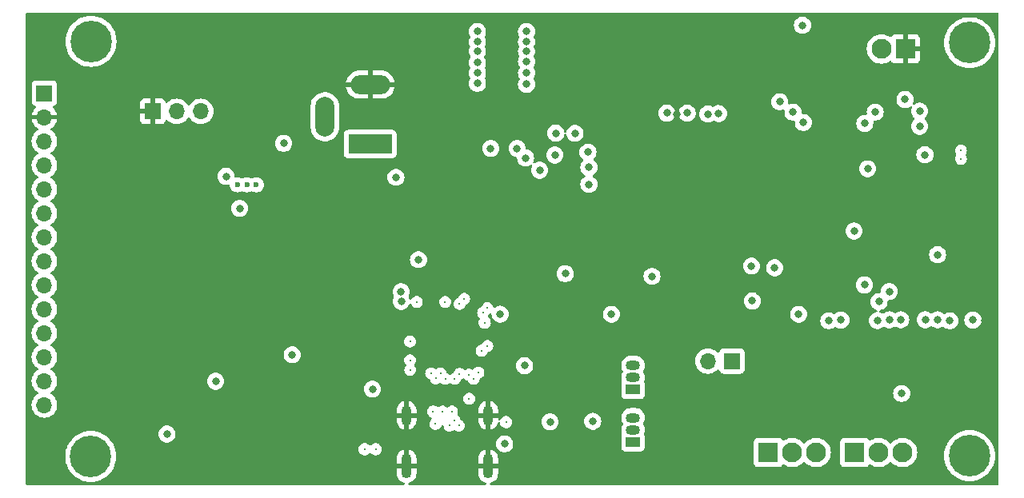
<source format=gbr>
%TF.GenerationSoftware,KiCad,Pcbnew,7.0.9*%
%TF.CreationDate,2024-01-24T14:37:03-05:00*%
%TF.ProjectId,FinalPcbLayout,46696e61-6c50-4636-924c-61796f75742e,rev?*%
%TF.SameCoordinates,Original*%
%TF.FileFunction,Copper,L2,Inr*%
%TF.FilePolarity,Positive*%
%FSLAX46Y46*%
G04 Gerber Fmt 4.6, Leading zero omitted, Abs format (unit mm)*
G04 Created by KiCad (PCBNEW 7.0.9) date 2024-01-24 14:37:03*
%MOMM*%
%LPD*%
G01*
G04 APERTURE LIST*
%TA.AperFunction,ComponentPad*%
%ADD10R,1.700000X1.700000*%
%TD*%
%TA.AperFunction,ComponentPad*%
%ADD11O,1.700000X1.700000*%
%TD*%
%TA.AperFunction,ComponentPad*%
%ADD12R,1.500000X1.050000*%
%TD*%
%TA.AperFunction,ComponentPad*%
%ADD13O,1.500000X1.050000*%
%TD*%
%TA.AperFunction,ComponentPad*%
%ADD14C,4.400000*%
%TD*%
%TA.AperFunction,ComponentPad*%
%ADD15R,2.100000X2.100000*%
%TD*%
%TA.AperFunction,ComponentPad*%
%ADD16C,2.100000*%
%TD*%
%TA.AperFunction,ComponentPad*%
%ADD17C,0.600000*%
%TD*%
%TA.AperFunction,ComponentPad*%
%ADD18O,1.100000X2.100000*%
%TD*%
%TA.AperFunction,ComponentPad*%
%ADD19O,1.100000X2.600000*%
%TD*%
%TA.AperFunction,ComponentPad*%
%ADD20R,4.600000X2.000000*%
%TD*%
%TA.AperFunction,ComponentPad*%
%ADD21O,4.200000X2.000000*%
%TD*%
%TA.AperFunction,ComponentPad*%
%ADD22O,2.000000X4.200000*%
%TD*%
%TA.AperFunction,ViaPad*%
%ADD23C,0.800000*%
%TD*%
%TA.AperFunction,ViaPad*%
%ADD24C,0.250000*%
%TD*%
%TA.AperFunction,ViaPad*%
%ADD25C,0.300000*%
%TD*%
G04 APERTURE END LIST*
D10*
%TO.N,GND*%
%TO.C,J9*%
X93537800Y-89515800D03*
D11*
%TO.N,+3.3V*%
X96077800Y-89515800D03*
%TO.N,+12V*%
X98617800Y-89515800D03*
%TD*%
D12*
%TO.N,/usb/DTR*%
%TO.C,Q3*%
X144373600Y-124510800D03*
D13*
%TO.N,Net-(Q3-B)*%
X144373600Y-123240800D03*
%TO.N,/ESP_IO0_B*%
X144373600Y-121970800D03*
%TD*%
D14*
%TO.N,N/C*%
%TO.C,H4*%
X180000000Y-126000000D03*
%TD*%
D15*
%TO.N,/C1_Limit*%
%TO.C,J4*%
X158676000Y-125650000D03*
D16*
%TO.N,/C1_PWM*%
X161216000Y-125650000D03*
%TO.N,/C1_CS*%
X163756000Y-125650000D03*
%TD*%
D10*
%TO.N,Net-(J6-Pin_1)*%
%TO.C,J6*%
X154840000Y-115957246D03*
D11*
%TO.N,Net-(J6-Pin_2)*%
X152300000Y-115957246D03*
%TD*%
D15*
%TO.N,GND*%
%TO.C,SW1*%
X173200000Y-82900000D03*
D16*
%TO.N,/ESTOP*%
X170660000Y-82900000D03*
%TD*%
D14*
%TO.N,N/C*%
%TO.C,H3*%
X180000000Y-82250000D03*
%TD*%
D17*
%TO.N,N/C*%
%TO.C,U5*%
X102500000Y-97300000D03*
X103500000Y-97300000D03*
X104500000Y-97300000D03*
%TD*%
D15*
%TO.N,/COPI*%
%TO.C,J2*%
X167820000Y-125650000D03*
D16*
%TO.N,/CIPO*%
X170360000Y-125650000D03*
%TO.N,/SCLK*%
X172900000Y-125650000D03*
%TD*%
D12*
%TO.N,/usb/RTS*%
%TO.C,Q2*%
X144373600Y-118973600D03*
D13*
%TO.N,Net-(Q2-B)*%
X144373600Y-117703600D03*
%TO.N,/ESP_EN*%
X144373600Y-116433600D03*
%TD*%
D14*
%TO.N,N/C*%
%TO.C,H2*%
X86980000Y-126080000D03*
%TD*%
D10*
%TO.N,+3.3V*%
%TO.C,J7*%
X82070000Y-87590000D03*
D11*
%TO.N,GND*%
X82070000Y-90130000D03*
%TO.N,/Display_CS*%
X82070000Y-92670000D03*
%TO.N,/Display_RST*%
X82070000Y-95210000D03*
%TO.N,/Display_DC*%
X82070000Y-97750000D03*
%TO.N,/COPI*%
X82070000Y-100290000D03*
%TO.N,/SCLK*%
X82070000Y-102830000D03*
%TO.N,+3.3V*%
X82070000Y-105370000D03*
%TO.N,unconnected-(J7-Pin_9-Pad9)*%
X82070000Y-107910000D03*
%TO.N,/SCLK*%
X82070000Y-110450000D03*
%TO.N,/Touch_CS*%
X82070000Y-112990000D03*
%TO.N,/COPI*%
X82070000Y-115530000D03*
%TO.N,/CIPO*%
X82070000Y-118070000D03*
%TO.N,unconnected-(J7-Pin_14-Pad14)*%
X82070000Y-120610000D03*
%TD*%
D18*
%TO.N,GND*%
%TO.C,J5*%
X120394000Y-121722400D03*
D19*
X120394000Y-127082400D03*
D18*
X129034000Y-121722400D03*
D19*
X129034000Y-127082400D03*
%TD*%
D20*
%TO.N,Net-(Q5-D)*%
%TO.C,J3*%
X116560000Y-92980000D03*
D21*
%TO.N,GND*%
X116560000Y-86680000D03*
D22*
%TO.N,N/C*%
X111760000Y-90080000D03*
%TD*%
D14*
%TO.N,N/C*%
%TO.C,H1*%
X87000000Y-82100000D03*
%TD*%
D23*
%TO.N,GND*%
X162356800Y-119989600D03*
X161848800Y-113080800D03*
X167386000Y-120650000D03*
X167335200Y-116332000D03*
X146100000Y-102700000D03*
X181610000Y-111658400D03*
X158200000Y-92400000D03*
X123500000Y-85750000D03*
X136200000Y-89925000D03*
X137400000Y-83350000D03*
X123300000Y-111707400D03*
X123500000Y-81050000D03*
X149000000Y-89800000D03*
X128662701Y-96425500D03*
X146200000Y-98700000D03*
X110300000Y-103300000D03*
X158300000Y-84100000D03*
X126300000Y-111707400D03*
X123500000Y-83350000D03*
X149700000Y-114525000D03*
X124700000Y-105207400D03*
D24*
X119950000Y-116357400D03*
D23*
X144600000Y-84100000D03*
X123100000Y-115607400D03*
X126200000Y-113707400D03*
X125300000Y-90350000D03*
X101800000Y-103900000D03*
D24*
X154377200Y-109590700D03*
D23*
X104000000Y-92600000D03*
X181610000Y-94132400D03*
X137400000Y-81150000D03*
X109350000Y-107000000D03*
X153875383Y-105840871D03*
X123200000Y-105207400D03*
X114800000Y-96400000D03*
X137400000Y-85550000D03*
X157742109Y-108650500D03*
X105900000Y-98400000D03*
X103400000Y-101000000D03*
X144400000Y-92400000D03*
X157429200Y-114477200D03*
X138226800Y-89948000D03*
X123200000Y-113707400D03*
X156100000Y-96900000D03*
X107300000Y-94300000D03*
X163850000Y-97150000D03*
X132400000Y-98150000D03*
X126400000Y-115507400D03*
X98700000Y-119600000D03*
%TO.N,+5V*%
X139700000Y-97250000D03*
X139600000Y-93850000D03*
X136200000Y-91825000D03*
X136100000Y-94150000D03*
X134500000Y-95750000D03*
X146377200Y-106990700D03*
X139700000Y-95450000D03*
X138226800Y-91848000D03*
X133000000Y-94450000D03*
%TO.N,+12V*%
X95050000Y-123700000D03*
X100200000Y-118100000D03*
X107400000Y-92900000D03*
%TO.N,/Power/V_in*%
X101300000Y-96400000D03*
X119280000Y-96503600D03*
%TO.N,+3.3V*%
X162300000Y-80400000D03*
X174700000Y-89500000D03*
%TO.N,/SCLK*%
X150100000Y-89700000D03*
X171500000Y-108600000D03*
X172800000Y-119400000D03*
X176600000Y-104700000D03*
X171500000Y-111600000D03*
%TO.N,/CIPO*%
X147950000Y-89700000D03*
X172700000Y-111600000D03*
%TO.N,/COPI*%
X180340000Y-111620000D03*
X130780000Y-124740000D03*
X152300000Y-89800000D03*
%TO.N,/C1_PWM*%
X168900000Y-90800000D03*
X162400000Y-90700000D03*
%TO.N,/C1_Limit*%
X161300000Y-89600000D03*
X170000000Y-89600000D03*
D25*
%TO.N,/Power/USB_Vin*%
X115961600Y-125299200D03*
X123464000Y-122612400D03*
X117130000Y-125299200D03*
D24*
X125950000Y-122807400D03*
D25*
X123214000Y-121312400D03*
X130937000Y-122431400D03*
D23*
%TO.N,/SD_CS*%
X169200000Y-95600000D03*
X153430000Y-89750000D03*
%TO.N,/ESP_EN*%
X159900000Y-88500000D03*
D24*
X179070000Y-94538800D03*
D23*
X174700000Y-91100000D03*
D24*
X179070000Y-93675200D03*
D23*
X173151199Y-88251199D03*
%TO.N,Net-(U3-L1)*%
X129300000Y-93450000D03*
X127900000Y-83150000D03*
X127900000Y-86550000D03*
X127900000Y-81050000D03*
X127900000Y-84350000D03*
X127900000Y-82150000D03*
X127900000Y-85450000D03*
%TO.N,Net-(U3-L2)*%
X133100000Y-86650000D03*
X133100000Y-83150000D03*
X133100000Y-82150000D03*
X133100000Y-85450000D03*
X132100000Y-93450000D03*
X133100000Y-81050000D03*
X133100000Y-84250000D03*
%TO.N,Net-(Q1-G)*%
X108300000Y-115300000D03*
X102737699Y-99794500D03*
%TO.N,/ESTOP*%
X175260000Y-94120000D03*
%TO.N,/ESP_IO0_B*%
X165100000Y-111700000D03*
%TO.N,/TXD*%
X176600000Y-111600000D03*
X137200000Y-106707400D03*
%TO.N,/RXD*%
X121666000Y-105223400D03*
X177900000Y-111700000D03*
%TO.N,/usb/ee_pullup*%
X140100000Y-122350000D03*
X132892800Y-116456500D03*
%TO.N,/Display_RST*%
X142080000Y-111010000D03*
X161890000Y-111010000D03*
%TO.N,/Display_DC*%
X166370000Y-111620000D03*
%TO.N,/Display_CS*%
X167760000Y-102200000D03*
%TO.N,/IO17*%
X156900000Y-105900000D03*
X168860000Y-107900000D03*
%TO.N,/Touch_CS*%
X170240000Y-111670000D03*
%TO.N,/IO21*%
X175300000Y-111600000D03*
X159350000Y-106080000D03*
%TO.N,/IO22*%
X170400000Y-109670000D03*
X157000000Y-109600000D03*
D24*
%TO.N,+1V2*%
X126000000Y-109907400D03*
D25*
X128668897Y-111887500D03*
D24*
X124481397Y-109700000D03*
X128000000Y-117207400D03*
X120778897Y-113899500D03*
X123000000Y-117257400D03*
%TO.N,/usb/PD1_CC1*%
X127500000Y-117857400D03*
X127013113Y-119956330D03*
%TO.N,/usb/D+*%
X124500000Y-117857400D03*
X124214000Y-121312400D03*
X124950000Y-122807400D03*
%TO.N,/usb/D-*%
X125214000Y-121312400D03*
X124000000Y-117257400D03*
%TO.N,/usb/PD1_CC2*%
X125476000Y-122241400D03*
X126000000Y-117307400D03*
D23*
%TO.N,/usb/RTS*%
X119824652Y-108630949D03*
%TO.N,/usb/DTR*%
X119837200Y-109643000D03*
D24*
%TO.N,+3V3*%
X123500000Y-117807400D03*
X128350000Y-114857400D03*
X126500000Y-109357400D03*
D23*
X130303897Y-111003900D03*
D24*
X128950000Y-114357400D03*
X128500000Y-110857400D03*
D23*
X116789200Y-118939400D03*
D24*
X128950000Y-110357400D03*
X127000000Y-117407400D03*
X121481397Y-109700000D03*
X120793897Y-116887500D03*
D23*
X135600000Y-122407400D03*
D24*
X120778897Y-115880700D03*
X125500000Y-117857400D03*
%TD*%
%TA.AperFunction,Conductor*%
%TO.N,GND*%
G36*
X183012539Y-79120185D02*
G01*
X183058294Y-79172989D01*
X183069500Y-79224500D01*
X183069500Y-128965500D01*
X183049815Y-129032539D01*
X182997011Y-129078294D01*
X182945500Y-129089500D01*
X129342978Y-129089500D01*
X129275939Y-129069815D01*
X129230184Y-129017011D01*
X129220240Y-128947853D01*
X129249265Y-128884297D01*
X129306983Y-128846839D01*
X129437766Y-128807166D01*
X129620166Y-128709671D01*
X129620173Y-128709667D01*
X129780055Y-128578455D01*
X129911267Y-128418573D01*
X129911271Y-128418566D01*
X130008766Y-128236166D01*
X130068808Y-128038234D01*
X130084000Y-127883984D01*
X130084000Y-127332400D01*
X129334000Y-127332400D01*
X129334000Y-126832400D01*
X130084000Y-126832400D01*
X130084000Y-126747870D01*
X157125500Y-126747870D01*
X157125501Y-126747876D01*
X157131908Y-126807483D01*
X157182202Y-126942328D01*
X157182206Y-126942335D01*
X157268452Y-127057544D01*
X157268455Y-127057547D01*
X157383664Y-127143793D01*
X157383671Y-127143797D01*
X157518517Y-127194091D01*
X157518516Y-127194091D01*
X157525444Y-127194835D01*
X157578127Y-127200500D01*
X159773872Y-127200499D01*
X159833483Y-127194091D01*
X159968331Y-127143796D01*
X160083546Y-127057546D01*
X160161087Y-126953964D01*
X160217019Y-126912095D01*
X160286711Y-126907111D01*
X160325142Y-126922550D01*
X160509910Y-127035777D01*
X160735381Y-127129169D01*
X160735378Y-127129169D01*
X160735384Y-127129170D01*
X160735388Y-127129172D01*
X160972698Y-127186146D01*
X161216000Y-127205294D01*
X161459302Y-127186146D01*
X161696612Y-127129172D01*
X161922089Y-127035777D01*
X162130179Y-126908259D01*
X162315759Y-126749759D01*
X162391710Y-126660832D01*
X162450216Y-126622638D01*
X162520084Y-126622139D01*
X162579131Y-126659493D01*
X162580290Y-126660832D01*
X162654632Y-126747876D01*
X162656241Y-126749759D01*
X162723827Y-126807483D01*
X162841823Y-126908261D01*
X162841826Y-126908262D01*
X163049910Y-127035777D01*
X163275381Y-127129169D01*
X163275378Y-127129169D01*
X163275384Y-127129170D01*
X163275388Y-127129172D01*
X163512698Y-127186146D01*
X163756000Y-127205294D01*
X163999302Y-127186146D01*
X164236612Y-127129172D01*
X164462089Y-127035777D01*
X164670179Y-126908259D01*
X164855759Y-126749759D01*
X164857372Y-126747870D01*
X166269500Y-126747870D01*
X166269501Y-126747876D01*
X166275908Y-126807483D01*
X166326202Y-126942328D01*
X166326206Y-126942335D01*
X166412452Y-127057544D01*
X166412455Y-127057547D01*
X166527664Y-127143793D01*
X166527671Y-127143797D01*
X166662517Y-127194091D01*
X166662516Y-127194091D01*
X166669444Y-127194835D01*
X166722127Y-127200500D01*
X168917872Y-127200499D01*
X168977483Y-127194091D01*
X169112331Y-127143796D01*
X169227546Y-127057546D01*
X169305087Y-126953964D01*
X169361019Y-126912095D01*
X169430711Y-126907111D01*
X169469142Y-126922550D01*
X169653910Y-127035777D01*
X169879381Y-127129169D01*
X169879378Y-127129169D01*
X169879384Y-127129170D01*
X169879388Y-127129172D01*
X170116698Y-127186146D01*
X170360000Y-127205294D01*
X170603302Y-127186146D01*
X170840612Y-127129172D01*
X171066089Y-127035777D01*
X171274179Y-126908259D01*
X171459759Y-126749759D01*
X171535710Y-126660832D01*
X171594216Y-126622638D01*
X171664084Y-126622139D01*
X171723131Y-126659493D01*
X171724290Y-126660832D01*
X171798632Y-126747876D01*
X171800241Y-126749759D01*
X171867827Y-126807483D01*
X171985823Y-126908261D01*
X171985826Y-126908262D01*
X172193910Y-127035777D01*
X172419381Y-127129169D01*
X172419378Y-127129169D01*
X172419384Y-127129170D01*
X172419388Y-127129172D01*
X172656698Y-127186146D01*
X172900000Y-127205294D01*
X173143302Y-127186146D01*
X173380612Y-127129172D01*
X173606089Y-127035777D01*
X173814179Y-126908259D01*
X173999759Y-126749759D01*
X174158259Y-126564179D01*
X174285777Y-126356089D01*
X174379172Y-126130612D01*
X174410530Y-126000000D01*
X177294564Y-126000000D01*
X177314289Y-126326099D01*
X177373178Y-126647452D01*
X177470366Y-126959342D01*
X177470370Y-126959354D01*
X177470373Y-126959361D01*
X177604455Y-127257279D01*
X177652817Y-127337279D01*
X177773473Y-127536868D01*
X177974954Y-127794039D01*
X178205960Y-128025045D01*
X178463131Y-128226526D01*
X178463134Y-128226528D01*
X178463137Y-128226530D01*
X178742721Y-128395545D01*
X179040639Y-128529627D01*
X179040652Y-128529631D01*
X179040657Y-128529633D01*
X179352547Y-128626821D01*
X179673896Y-128685710D01*
X180000000Y-128705436D01*
X180326104Y-128685710D01*
X180647453Y-128626821D01*
X180959361Y-128529627D01*
X181257279Y-128395545D01*
X181536863Y-128226530D01*
X181794036Y-128025048D01*
X182025048Y-127794036D01*
X182226530Y-127536863D01*
X182395545Y-127257279D01*
X182529627Y-126959361D01*
X182534933Y-126942335D01*
X182594941Y-126749759D01*
X182626821Y-126647453D01*
X182685710Y-126326104D01*
X182705436Y-126000000D01*
X182685710Y-125673896D01*
X182626821Y-125352547D01*
X182613870Y-125310987D01*
X182529633Y-125040657D01*
X182529631Y-125040652D01*
X182529627Y-125040639D01*
X182395545Y-124742721D01*
X182226530Y-124463137D01*
X182226528Y-124463134D01*
X182226526Y-124463131D01*
X182025045Y-124205960D01*
X181794039Y-123974954D01*
X181536868Y-123773473D01*
X181474361Y-123735686D01*
X181257279Y-123604455D01*
X180959361Y-123470373D01*
X180959354Y-123470370D01*
X180959342Y-123470366D01*
X180647452Y-123373178D01*
X180326099Y-123314289D01*
X180000000Y-123294564D01*
X179673900Y-123314289D01*
X179352547Y-123373178D01*
X179040657Y-123470366D01*
X179040641Y-123470372D01*
X179040639Y-123470373D01*
X178742721Y-123604455D01*
X178690169Y-123636224D01*
X178463131Y-123773473D01*
X178205960Y-123974954D01*
X177974954Y-124205960D01*
X177773473Y-124463131D01*
X177714222Y-124561144D01*
X177638440Y-124686504D01*
X177604454Y-124742723D01*
X177604453Y-124742725D01*
X177596716Y-124759917D01*
X177491060Y-124994676D01*
X177470372Y-125040642D01*
X177470366Y-125040657D01*
X177373178Y-125352547D01*
X177314289Y-125673900D01*
X177294564Y-126000000D01*
X174410530Y-126000000D01*
X174436146Y-125893302D01*
X174455294Y-125650000D01*
X174436146Y-125406698D01*
X174379172Y-125169388D01*
X174367986Y-125142382D01*
X174285777Y-124943910D01*
X174158262Y-124735826D01*
X174158261Y-124735823D01*
X174116138Y-124686504D01*
X173999759Y-124550241D01*
X173877063Y-124445449D01*
X173814176Y-124391738D01*
X173814173Y-124391737D01*
X173606089Y-124264222D01*
X173380618Y-124170830D01*
X173380621Y-124170830D01*
X173274992Y-124145470D01*
X173143302Y-124113854D01*
X173143300Y-124113853D01*
X173143297Y-124113853D01*
X172900000Y-124094706D01*
X172656702Y-124113853D01*
X172656698Y-124113854D01*
X172480301Y-124156204D01*
X172419380Y-124170830D01*
X172193910Y-124264222D01*
X171985826Y-124391737D01*
X171985823Y-124391738D01*
X171800241Y-124550241D01*
X171724290Y-124639168D01*
X171665783Y-124677361D01*
X171595915Y-124677859D01*
X171536869Y-124640505D01*
X171535710Y-124639168D01*
X171502684Y-124600500D01*
X171459759Y-124550241D01*
X171337063Y-124445449D01*
X171274176Y-124391738D01*
X171274173Y-124391737D01*
X171066089Y-124264222D01*
X170840618Y-124170830D01*
X170840621Y-124170830D01*
X170734992Y-124145470D01*
X170603302Y-124113854D01*
X170603300Y-124113853D01*
X170603297Y-124113853D01*
X170360000Y-124094706D01*
X170116702Y-124113853D01*
X170116698Y-124113854D01*
X169940301Y-124156204D01*
X169879380Y-124170830D01*
X169653910Y-124264222D01*
X169469142Y-124377449D01*
X169401696Y-124395694D01*
X169335094Y-124374578D01*
X169305086Y-124346033D01*
X169227547Y-124242455D01*
X169227544Y-124242452D01*
X169112335Y-124156206D01*
X169112328Y-124156202D01*
X168977482Y-124105908D01*
X168977483Y-124105908D01*
X168917883Y-124099501D01*
X168917881Y-124099500D01*
X168917873Y-124099500D01*
X168917864Y-124099500D01*
X166722129Y-124099500D01*
X166722123Y-124099501D01*
X166662516Y-124105908D01*
X166527671Y-124156202D01*
X166527664Y-124156206D01*
X166412455Y-124242452D01*
X166412452Y-124242455D01*
X166326206Y-124357664D01*
X166326202Y-124357671D01*
X166275908Y-124492517D01*
X166269501Y-124552116D01*
X166269500Y-124552135D01*
X166269500Y-126747870D01*
X164857372Y-126747870D01*
X165014259Y-126564179D01*
X165141777Y-126356089D01*
X165235172Y-126130612D01*
X165292146Y-125893302D01*
X165311294Y-125650000D01*
X165292146Y-125406698D01*
X165235172Y-125169388D01*
X165223986Y-125142382D01*
X165141777Y-124943910D01*
X165014262Y-124735826D01*
X165014261Y-124735823D01*
X164972138Y-124686504D01*
X164855759Y-124550241D01*
X164733063Y-124445449D01*
X164670176Y-124391738D01*
X164670173Y-124391737D01*
X164462089Y-124264222D01*
X164236618Y-124170830D01*
X164236621Y-124170830D01*
X164130992Y-124145470D01*
X163999302Y-124113854D01*
X163999300Y-124113853D01*
X163999297Y-124113853D01*
X163756000Y-124094706D01*
X163512702Y-124113853D01*
X163512698Y-124113854D01*
X163336301Y-124156204D01*
X163275380Y-124170830D01*
X163049910Y-124264222D01*
X162841826Y-124391737D01*
X162841823Y-124391738D01*
X162656241Y-124550241D01*
X162580290Y-124639168D01*
X162521783Y-124677361D01*
X162451915Y-124677859D01*
X162392869Y-124640505D01*
X162391710Y-124639168D01*
X162358684Y-124600500D01*
X162315759Y-124550241D01*
X162193063Y-124445449D01*
X162130176Y-124391738D01*
X162130173Y-124391737D01*
X161922089Y-124264222D01*
X161696618Y-124170830D01*
X161696621Y-124170830D01*
X161590992Y-124145470D01*
X161459302Y-124113854D01*
X161459300Y-124113853D01*
X161459297Y-124113853D01*
X161216000Y-124094706D01*
X160972702Y-124113853D01*
X160972698Y-124113854D01*
X160796301Y-124156204D01*
X160735380Y-124170830D01*
X160509910Y-124264222D01*
X160325142Y-124377449D01*
X160257696Y-124395694D01*
X160191094Y-124374578D01*
X160161086Y-124346033D01*
X160083547Y-124242455D01*
X160083544Y-124242452D01*
X159968335Y-124156206D01*
X159968328Y-124156202D01*
X159833482Y-124105908D01*
X159833483Y-124105908D01*
X159773883Y-124099501D01*
X159773881Y-124099500D01*
X159773873Y-124099500D01*
X159773864Y-124099500D01*
X157578129Y-124099500D01*
X157578123Y-124099501D01*
X157518516Y-124105908D01*
X157383671Y-124156202D01*
X157383664Y-124156206D01*
X157268455Y-124242452D01*
X157268452Y-124242455D01*
X157182206Y-124357664D01*
X157182202Y-124357671D01*
X157131908Y-124492517D01*
X157125501Y-124552116D01*
X157125500Y-124552135D01*
X157125500Y-126747870D01*
X130084000Y-126747870D01*
X130084000Y-126280815D01*
X130068808Y-126126565D01*
X130008766Y-125928633D01*
X129911271Y-125746233D01*
X129911267Y-125746226D01*
X129780055Y-125586344D01*
X129620173Y-125455132D01*
X129620166Y-125455128D01*
X129437763Y-125357632D01*
X129284000Y-125310987D01*
X129284000Y-126166289D01*
X129259543Y-126126790D01*
X129170038Y-126059199D01*
X129062160Y-126028505D01*
X128950479Y-126038854D01*
X128850078Y-126088848D01*
X128784000Y-126161330D01*
X128784000Y-125310987D01*
X128630236Y-125357632D01*
X128447833Y-125455128D01*
X128447826Y-125455132D01*
X128287944Y-125586344D01*
X128156732Y-125746226D01*
X128156728Y-125746233D01*
X128059233Y-125928633D01*
X127999191Y-126126565D01*
X127984000Y-126280815D01*
X127984000Y-126832400D01*
X128734000Y-126832400D01*
X128734000Y-127332400D01*
X127984000Y-127332400D01*
X127984000Y-127883984D01*
X127999191Y-128038234D01*
X128059233Y-128236166D01*
X128156728Y-128418566D01*
X128156732Y-128418573D01*
X128287944Y-128578455D01*
X128447826Y-128709667D01*
X128447833Y-128709671D01*
X128630233Y-128807166D01*
X128761017Y-128846839D01*
X128819456Y-128885137D01*
X128847912Y-128948949D01*
X128837352Y-129018016D01*
X128791128Y-129070410D01*
X128725022Y-129089500D01*
X120702978Y-129089500D01*
X120635939Y-129069815D01*
X120590184Y-129017011D01*
X120580240Y-128947853D01*
X120609265Y-128884297D01*
X120666983Y-128846839D01*
X120797766Y-128807166D01*
X120980166Y-128709671D01*
X120980173Y-128709667D01*
X121140055Y-128578455D01*
X121271267Y-128418573D01*
X121271271Y-128418566D01*
X121368766Y-128236166D01*
X121428808Y-128038234D01*
X121444000Y-127883984D01*
X121444000Y-127332400D01*
X120694000Y-127332400D01*
X120694000Y-126832400D01*
X121444000Y-126832400D01*
X121444000Y-126280815D01*
X121428808Y-126126565D01*
X121368766Y-125928633D01*
X121271271Y-125746233D01*
X121271267Y-125746226D01*
X121140055Y-125586344D01*
X120980173Y-125455132D01*
X120980166Y-125455128D01*
X120797763Y-125357632D01*
X120644000Y-125310987D01*
X120644000Y-126166289D01*
X120619543Y-126126790D01*
X120530038Y-126059199D01*
X120422160Y-126028505D01*
X120310479Y-126038854D01*
X120210078Y-126088848D01*
X120144000Y-126161330D01*
X120144000Y-125310987D01*
X119990236Y-125357632D01*
X119807833Y-125455128D01*
X119807826Y-125455132D01*
X119647944Y-125586344D01*
X119516732Y-125746226D01*
X119516728Y-125746233D01*
X119419233Y-125928633D01*
X119359191Y-126126565D01*
X119344000Y-126280815D01*
X119344000Y-126832400D01*
X120094000Y-126832400D01*
X120094000Y-127332400D01*
X119344000Y-127332400D01*
X119344000Y-127883984D01*
X119359191Y-128038234D01*
X119419233Y-128236166D01*
X119516728Y-128418566D01*
X119516732Y-128418573D01*
X119647944Y-128578455D01*
X119807826Y-128709667D01*
X119807833Y-128709671D01*
X119990233Y-128807166D01*
X120121017Y-128846839D01*
X120179456Y-128885137D01*
X120207912Y-128948949D01*
X120197352Y-129018016D01*
X120151128Y-129070410D01*
X120085022Y-129089500D01*
X80204500Y-129089500D01*
X80137461Y-129069815D01*
X80091706Y-129017011D01*
X80080500Y-128965500D01*
X80080500Y-126080000D01*
X84274564Y-126080000D01*
X84294289Y-126406099D01*
X84353178Y-126727452D01*
X84450366Y-127039342D01*
X84450370Y-127039354D01*
X84450373Y-127039361D01*
X84584455Y-127337279D01*
X84705108Y-127536863D01*
X84753473Y-127616868D01*
X84954954Y-127874039D01*
X85185960Y-128105045D01*
X85443131Y-128306526D01*
X85443134Y-128306528D01*
X85443137Y-128306530D01*
X85722721Y-128475545D01*
X86020639Y-128609627D01*
X86020652Y-128609631D01*
X86020657Y-128609633D01*
X86264799Y-128685710D01*
X86332547Y-128706821D01*
X86653896Y-128765710D01*
X86980000Y-128785436D01*
X87306104Y-128765710D01*
X87627453Y-128706821D01*
X87939361Y-128609627D01*
X88237279Y-128475545D01*
X88516863Y-128306530D01*
X88774036Y-128105048D01*
X89005048Y-127874036D01*
X89206530Y-127616863D01*
X89375545Y-127337279D01*
X89509627Y-127039361D01*
X89606821Y-126727453D01*
X89665710Y-126406104D01*
X89685436Y-126080000D01*
X89665710Y-125753896D01*
X89606821Y-125432547D01*
X89565268Y-125299200D01*
X115306322Y-125299200D01*
X115325362Y-125456018D01*
X115374789Y-125586344D01*
X115381380Y-125603723D01*
X115471117Y-125733730D01*
X115589360Y-125838483D01*
X115589362Y-125838484D01*
X115729234Y-125911896D01*
X115882614Y-125949700D01*
X115882615Y-125949700D01*
X116040585Y-125949700D01*
X116193965Y-125911896D01*
X116229402Y-125893297D01*
X116333840Y-125838483D01*
X116452083Y-125733730D01*
X116452087Y-125733723D01*
X116452982Y-125732714D01*
X116453829Y-125732182D01*
X116457697Y-125728756D01*
X116458266Y-125729399D01*
X116512171Y-125695586D01*
X116582036Y-125696352D01*
X116633379Y-125729347D01*
X116633903Y-125728756D01*
X116637717Y-125732135D01*
X116638618Y-125732714D01*
X116639516Y-125733728D01*
X116639517Y-125733730D01*
X116757760Y-125838483D01*
X116757762Y-125838484D01*
X116897634Y-125911896D01*
X117051014Y-125949700D01*
X117051015Y-125949700D01*
X117208985Y-125949700D01*
X117362365Y-125911896D01*
X117397802Y-125893297D01*
X117502240Y-125838483D01*
X117620483Y-125733730D01*
X117710220Y-125603723D01*
X117766237Y-125456018D01*
X117785278Y-125299200D01*
X117782720Y-125278128D01*
X117766237Y-125142381D01*
X117727651Y-125040639D01*
X117710220Y-124994677D01*
X117620483Y-124864670D01*
X117502240Y-124759917D01*
X117502238Y-124759916D01*
X117502237Y-124759915D01*
X117464293Y-124740000D01*
X129874540Y-124740000D01*
X129894326Y-124928256D01*
X129894327Y-124928259D01*
X129952818Y-125108277D01*
X129952821Y-125108284D01*
X130047467Y-125272216D01*
X130168559Y-125406702D01*
X130174129Y-125412888D01*
X130327265Y-125524148D01*
X130327270Y-125524151D01*
X130500192Y-125601142D01*
X130500197Y-125601144D01*
X130685354Y-125640500D01*
X130685355Y-125640500D01*
X130874644Y-125640500D01*
X130874646Y-125640500D01*
X131059803Y-125601144D01*
X131232730Y-125524151D01*
X131385871Y-125412888D01*
X131512533Y-125272216D01*
X131607179Y-125108284D01*
X131665674Y-124928256D01*
X131685460Y-124740000D01*
X131665674Y-124551744D01*
X131607179Y-124371716D01*
X131512533Y-124207784D01*
X131385871Y-124067112D01*
X131369137Y-124054954D01*
X131232734Y-123955851D01*
X131232729Y-123955848D01*
X131059807Y-123878857D01*
X131059802Y-123878855D01*
X130914001Y-123847865D01*
X130874646Y-123839500D01*
X130685354Y-123839500D01*
X130652897Y-123846398D01*
X130500197Y-123878855D01*
X130500192Y-123878857D01*
X130327270Y-123955848D01*
X130327265Y-123955851D01*
X130174129Y-124067111D01*
X130047466Y-124207785D01*
X129952821Y-124371715D01*
X129952818Y-124371722D01*
X129894814Y-124550241D01*
X129894326Y-124551744D01*
X129874540Y-124740000D01*
X117464293Y-124740000D01*
X117362365Y-124686503D01*
X117208986Y-124648700D01*
X117208985Y-124648700D01*
X117051015Y-124648700D01*
X117051014Y-124648700D01*
X116897634Y-124686503D01*
X116757762Y-124759915D01*
X116639512Y-124864674D01*
X116638611Y-124865692D01*
X116637765Y-124866222D01*
X116633903Y-124869644D01*
X116633333Y-124869001D01*
X116579420Y-124902815D01*
X116509555Y-124902044D01*
X116458219Y-124869053D01*
X116457697Y-124869644D01*
X116453888Y-124866270D01*
X116452989Y-124865692D01*
X116452087Y-124864674D01*
X116452083Y-124864671D01*
X116452083Y-124864670D01*
X116333840Y-124759917D01*
X116333838Y-124759916D01*
X116333837Y-124759915D01*
X116193965Y-124686503D01*
X116040586Y-124648700D01*
X116040585Y-124648700D01*
X115882615Y-124648700D01*
X115882614Y-124648700D01*
X115729234Y-124686503D01*
X115589362Y-124759915D01*
X115471116Y-124864671D01*
X115381381Y-124994675D01*
X115381380Y-124994676D01*
X115325362Y-125142381D01*
X115306322Y-125299199D01*
X115306322Y-125299200D01*
X89565268Y-125299200D01*
X89558703Y-125278131D01*
X89509633Y-125120657D01*
X89509631Y-125120652D01*
X89509627Y-125120639D01*
X89375545Y-124822721D01*
X89206530Y-124543137D01*
X89206528Y-124543134D01*
X89206526Y-124543131D01*
X89005045Y-124285960D01*
X88774039Y-124054954D01*
X88516868Y-123853473D01*
X88384527Y-123773470D01*
X88262993Y-123700000D01*
X94144540Y-123700000D01*
X94164326Y-123888256D01*
X94164327Y-123888259D01*
X94222818Y-124068277D01*
X94222821Y-124068284D01*
X94317467Y-124232216D01*
X94419949Y-124346033D01*
X94444129Y-124372888D01*
X94597265Y-124484148D01*
X94597270Y-124484151D01*
X94770192Y-124561142D01*
X94770197Y-124561144D01*
X94955354Y-124600500D01*
X94955355Y-124600500D01*
X95144644Y-124600500D01*
X95144646Y-124600500D01*
X95329803Y-124561144D01*
X95502730Y-124484151D01*
X95655871Y-124372888D01*
X95782533Y-124232216D01*
X95877179Y-124068284D01*
X95935674Y-123888256D01*
X95955460Y-123700000D01*
X95935674Y-123511744D01*
X95877179Y-123331716D01*
X95782533Y-123167784D01*
X95655871Y-123027112D01*
X95655870Y-123027111D01*
X95502734Y-122915851D01*
X95502729Y-122915848D01*
X95329807Y-122838857D01*
X95329802Y-122838855D01*
X95181813Y-122807400D01*
X95144646Y-122799500D01*
X94955354Y-122799500D01*
X94922897Y-122806398D01*
X94770197Y-122838855D01*
X94770192Y-122838857D01*
X94597270Y-122915848D01*
X94597265Y-122915851D01*
X94444129Y-123027111D01*
X94317466Y-123167785D01*
X94222821Y-123331715D01*
X94222818Y-123331722D01*
X94177768Y-123470373D01*
X94164326Y-123511744D01*
X94144540Y-123700000D01*
X88262993Y-123700000D01*
X88237279Y-123684455D01*
X87939361Y-123550373D01*
X87939354Y-123550370D01*
X87939342Y-123550366D01*
X87627452Y-123453178D01*
X87306099Y-123394289D01*
X86980000Y-123374564D01*
X86653900Y-123394289D01*
X86332547Y-123453178D01*
X86020657Y-123550366D01*
X86020641Y-123550372D01*
X86020639Y-123550373D01*
X85900478Y-123604453D01*
X85722725Y-123684453D01*
X85722723Y-123684454D01*
X85443131Y-123853473D01*
X85185960Y-124054954D01*
X84954954Y-124285960D01*
X84753473Y-124543131D01*
X84672328Y-124677361D01*
X84584455Y-124822721D01*
X84467011Y-125083672D01*
X84450372Y-125120642D01*
X84450366Y-125120657D01*
X84353178Y-125432547D01*
X84294289Y-125753900D01*
X84274564Y-126080000D01*
X80080500Y-126080000D01*
X80080500Y-122273984D01*
X119344000Y-122273984D01*
X119359191Y-122428234D01*
X119419233Y-122626166D01*
X119516728Y-122808566D01*
X119516732Y-122808573D01*
X119647944Y-122968455D01*
X119807826Y-123099667D01*
X119807833Y-123099671D01*
X119990233Y-123197166D01*
X120144000Y-123243810D01*
X120144000Y-122388510D01*
X120168457Y-122428010D01*
X120257962Y-122495601D01*
X120365840Y-122526295D01*
X120477521Y-122515946D01*
X120577922Y-122465952D01*
X120644000Y-122393469D01*
X120644000Y-123243810D01*
X120797766Y-123197166D01*
X120980166Y-123099671D01*
X120980173Y-123099667D01*
X121140055Y-122968455D01*
X121271267Y-122808573D01*
X121271271Y-122808566D01*
X121368766Y-122626166D01*
X121428808Y-122428234D01*
X121444000Y-122273984D01*
X121444000Y-121972400D01*
X120694000Y-121972400D01*
X120694000Y-121472400D01*
X121444000Y-121472400D01*
X121444000Y-121312400D01*
X122558722Y-121312400D01*
X122577762Y-121469218D01*
X122614410Y-121565848D01*
X122633780Y-121616923D01*
X122723517Y-121746930D01*
X122841760Y-121851683D01*
X122841762Y-121851684D01*
X122939748Y-121903112D01*
X122981635Y-121925096D01*
X122981640Y-121925097D01*
X122983951Y-121925974D01*
X122985406Y-121927075D01*
X122988276Y-121928582D01*
X122988025Y-121929059D01*
X123039655Y-121968151D01*
X123063713Y-122033749D01*
X123048487Y-122101939D01*
X123022209Y-122134732D01*
X122973518Y-122177868D01*
X122883781Y-122307875D01*
X122883780Y-122307876D01*
X122827762Y-122455581D01*
X122808722Y-122612399D01*
X122808722Y-122612400D01*
X122827762Y-122769218D01*
X122870617Y-122882216D01*
X122883780Y-122916923D01*
X122973517Y-123046930D01*
X123091760Y-123151683D01*
X123091762Y-123151684D01*
X123231634Y-123225096D01*
X123385014Y-123262900D01*
X123385015Y-123262900D01*
X123542985Y-123262900D01*
X123696365Y-123225096D01*
X123749580Y-123197166D01*
X123836240Y-123151683D01*
X123954483Y-123046930D01*
X124044220Y-122916923D01*
X124084723Y-122810124D01*
X124126901Y-122754422D01*
X124192499Y-122730365D01*
X124260689Y-122745592D01*
X124309822Y-122795268D01*
X124323761Y-122839150D01*
X124327012Y-122865928D01*
X124338215Y-122958191D01*
X124392079Y-123100219D01*
X124478368Y-123225230D01*
X124592066Y-123325957D01*
X124726566Y-123396548D01*
X124800308Y-123414724D01*
X124874050Y-123432900D01*
X124874051Y-123432900D01*
X125025950Y-123432900D01*
X125075110Y-123420782D01*
X125173434Y-123396548D01*
X125307934Y-123325957D01*
X125367774Y-123272943D01*
X125431006Y-123243223D01*
X125500270Y-123252407D01*
X125532224Y-123272942D01*
X125592066Y-123325957D01*
X125726566Y-123396548D01*
X125800308Y-123414724D01*
X125874050Y-123432900D01*
X125874051Y-123432900D01*
X126025950Y-123432900D01*
X126075110Y-123420782D01*
X126173434Y-123396548D01*
X126307934Y-123325957D01*
X126421632Y-123225230D01*
X126507921Y-123100219D01*
X126561785Y-122958191D01*
X126580094Y-122807400D01*
X126561785Y-122656609D01*
X126507921Y-122514581D01*
X126421632Y-122389570D01*
X126307934Y-122288843D01*
X126279623Y-122273984D01*
X127984000Y-122273984D01*
X127999191Y-122428234D01*
X128059233Y-122626166D01*
X128156728Y-122808566D01*
X128156732Y-122808573D01*
X128287944Y-122968455D01*
X128447826Y-123099667D01*
X128447833Y-123099671D01*
X128630233Y-123197166D01*
X128784000Y-123243810D01*
X128784000Y-122388510D01*
X128808457Y-122428010D01*
X128897962Y-122495601D01*
X129005840Y-122526295D01*
X129117521Y-122515946D01*
X129217922Y-122465952D01*
X129284000Y-122393469D01*
X129284000Y-123243810D01*
X129437766Y-123197166D01*
X129620166Y-123099671D01*
X129620173Y-123099667D01*
X129780055Y-122968455D01*
X129911267Y-122808573D01*
X129911271Y-122808566D01*
X130008766Y-122626166D01*
X130049760Y-122491026D01*
X130088058Y-122432587D01*
X130151870Y-122404131D01*
X130220937Y-122414691D01*
X130273330Y-122460915D01*
X130291517Y-122512074D01*
X130300763Y-122588219D01*
X130331136Y-122668306D01*
X130356780Y-122735923D01*
X130446517Y-122865930D01*
X130564760Y-122970683D01*
X130564762Y-122970684D01*
X130704634Y-123044096D01*
X130858014Y-123081900D01*
X130858015Y-123081900D01*
X131015985Y-123081900D01*
X131169365Y-123044096D01*
X131209773Y-123022888D01*
X131309240Y-122970683D01*
X131427483Y-122865930D01*
X131517220Y-122735923D01*
X131573237Y-122588218D01*
X131592278Y-122431400D01*
X131591867Y-122428010D01*
X131589364Y-122407400D01*
X134694540Y-122407400D01*
X134714326Y-122595656D01*
X134714327Y-122595659D01*
X134772818Y-122775677D01*
X134772821Y-122775684D01*
X134867467Y-122939616D01*
X134964093Y-123046930D01*
X134994129Y-123080288D01*
X135147265Y-123191548D01*
X135147270Y-123191551D01*
X135320192Y-123268542D01*
X135320197Y-123268544D01*
X135505354Y-123307900D01*
X135505355Y-123307900D01*
X135694644Y-123307900D01*
X135694646Y-123307900D01*
X135879803Y-123268544D01*
X136052730Y-123191551D01*
X136205871Y-123080288D01*
X136332533Y-122939616D01*
X136427179Y-122775684D01*
X136485674Y-122595656D01*
X136505460Y-122407400D01*
X136499427Y-122350000D01*
X139194540Y-122350000D01*
X139214326Y-122538256D01*
X139214327Y-122538259D01*
X139272818Y-122718277D01*
X139272821Y-122718284D01*
X139367467Y-122882216D01*
X139447124Y-122970684D01*
X139494129Y-123022888D01*
X139647265Y-123134148D01*
X139647270Y-123134151D01*
X139820192Y-123211142D01*
X139820197Y-123211144D01*
X140005354Y-123250500D01*
X140005355Y-123250500D01*
X140194644Y-123250500D01*
X140194646Y-123250500D01*
X140240281Y-123240800D01*
X143118138Y-123240800D01*
X143137937Y-123441831D01*
X143146593Y-123470366D01*
X143187268Y-123604454D01*
X143196906Y-123636224D01*
X143197529Y-123706091D01*
X143183130Y-123735186D01*
X143184052Y-123735690D01*
X143179802Y-123743471D01*
X143129508Y-123878317D01*
X143123101Y-123937916D01*
X143123101Y-123937923D01*
X143123100Y-123937935D01*
X143123100Y-125083670D01*
X143123101Y-125083676D01*
X143129508Y-125143283D01*
X143179802Y-125278128D01*
X143179806Y-125278135D01*
X143266052Y-125393344D01*
X143266055Y-125393347D01*
X143381264Y-125479593D01*
X143381271Y-125479597D01*
X143516117Y-125529891D01*
X143516116Y-125529891D01*
X143523044Y-125530635D01*
X143575727Y-125536300D01*
X145171472Y-125536299D01*
X145231083Y-125529891D01*
X145365931Y-125479596D01*
X145481146Y-125393346D01*
X145567396Y-125278131D01*
X145617691Y-125143283D01*
X145624100Y-125083673D01*
X145624099Y-123937928D01*
X145617691Y-123878317D01*
X145603213Y-123839500D01*
X145567397Y-123743471D01*
X145563146Y-123735686D01*
X145565221Y-123734552D01*
X145545271Y-123681074D01*
X145550294Y-123636223D01*
X145550621Y-123635144D01*
X145550623Y-123635141D01*
X145609262Y-123441833D01*
X145629062Y-123240800D01*
X145609262Y-123039767D01*
X145550623Y-122846459D01*
X145455398Y-122668306D01*
X145455394Y-122668302D01*
X145453231Y-122664254D01*
X145438989Y-122595851D01*
X145453231Y-122547346D01*
X145455394Y-122543298D01*
X145455398Y-122543294D01*
X145550623Y-122365141D01*
X145609262Y-122171833D01*
X145629062Y-121970800D01*
X145609262Y-121769767D01*
X145550623Y-121576459D01*
X145550621Y-121576456D01*
X145550621Y-121576454D01*
X145455401Y-121398311D01*
X145455399Y-121398309D01*
X145455398Y-121398306D01*
X145384896Y-121312399D01*
X145327247Y-121242152D01*
X145171095Y-121114003D01*
X145171088Y-121113998D01*
X144992945Y-121018778D01*
X144799631Y-120960137D01*
X144688567Y-120949199D01*
X144648980Y-120945300D01*
X144098220Y-120945300D01*
X144061033Y-120948962D01*
X143947568Y-120960137D01*
X143754254Y-121018778D01*
X143576111Y-121113998D01*
X143576104Y-121114003D01*
X143419952Y-121242152D01*
X143291803Y-121398304D01*
X143291798Y-121398311D01*
X143196578Y-121576454D01*
X143137937Y-121769768D01*
X143118138Y-121970800D01*
X143137937Y-122171831D01*
X143196578Y-122365145D01*
X143293967Y-122547347D01*
X143308209Y-122615750D01*
X143293967Y-122664253D01*
X143196578Y-122846454D01*
X143137937Y-123039768D01*
X143118138Y-123240800D01*
X140240281Y-123240800D01*
X140379803Y-123211144D01*
X140552730Y-123134151D01*
X140705871Y-123022888D01*
X140832533Y-122882216D01*
X140927179Y-122718284D01*
X140985674Y-122538256D01*
X141005460Y-122350000D01*
X140985674Y-122161744D01*
X140927179Y-121981716D01*
X140832533Y-121817784D01*
X140705871Y-121677112D01*
X140689780Y-121665421D01*
X140552734Y-121565851D01*
X140552729Y-121565848D01*
X140379807Y-121488857D01*
X140379802Y-121488855D01*
X140234001Y-121457865D01*
X140194646Y-121449500D01*
X140005354Y-121449500D01*
X139972897Y-121456398D01*
X139820197Y-121488855D01*
X139820192Y-121488857D01*
X139647270Y-121565848D01*
X139647265Y-121565851D01*
X139494129Y-121677111D01*
X139367466Y-121817785D01*
X139272821Y-121981715D01*
X139272818Y-121981722D01*
X139214327Y-122161740D01*
X139214326Y-122161744D01*
X139194540Y-122350000D01*
X136499427Y-122350000D01*
X136485674Y-122219144D01*
X136427179Y-122039116D01*
X136332533Y-121875184D01*
X136205871Y-121734512D01*
X136205870Y-121734511D01*
X136052734Y-121623251D01*
X136052729Y-121623248D01*
X135879807Y-121546257D01*
X135879802Y-121546255D01*
X135734001Y-121515265D01*
X135694646Y-121506900D01*
X135505354Y-121506900D01*
X135472897Y-121513798D01*
X135320197Y-121546255D01*
X135320192Y-121546257D01*
X135147270Y-121623248D01*
X135147265Y-121623251D01*
X134994129Y-121734511D01*
X134867466Y-121875185D01*
X134772821Y-122039115D01*
X134772818Y-122039122D01*
X134715804Y-122214595D01*
X134714326Y-122219144D01*
X134694540Y-122407400D01*
X131589364Y-122407400D01*
X131573237Y-122274581D01*
X131535381Y-122174764D01*
X131517220Y-122126877D01*
X131427483Y-121996870D01*
X131309240Y-121892117D01*
X131309238Y-121892116D01*
X131309237Y-121892115D01*
X131169365Y-121818703D01*
X131015986Y-121780900D01*
X131015985Y-121780900D01*
X130858015Y-121780900D01*
X130858014Y-121780900D01*
X130704634Y-121818703D01*
X130564762Y-121892115D01*
X130446516Y-121996871D01*
X130356781Y-122126874D01*
X130323942Y-122213464D01*
X130281764Y-122269166D01*
X130216166Y-122293223D01*
X130147976Y-122277996D01*
X130098843Y-122228320D01*
X130084000Y-122169492D01*
X130084000Y-121972400D01*
X129334000Y-121972400D01*
X129334000Y-121472400D01*
X130084000Y-121472400D01*
X130084000Y-121170815D01*
X130068808Y-121016565D01*
X130008766Y-120818633D01*
X129911271Y-120636233D01*
X129911267Y-120636226D01*
X129780055Y-120476344D01*
X129620173Y-120345132D01*
X129620166Y-120345128D01*
X129437763Y-120247632D01*
X129284000Y-120200987D01*
X129284000Y-121056289D01*
X129259543Y-121016790D01*
X129170038Y-120949199D01*
X129062160Y-120918505D01*
X128950479Y-120928854D01*
X128850078Y-120978848D01*
X128784000Y-121051330D01*
X128784000Y-120200987D01*
X128630236Y-120247632D01*
X128447833Y-120345128D01*
X128447826Y-120345132D01*
X128287944Y-120476344D01*
X128156732Y-120636226D01*
X128156728Y-120636233D01*
X128059233Y-120818633D01*
X127999191Y-121016565D01*
X127984000Y-121170815D01*
X127984000Y-121472400D01*
X128734000Y-121472400D01*
X128734000Y-121972400D01*
X127984000Y-121972400D01*
X127984000Y-122273984D01*
X126279623Y-122273984D01*
X126173434Y-122218252D01*
X126173433Y-122218251D01*
X126173430Y-122218250D01*
X126169983Y-122216943D01*
X126167823Y-122215308D01*
X126166793Y-122214767D01*
X126166882Y-122214595D01*
X126114281Y-122174764D01*
X126090861Y-122115946D01*
X126087785Y-122090608D01*
X126052235Y-121996871D01*
X126033921Y-121948581D01*
X125947632Y-121823570D01*
X125833934Y-121722843D01*
X125833932Y-121722842D01*
X125833930Y-121722840D01*
X125829385Y-121719703D01*
X125785393Y-121665421D01*
X125777733Y-121595972D01*
X125783877Y-121573691D01*
X125825785Y-121463191D01*
X125844094Y-121312400D01*
X125825785Y-121161609D01*
X125771921Y-121019581D01*
X125685632Y-120894570D01*
X125571934Y-120793843D01*
X125437434Y-120723252D01*
X125437433Y-120723251D01*
X125437432Y-120723251D01*
X125289950Y-120686900D01*
X125289949Y-120686900D01*
X125138051Y-120686900D01*
X125138050Y-120686900D01*
X124990567Y-120723251D01*
X124856064Y-120793843D01*
X124796226Y-120846855D01*
X124732993Y-120876576D01*
X124663729Y-120867392D01*
X124631774Y-120846855D01*
X124571935Y-120793843D01*
X124437432Y-120723251D01*
X124289950Y-120686900D01*
X124289949Y-120686900D01*
X124138051Y-120686900D01*
X124138050Y-120686900D01*
X123990567Y-120723251D01*
X123856064Y-120793843D01*
X123815075Y-120830156D01*
X123751842Y-120859876D01*
X123682578Y-120850691D01*
X123650623Y-120830155D01*
X123586240Y-120773117D01*
X123586238Y-120773116D01*
X123586237Y-120773115D01*
X123446365Y-120699703D01*
X123292986Y-120661900D01*
X123292985Y-120661900D01*
X123135015Y-120661900D01*
X123135014Y-120661900D01*
X122981634Y-120699703D01*
X122841762Y-120773115D01*
X122723516Y-120877871D01*
X122633781Y-121007875D01*
X122633780Y-121007876D01*
X122577762Y-121155581D01*
X122558722Y-121312399D01*
X122558722Y-121312400D01*
X121444000Y-121312400D01*
X121444000Y-121170815D01*
X121428808Y-121016565D01*
X121368766Y-120818633D01*
X121271271Y-120636233D01*
X121271267Y-120636226D01*
X121140055Y-120476344D01*
X120980173Y-120345132D01*
X120980166Y-120345128D01*
X120797763Y-120247632D01*
X120644000Y-120200987D01*
X120644000Y-121056289D01*
X120619543Y-121016790D01*
X120530038Y-120949199D01*
X120422160Y-120918505D01*
X120310479Y-120928854D01*
X120210078Y-120978848D01*
X120144000Y-121051330D01*
X120144000Y-120200987D01*
X119990236Y-120247632D01*
X119807833Y-120345128D01*
X119807826Y-120345132D01*
X119647944Y-120476344D01*
X119516732Y-120636226D01*
X119516728Y-120636233D01*
X119419233Y-120818633D01*
X119359191Y-121016565D01*
X119344000Y-121170815D01*
X119344000Y-121472400D01*
X120094000Y-121472400D01*
X120094000Y-121972400D01*
X119344000Y-121972400D01*
X119344000Y-122273984D01*
X80080500Y-122273984D01*
X80080500Y-120610000D01*
X80714341Y-120610000D01*
X80734936Y-120845403D01*
X80734938Y-120845413D01*
X80796094Y-121073655D01*
X80796096Y-121073659D01*
X80796097Y-121073663D01*
X80895965Y-121287830D01*
X80895967Y-121287834D01*
X81004281Y-121442521D01*
X81031505Y-121481401D01*
X81198599Y-121648495D01*
X81256633Y-121689131D01*
X81392165Y-121784032D01*
X81392167Y-121784033D01*
X81392170Y-121784035D01*
X81606337Y-121883903D01*
X81606343Y-121883904D01*
X81606344Y-121883905D01*
X81636985Y-121892115D01*
X81834592Y-121945063D01*
X81980448Y-121957824D01*
X82069999Y-121965659D01*
X82070000Y-121965659D01*
X82070001Y-121965659D01*
X82109234Y-121962226D01*
X82305408Y-121945063D01*
X82533663Y-121883903D01*
X82747830Y-121784035D01*
X82941401Y-121648495D01*
X83108495Y-121481401D01*
X83244035Y-121287830D01*
X83343903Y-121073663D01*
X83405063Y-120845408D01*
X83425659Y-120610000D01*
X83405063Y-120374592D01*
X83343903Y-120146337D01*
X83255301Y-119956330D01*
X126383019Y-119956330D01*
X126401328Y-120107121D01*
X126455192Y-120249149D01*
X126541481Y-120374160D01*
X126655179Y-120474887D01*
X126789679Y-120545478D01*
X126863421Y-120563654D01*
X126937163Y-120581830D01*
X126937164Y-120581830D01*
X127089063Y-120581830D01*
X127138223Y-120569712D01*
X127236547Y-120545478D01*
X127371047Y-120474887D01*
X127484745Y-120374160D01*
X127571034Y-120249149D01*
X127624898Y-120107121D01*
X127643207Y-119956330D01*
X127624898Y-119805539D01*
X127571034Y-119663511D01*
X127484745Y-119538500D01*
X127371047Y-119437773D01*
X127236547Y-119367182D01*
X127236546Y-119367181D01*
X127236545Y-119367181D01*
X127089063Y-119330830D01*
X127089062Y-119330830D01*
X126937164Y-119330830D01*
X126937163Y-119330830D01*
X126789680Y-119367181D01*
X126655180Y-119437772D01*
X126541480Y-119538501D01*
X126455193Y-119663509D01*
X126455192Y-119663510D01*
X126401328Y-119805538D01*
X126395183Y-119856146D01*
X126383019Y-119956330D01*
X83255301Y-119956330D01*
X83244035Y-119932171D01*
X83179427Y-119839900D01*
X83108494Y-119738597D01*
X82941402Y-119571506D01*
X82941396Y-119571501D01*
X82755842Y-119441575D01*
X82712217Y-119386998D01*
X82705023Y-119317500D01*
X82736546Y-119255145D01*
X82755842Y-119238425D01*
X82793952Y-119211740D01*
X82941401Y-119108495D01*
X83108495Y-118941401D01*
X83244035Y-118747830D01*
X83343903Y-118533663D01*
X83405063Y-118305408D01*
X83423034Y-118100000D01*
X99294540Y-118100000D01*
X99314326Y-118288256D01*
X99314327Y-118288259D01*
X99372818Y-118468277D01*
X99372821Y-118468284D01*
X99467467Y-118632216D01*
X99552911Y-118727111D01*
X99594129Y-118772888D01*
X99747265Y-118884148D01*
X99747270Y-118884151D01*
X99920192Y-118961142D01*
X99920197Y-118961144D01*
X100105354Y-119000500D01*
X100105355Y-119000500D01*
X100294644Y-119000500D01*
X100294646Y-119000500D01*
X100479803Y-118961144D01*
X100528640Y-118939400D01*
X115883740Y-118939400D01*
X115903526Y-119127656D01*
X115903527Y-119127659D01*
X115962018Y-119307677D01*
X115962021Y-119307684D01*
X116056667Y-119471616D01*
X116161693Y-119588259D01*
X116183329Y-119612288D01*
X116336465Y-119723548D01*
X116336470Y-119723551D01*
X116509392Y-119800542D01*
X116509397Y-119800544D01*
X116694554Y-119839900D01*
X116694555Y-119839900D01*
X116883844Y-119839900D01*
X116883846Y-119839900D01*
X117069003Y-119800544D01*
X117241930Y-119723551D01*
X117395071Y-119612288D01*
X117521733Y-119471616D01*
X117616379Y-119307684D01*
X117674874Y-119127656D01*
X117694660Y-118939400D01*
X117674874Y-118751144D01*
X117616379Y-118571116D01*
X117521733Y-118407184D01*
X117395071Y-118266512D01*
X117395070Y-118266511D01*
X117241934Y-118155251D01*
X117241929Y-118155248D01*
X117069007Y-118078257D01*
X117069002Y-118078255D01*
X116913885Y-118045285D01*
X116883846Y-118038900D01*
X116694554Y-118038900D01*
X116664515Y-118045285D01*
X116509397Y-118078255D01*
X116509392Y-118078257D01*
X116336470Y-118155248D01*
X116336465Y-118155251D01*
X116183329Y-118266511D01*
X116056666Y-118407185D01*
X115962021Y-118571115D01*
X115962018Y-118571122D01*
X115904601Y-118747834D01*
X115903526Y-118751144D01*
X115883740Y-118939400D01*
X100528640Y-118939400D01*
X100652730Y-118884151D01*
X100805871Y-118772888D01*
X100932533Y-118632216D01*
X101027179Y-118468284D01*
X101085674Y-118288256D01*
X101105460Y-118100000D01*
X101085674Y-117911744D01*
X101027179Y-117731716D01*
X100932533Y-117567784D01*
X100805871Y-117427112D01*
X100805870Y-117427111D01*
X100652734Y-117315851D01*
X100652729Y-117315848D01*
X100479807Y-117238857D01*
X100479802Y-117238855D01*
X100331813Y-117207400D01*
X100294646Y-117199500D01*
X100105354Y-117199500D01*
X100072897Y-117206398D01*
X99920197Y-117238855D01*
X99920192Y-117238857D01*
X99747270Y-117315848D01*
X99747265Y-117315851D01*
X99594129Y-117427111D01*
X99467466Y-117567785D01*
X99372821Y-117731715D01*
X99372818Y-117731722D01*
X99316636Y-117904635D01*
X99314326Y-117911744D01*
X99294540Y-118100000D01*
X83423034Y-118100000D01*
X83425659Y-118070000D01*
X83405063Y-117834592D01*
X83343903Y-117606337D01*
X83244035Y-117392171D01*
X83219409Y-117357000D01*
X83108494Y-117198597D01*
X82941402Y-117031506D01*
X82941396Y-117031501D01*
X82755842Y-116901575D01*
X82712217Y-116846998D01*
X82705023Y-116777500D01*
X82736546Y-116715145D01*
X82755842Y-116698425D01*
X82846308Y-116635080D01*
X82941401Y-116568495D01*
X83108495Y-116401401D01*
X83244035Y-116207830D01*
X83343903Y-115993663D01*
X83405063Y-115765408D01*
X83425659Y-115530000D01*
X83405536Y-115300000D01*
X107394540Y-115300000D01*
X107414326Y-115488256D01*
X107414327Y-115488259D01*
X107472818Y-115668277D01*
X107472821Y-115668284D01*
X107567467Y-115832216D01*
X107650366Y-115924284D01*
X107694129Y-115972888D01*
X107847265Y-116084148D01*
X107847270Y-116084151D01*
X108020192Y-116161142D01*
X108020197Y-116161144D01*
X108205354Y-116200500D01*
X108205355Y-116200500D01*
X108394644Y-116200500D01*
X108394646Y-116200500D01*
X108579803Y-116161144D01*
X108752730Y-116084151D01*
X108905871Y-115972888D01*
X108988878Y-115880700D01*
X120148803Y-115880700D01*
X120167112Y-116031491D01*
X120220976Y-116173519D01*
X120239600Y-116200500D01*
X120307265Y-116298530D01*
X120307802Y-116299006D01*
X120308082Y-116299453D01*
X120312239Y-116304145D01*
X120311458Y-116304836D01*
X120344927Y-116358197D01*
X120344157Y-116428062D01*
X120324925Y-116462392D01*
X120326526Y-116463497D01*
X120235977Y-116594679D01*
X120235976Y-116594680D01*
X120182112Y-116736708D01*
X120169530Y-116840330D01*
X120163803Y-116887500D01*
X120182112Y-117038291D01*
X120235976Y-117180319D01*
X120322265Y-117305330D01*
X120435963Y-117406057D01*
X120570463Y-117476648D01*
X120586773Y-117480668D01*
X120717947Y-117513000D01*
X120717948Y-117513000D01*
X120869847Y-117513000D01*
X120921700Y-117500219D01*
X121017331Y-117476648D01*
X121151831Y-117406057D01*
X121265529Y-117305330D01*
X121298613Y-117257400D01*
X122369906Y-117257400D01*
X122388215Y-117408191D01*
X122442079Y-117550219D01*
X122528368Y-117675230D01*
X122642066Y-117775957D01*
X122776566Y-117846548D01*
X122794578Y-117850987D01*
X122854958Y-117886140D01*
X122886749Y-117948358D01*
X122888002Y-117956439D01*
X122888214Y-117958187D01*
X122888215Y-117958194D01*
X122933750Y-118078257D01*
X122942079Y-118100219D01*
X123028368Y-118225230D01*
X123142066Y-118325957D01*
X123276566Y-118396548D01*
X123319718Y-118407184D01*
X123424050Y-118432900D01*
X123424051Y-118432900D01*
X123575950Y-118432900D01*
X123625110Y-118420782D01*
X123723434Y-118396548D01*
X123857934Y-118325957D01*
X123889554Y-118297943D01*
X123952785Y-118268224D01*
X124022049Y-118277406D01*
X124054006Y-118297943D01*
X124142066Y-118375957D01*
X124276566Y-118446548D01*
X124350308Y-118464724D01*
X124424050Y-118482900D01*
X124424051Y-118482900D01*
X124575950Y-118482900D01*
X124635276Y-118468277D01*
X124723434Y-118446548D01*
X124857934Y-118375957D01*
X124917774Y-118322943D01*
X124981006Y-118293223D01*
X125050270Y-118302407D01*
X125082224Y-118322942D01*
X125142066Y-118375957D01*
X125276566Y-118446548D01*
X125350308Y-118464724D01*
X125424050Y-118482900D01*
X125424051Y-118482900D01*
X125575950Y-118482900D01*
X125635276Y-118468277D01*
X125723434Y-118446548D01*
X125857934Y-118375957D01*
X125971632Y-118275230D01*
X126057921Y-118150219D01*
X126111785Y-118008191D01*
X126111996Y-118006448D01*
X126112507Y-118005262D01*
X126113580Y-118000909D01*
X126114303Y-118001087D01*
X126139611Y-117942269D01*
X126197541Y-117903207D01*
X126205398Y-117900993D01*
X126223434Y-117896548D01*
X126357934Y-117825957D01*
X126361333Y-117822945D01*
X126424565Y-117793224D01*
X126493828Y-117802406D01*
X126525788Y-117822944D01*
X126528367Y-117825229D01*
X126528368Y-117825230D01*
X126642066Y-117925957D01*
X126776566Y-117996548D01*
X126811920Y-118005262D01*
X126831666Y-118010129D01*
X126892047Y-118045285D01*
X126917932Y-118086553D01*
X126941264Y-118148070D01*
X126942079Y-118150219D01*
X127028368Y-118275230D01*
X127142066Y-118375957D01*
X127276566Y-118446548D01*
X127350308Y-118464724D01*
X127424050Y-118482900D01*
X127424051Y-118482900D01*
X127575950Y-118482900D01*
X127635276Y-118468277D01*
X127723434Y-118446548D01*
X127857934Y-118375957D01*
X127971632Y-118275230D01*
X128057921Y-118150219D01*
X128111785Y-118008191D01*
X128124514Y-117903353D01*
X128152135Y-117839176D01*
X128210069Y-117800119D01*
X128217927Y-117797905D01*
X128223434Y-117796548D01*
X128357934Y-117725957D01*
X128383170Y-117703600D01*
X143118138Y-117703600D01*
X143137937Y-117904631D01*
X143154185Y-117958194D01*
X143190605Y-118078255D01*
X143196906Y-118099024D01*
X143197529Y-118168891D01*
X143183130Y-118197986D01*
X143184052Y-118198490D01*
X143179802Y-118206271D01*
X143129508Y-118341117D01*
X143125763Y-118375957D01*
X143123101Y-118400723D01*
X143123100Y-118400735D01*
X143123100Y-119546470D01*
X143123101Y-119546476D01*
X143129508Y-119606083D01*
X143179802Y-119740928D01*
X143179806Y-119740935D01*
X143266052Y-119856144D01*
X143266055Y-119856147D01*
X143381264Y-119942393D01*
X143381271Y-119942397D01*
X143516117Y-119992691D01*
X143516116Y-119992691D01*
X143523044Y-119993435D01*
X143575727Y-119999100D01*
X145171472Y-119999099D01*
X145231083Y-119992691D01*
X145365931Y-119942396D01*
X145481146Y-119856146D01*
X145567396Y-119740931D01*
X145617691Y-119606083D01*
X145624100Y-119546473D01*
X145624100Y-119400000D01*
X171894540Y-119400000D01*
X171914326Y-119588256D01*
X171914327Y-119588259D01*
X171972818Y-119768277D01*
X171972821Y-119768284D01*
X172067467Y-119932216D01*
X172127688Y-119999098D01*
X172194129Y-120072888D01*
X172347265Y-120184148D01*
X172347270Y-120184151D01*
X172520192Y-120261142D01*
X172520197Y-120261144D01*
X172705354Y-120300500D01*
X172705355Y-120300500D01*
X172894644Y-120300500D01*
X172894646Y-120300500D01*
X173079803Y-120261144D01*
X173252730Y-120184151D01*
X173405871Y-120072888D01*
X173532533Y-119932216D01*
X173627179Y-119768284D01*
X173685674Y-119588256D01*
X173705460Y-119400000D01*
X173685674Y-119211744D01*
X173627179Y-119031716D01*
X173532533Y-118867784D01*
X173405871Y-118727112D01*
X173405870Y-118727111D01*
X173252734Y-118615851D01*
X173252729Y-118615848D01*
X173079807Y-118538857D01*
X173079802Y-118538855D01*
X172934001Y-118507865D01*
X172894646Y-118499500D01*
X172705354Y-118499500D01*
X172672897Y-118506398D01*
X172520197Y-118538855D01*
X172520192Y-118538857D01*
X172347270Y-118615848D01*
X172347265Y-118615851D01*
X172194129Y-118727111D01*
X172067466Y-118867785D01*
X171972821Y-119031715D01*
X171972818Y-119031722D01*
X171914327Y-119211740D01*
X171914326Y-119211744D01*
X171894540Y-119400000D01*
X145624100Y-119400000D01*
X145624099Y-118400728D01*
X145617691Y-118341117D01*
X145604374Y-118305413D01*
X145567397Y-118206271D01*
X145563146Y-118198486D01*
X145565221Y-118197352D01*
X145545271Y-118143874D01*
X145550294Y-118099023D01*
X145550621Y-118097944D01*
X145550623Y-118097941D01*
X145609262Y-117904633D01*
X145629062Y-117703600D01*
X145609262Y-117502567D01*
X145550623Y-117309259D01*
X145455398Y-117131106D01*
X145455394Y-117131102D01*
X145453231Y-117127054D01*
X145438989Y-117058651D01*
X145453231Y-117010146D01*
X145455394Y-117006098D01*
X145455398Y-117006094D01*
X145550623Y-116827941D01*
X145609262Y-116634633D01*
X145629062Y-116433600D01*
X145609262Y-116232567D01*
X145550623Y-116039259D01*
X145550621Y-116039256D01*
X145550621Y-116039254D01*
X145506787Y-115957246D01*
X150944341Y-115957246D01*
X150964936Y-116192649D01*
X150964938Y-116192659D01*
X151026094Y-116420901D01*
X151026096Y-116420905D01*
X151026097Y-116420909D01*
X151110499Y-116601909D01*
X151125965Y-116635076D01*
X151125967Y-116635080D01*
X151208538Y-116753002D01*
X151261505Y-116828647D01*
X151428599Y-116995741D01*
X151518444Y-117058651D01*
X151622165Y-117131278D01*
X151622167Y-117131279D01*
X151622170Y-117131281D01*
X151836337Y-117231149D01*
X151836343Y-117231150D01*
X151836344Y-117231151D01*
X151865100Y-117238856D01*
X152064592Y-117292309D01*
X152241034Y-117307746D01*
X152299999Y-117312905D01*
X152300000Y-117312905D01*
X152300001Y-117312905D01*
X152358966Y-117307746D01*
X152535408Y-117292309D01*
X152763663Y-117231149D01*
X152977830Y-117131281D01*
X153171401Y-116995741D01*
X153293329Y-116873812D01*
X153354648Y-116840330D01*
X153424340Y-116845314D01*
X153480274Y-116887185D01*
X153497189Y-116918163D01*
X153546202Y-117049574D01*
X153546206Y-117049581D01*
X153632452Y-117164790D01*
X153632455Y-117164793D01*
X153747664Y-117251039D01*
X153747671Y-117251043D01*
X153882517Y-117301337D01*
X153882516Y-117301337D01*
X153889444Y-117302081D01*
X153942127Y-117307746D01*
X155737872Y-117307745D01*
X155797483Y-117301337D01*
X155932331Y-117251042D01*
X156047546Y-117164792D01*
X156133796Y-117049577D01*
X156184091Y-116914729D01*
X156190500Y-116855119D01*
X156190499Y-115059374D01*
X156184091Y-114999763D01*
X156182810Y-114996329D01*
X156133797Y-114864917D01*
X156133793Y-114864910D01*
X156047547Y-114749701D01*
X156047544Y-114749698D01*
X155932335Y-114663452D01*
X155932328Y-114663448D01*
X155797482Y-114613154D01*
X155797483Y-114613154D01*
X155737883Y-114606747D01*
X155737881Y-114606746D01*
X155737873Y-114606746D01*
X155737864Y-114606746D01*
X153942129Y-114606746D01*
X153942123Y-114606747D01*
X153882516Y-114613154D01*
X153747671Y-114663448D01*
X153747664Y-114663452D01*
X153632455Y-114749698D01*
X153632452Y-114749701D01*
X153546206Y-114864910D01*
X153546203Y-114864915D01*
X153497189Y-114996329D01*
X153455317Y-115052262D01*
X153389853Y-115076679D01*
X153321580Y-115061827D01*
X153293326Y-115040676D01*
X153171402Y-114918752D01*
X153171395Y-114918747D01*
X152977834Y-114783213D01*
X152977830Y-114783211D01*
X152944747Y-114767784D01*
X152763663Y-114683343D01*
X152763659Y-114683342D01*
X152763655Y-114683340D01*
X152535413Y-114622184D01*
X152535403Y-114622182D01*
X152300001Y-114601587D01*
X152299999Y-114601587D01*
X152064596Y-114622182D01*
X152064586Y-114622184D01*
X151836344Y-114683340D01*
X151836335Y-114683344D01*
X151622171Y-114783210D01*
X151622169Y-114783211D01*
X151428597Y-114918751D01*
X151261505Y-115085843D01*
X151125965Y-115279415D01*
X151125964Y-115279417D01*
X151026098Y-115493581D01*
X151026094Y-115493590D01*
X150964938Y-115721832D01*
X150964936Y-115721842D01*
X150944341Y-115957245D01*
X150944341Y-115957246D01*
X145506787Y-115957246D01*
X145455401Y-115861111D01*
X145455399Y-115861109D01*
X145455398Y-115861106D01*
X145347728Y-115729909D01*
X145327247Y-115704952D01*
X145171095Y-115576803D01*
X145171088Y-115576798D01*
X144992945Y-115481578D01*
X144799631Y-115422937D01*
X144689500Y-115412090D01*
X144648980Y-115408100D01*
X144098220Y-115408100D01*
X144061033Y-115411762D01*
X143947568Y-115422937D01*
X143754254Y-115481578D01*
X143576111Y-115576798D01*
X143576104Y-115576803D01*
X143419952Y-115704952D01*
X143291803Y-115861104D01*
X143291798Y-115861111D01*
X143196578Y-116039254D01*
X143137937Y-116232568D01*
X143118138Y-116433600D01*
X143137937Y-116634631D01*
X143196578Y-116827945D01*
X143293967Y-117010147D01*
X143308209Y-117078550D01*
X143293967Y-117127053D01*
X143196578Y-117309254D01*
X143137937Y-117502568D01*
X143118138Y-117703600D01*
X128383170Y-117703600D01*
X128471632Y-117625230D01*
X128557921Y-117500219D01*
X128611785Y-117358191D01*
X128630094Y-117207400D01*
X128611785Y-117056609D01*
X128557921Y-116914581D01*
X128471632Y-116789570D01*
X128357934Y-116688843D01*
X128223434Y-116618252D01*
X128223433Y-116618251D01*
X128223432Y-116618251D01*
X128075950Y-116581900D01*
X128075949Y-116581900D01*
X127924051Y-116581900D01*
X127924050Y-116581900D01*
X127776567Y-116618251D01*
X127642067Y-116688842D01*
X127528367Y-116789570D01*
X127495146Y-116837699D01*
X127440862Y-116881688D01*
X127371413Y-116889346D01*
X127335472Y-116877054D01*
X127223432Y-116818251D01*
X127075950Y-116781900D01*
X127075949Y-116781900D01*
X126924051Y-116781900D01*
X126924050Y-116781900D01*
X126776567Y-116818251D01*
X126642066Y-116888842D01*
X126642062Y-116888845D01*
X126638657Y-116891862D01*
X126575421Y-116921577D01*
X126506158Y-116912388D01*
X126474211Y-116891855D01*
X126471379Y-116889346D01*
X126357934Y-116788843D01*
X126223434Y-116718252D01*
X126223433Y-116718251D01*
X126223432Y-116718251D01*
X126075950Y-116681900D01*
X126075949Y-116681900D01*
X125924051Y-116681900D01*
X125924050Y-116681900D01*
X125776567Y-116718251D01*
X125642067Y-116788842D01*
X125528367Y-116889571D01*
X125442080Y-117014579D01*
X125442079Y-117014580D01*
X125388215Y-117156605D01*
X125388214Y-117156609D01*
X125388002Y-117158363D01*
X125387489Y-117159554D01*
X125386420Y-117163892D01*
X125385698Y-117163714D01*
X125360379Y-117222540D01*
X125302444Y-117261596D01*
X125294584Y-117263810D01*
X125276569Y-117268250D01*
X125142064Y-117338843D01*
X125082226Y-117391855D01*
X125018993Y-117421576D01*
X124949729Y-117412392D01*
X124917774Y-117391855D01*
X124857935Y-117338843D01*
X124786472Y-117301337D01*
X124723434Y-117268252D01*
X124723431Y-117268251D01*
X124711671Y-117265352D01*
X124651292Y-117230193D01*
X124619506Y-117167972D01*
X124618255Y-117159900D01*
X124618068Y-117158363D01*
X124611785Y-117106609D01*
X124557921Y-116964581D01*
X124471632Y-116839570D01*
X124357934Y-116738843D01*
X124223434Y-116668252D01*
X124223433Y-116668251D01*
X124223432Y-116668251D01*
X124075950Y-116631900D01*
X124075949Y-116631900D01*
X123924051Y-116631900D01*
X123924050Y-116631900D01*
X123776567Y-116668251D01*
X123642064Y-116738843D01*
X123582226Y-116791855D01*
X123518993Y-116821576D01*
X123449729Y-116812392D01*
X123417774Y-116791855D01*
X123357935Y-116738843D01*
X123223432Y-116668251D01*
X123075950Y-116631900D01*
X123075949Y-116631900D01*
X122924051Y-116631900D01*
X122924050Y-116631900D01*
X122776567Y-116668251D01*
X122642067Y-116738842D01*
X122642066Y-116738843D01*
X122540697Y-116828648D01*
X122528367Y-116839571D01*
X122442080Y-116964579D01*
X122442079Y-116964580D01*
X122388215Y-117106608D01*
X122382144Y-117156609D01*
X122369906Y-117257400D01*
X121298613Y-117257400D01*
X121351818Y-117180319D01*
X121405682Y-117038291D01*
X121423991Y-116887500D01*
X121405682Y-116736709D01*
X121351818Y-116594681D01*
X121265529Y-116469670D01*
X121265528Y-116469668D01*
X121264990Y-116469192D01*
X121264708Y-116468743D01*
X121260555Y-116464055D01*
X121261334Y-116463364D01*
X121257029Y-116456500D01*
X131987340Y-116456500D01*
X132007126Y-116644756D01*
X132007127Y-116644759D01*
X132065618Y-116824777D01*
X132065621Y-116824784D01*
X132160267Y-116988716D01*
X132223237Y-117058651D01*
X132286929Y-117129388D01*
X132440065Y-117240648D01*
X132440070Y-117240651D01*
X132612992Y-117317642D01*
X132612997Y-117317644D01*
X132798154Y-117357000D01*
X132798155Y-117357000D01*
X132987444Y-117357000D01*
X132987446Y-117357000D01*
X133172603Y-117317644D01*
X133345530Y-117240651D01*
X133498671Y-117129388D01*
X133625333Y-116988716D01*
X133719979Y-116824784D01*
X133778474Y-116644756D01*
X133798260Y-116456500D01*
X133778474Y-116268244D01*
X133719979Y-116088216D01*
X133625333Y-115924284D01*
X133498671Y-115783612D01*
X133498670Y-115783611D01*
X133345534Y-115672351D01*
X133345529Y-115672348D01*
X133172607Y-115595357D01*
X133172602Y-115595355D01*
X133026801Y-115564365D01*
X132987446Y-115556000D01*
X132798154Y-115556000D01*
X132765697Y-115562898D01*
X132612997Y-115595355D01*
X132612992Y-115595357D01*
X132440070Y-115672348D01*
X132440065Y-115672351D01*
X132286929Y-115783611D01*
X132160266Y-115924285D01*
X132065621Y-116088215D01*
X132065618Y-116088222D01*
X132007127Y-116268240D01*
X132007126Y-116268244D01*
X131987340Y-116456500D01*
X121257029Y-116456500D01*
X121227866Y-116410001D01*
X121228636Y-116340135D01*
X121247880Y-116305816D01*
X121246268Y-116304703D01*
X121271434Y-116268244D01*
X121336818Y-116173519D01*
X121390682Y-116031491D01*
X121408991Y-115880700D01*
X121390682Y-115729909D01*
X121336818Y-115587881D01*
X121250529Y-115462870D01*
X121136831Y-115362143D01*
X121002331Y-115291552D01*
X121002330Y-115291551D01*
X121002329Y-115291551D01*
X120854847Y-115255200D01*
X120854846Y-115255200D01*
X120702948Y-115255200D01*
X120702947Y-115255200D01*
X120555464Y-115291551D01*
X120420964Y-115362142D01*
X120307264Y-115462871D01*
X120220977Y-115587879D01*
X120220976Y-115587880D01*
X120167112Y-115729908D01*
X120160591Y-115783612D01*
X120148803Y-115880700D01*
X108988878Y-115880700D01*
X109032533Y-115832216D01*
X109127179Y-115668284D01*
X109185674Y-115488256D01*
X109205460Y-115300000D01*
X109185674Y-115111744D01*
X109127179Y-114931716D01*
X109084273Y-114857400D01*
X127719906Y-114857400D01*
X127738215Y-115008191D01*
X127792079Y-115150219D01*
X127878368Y-115275230D01*
X127992066Y-115375957D01*
X128126566Y-115446548D01*
X128192787Y-115462870D01*
X128274050Y-115482900D01*
X128274051Y-115482900D01*
X128425950Y-115482900D01*
X128507213Y-115462870D01*
X128573434Y-115446548D01*
X128707934Y-115375957D01*
X128821632Y-115275230D01*
X128907921Y-115150219D01*
X128942672Y-115058587D01*
X128984849Y-115002886D01*
X129028936Y-114982163D01*
X129173434Y-114946548D01*
X129307934Y-114875957D01*
X129421632Y-114775230D01*
X129507921Y-114650219D01*
X129561785Y-114508191D01*
X129580094Y-114357400D01*
X129561785Y-114206609D01*
X129507921Y-114064581D01*
X129421632Y-113939570D01*
X129307934Y-113838843D01*
X129173434Y-113768252D01*
X129173433Y-113768251D01*
X129173432Y-113768251D01*
X129025950Y-113731900D01*
X129025949Y-113731900D01*
X128874051Y-113731900D01*
X128874050Y-113731900D01*
X128726567Y-113768251D01*
X128592067Y-113838842D01*
X128478367Y-113939571D01*
X128392080Y-114064578D01*
X128357328Y-114156211D01*
X128315149Y-114211913D01*
X128271062Y-114232636D01*
X128126567Y-114268251D01*
X127992067Y-114338842D01*
X127878367Y-114439571D01*
X127792080Y-114564579D01*
X127792079Y-114564580D01*
X127747039Y-114683343D01*
X127738215Y-114706609D01*
X127719906Y-114857400D01*
X109084273Y-114857400D01*
X109032533Y-114767784D01*
X108905871Y-114627112D01*
X108905870Y-114627111D01*
X108752734Y-114515851D01*
X108752729Y-114515848D01*
X108579807Y-114438857D01*
X108579802Y-114438855D01*
X108434001Y-114407865D01*
X108394646Y-114399500D01*
X108205354Y-114399500D01*
X108172897Y-114406398D01*
X108020197Y-114438855D01*
X108020192Y-114438857D01*
X107847270Y-114515848D01*
X107847265Y-114515851D01*
X107694129Y-114627111D01*
X107567466Y-114767785D01*
X107472821Y-114931715D01*
X107472818Y-114931722D01*
X107422741Y-115085845D01*
X107414326Y-115111744D01*
X107394540Y-115300000D01*
X83405536Y-115300000D01*
X83405063Y-115294592D01*
X83343903Y-115066337D01*
X83244035Y-114852171D01*
X83195751Y-114783213D01*
X83108494Y-114658597D01*
X82941402Y-114491506D01*
X82941396Y-114491501D01*
X82755842Y-114361575D01*
X82712217Y-114306998D01*
X82705023Y-114237500D01*
X82736546Y-114175145D01*
X82755842Y-114158425D01*
X82778026Y-114142891D01*
X82941401Y-114028495D01*
X83070396Y-113899500D01*
X120148803Y-113899500D01*
X120167112Y-114050291D01*
X120220976Y-114192319D01*
X120307265Y-114317330D01*
X120420963Y-114418057D01*
X120555463Y-114488648D01*
X120629205Y-114506824D01*
X120702947Y-114525000D01*
X120702948Y-114525000D01*
X120854847Y-114525000D01*
X120923042Y-114508191D01*
X121002331Y-114488648D01*
X121136831Y-114418057D01*
X121250529Y-114317330D01*
X121336818Y-114192319D01*
X121390682Y-114050291D01*
X121408991Y-113899500D01*
X121390682Y-113748709D01*
X121336818Y-113606681D01*
X121250529Y-113481670D01*
X121136831Y-113380943D01*
X121002331Y-113310352D01*
X121002330Y-113310351D01*
X121002329Y-113310351D01*
X120854847Y-113274000D01*
X120854846Y-113274000D01*
X120702948Y-113274000D01*
X120702947Y-113274000D01*
X120555464Y-113310351D01*
X120420964Y-113380942D01*
X120307264Y-113481671D01*
X120220977Y-113606679D01*
X120220976Y-113606680D01*
X120173487Y-113731900D01*
X120167112Y-113748709D01*
X120148803Y-113899500D01*
X83070396Y-113899500D01*
X83108495Y-113861401D01*
X83244035Y-113667830D01*
X83343903Y-113453663D01*
X83405063Y-113225408D01*
X83425659Y-112990000D01*
X83405063Y-112754592D01*
X83345191Y-112531144D01*
X83343905Y-112526344D01*
X83343904Y-112526343D01*
X83343903Y-112526337D01*
X83244035Y-112312171D01*
X83234769Y-112298937D01*
X83108494Y-112118597D01*
X82941402Y-111951506D01*
X82941396Y-111951501D01*
X82755842Y-111821575D01*
X82712217Y-111766998D01*
X82705023Y-111697500D01*
X82736546Y-111635145D01*
X82755842Y-111618425D01*
X82778026Y-111602891D01*
X82941401Y-111488495D01*
X83108495Y-111321401D01*
X83244035Y-111127830D01*
X83343903Y-110913663D01*
X83358978Y-110857400D01*
X127869906Y-110857400D01*
X127888215Y-111008191D01*
X127942079Y-111150219D01*
X128028368Y-111275230D01*
X128092135Y-111331722D01*
X128115380Y-111352315D01*
X128152507Y-111411505D01*
X128151739Y-111481370D01*
X128135204Y-111515570D01*
X128088677Y-111582976D01*
X128032659Y-111730681D01*
X128013619Y-111887499D01*
X128013619Y-111887500D01*
X128032659Y-112044318D01*
X128060830Y-112118597D01*
X128088677Y-112192023D01*
X128178414Y-112322030D01*
X128296657Y-112426783D01*
X128296659Y-112426784D01*
X128436531Y-112500196D01*
X128589911Y-112538000D01*
X128589912Y-112538000D01*
X128747882Y-112538000D01*
X128901262Y-112500196D01*
X128931833Y-112484151D01*
X129041137Y-112426783D01*
X129159380Y-112322030D01*
X129249117Y-112192023D01*
X129305134Y-112044318D01*
X129324175Y-111887500D01*
X129314554Y-111808259D01*
X129305134Y-111730681D01*
X129282120Y-111670000D01*
X129249117Y-111582977D01*
X129159380Y-111452970D01*
X129048969Y-111355156D01*
X129011845Y-111295969D01*
X129012612Y-111226103D01*
X129029145Y-111191907D01*
X129057921Y-111150219D01*
X129108977Y-111015594D01*
X129151154Y-110959893D01*
X129167292Y-110949771D01*
X129173431Y-110946548D01*
X129173434Y-110946548D01*
X129219121Y-110922569D01*
X129287628Y-110908844D01*
X129352681Y-110934337D01*
X129393625Y-110990952D01*
X129400066Y-111019404D01*
X129405151Y-111067784D01*
X129418223Y-111192156D01*
X129418224Y-111192159D01*
X129476715Y-111372177D01*
X129476718Y-111372184D01*
X129571364Y-111536116D01*
X129691914Y-111670000D01*
X129698026Y-111676788D01*
X129851162Y-111788048D01*
X129851167Y-111788051D01*
X130024089Y-111865042D01*
X130024094Y-111865044D01*
X130209251Y-111904400D01*
X130209252Y-111904400D01*
X130398541Y-111904400D01*
X130398543Y-111904400D01*
X130583700Y-111865044D01*
X130756627Y-111788051D01*
X130909768Y-111676788D01*
X131036430Y-111536116D01*
X131131076Y-111372184D01*
X131189571Y-111192156D01*
X131208716Y-111010000D01*
X141174540Y-111010000D01*
X141194326Y-111198256D01*
X141194327Y-111198259D01*
X141252818Y-111378277D01*
X141252821Y-111378284D01*
X141347467Y-111542216D01*
X141431141Y-111635145D01*
X141474129Y-111682888D01*
X141627265Y-111794148D01*
X141627270Y-111794151D01*
X141800192Y-111871142D01*
X141800197Y-111871144D01*
X141985354Y-111910500D01*
X141985355Y-111910500D01*
X142174644Y-111910500D01*
X142174646Y-111910500D01*
X142359803Y-111871144D01*
X142532730Y-111794151D01*
X142685871Y-111682888D01*
X142812533Y-111542216D01*
X142907179Y-111378284D01*
X142965674Y-111198256D01*
X142985460Y-111010000D01*
X160984540Y-111010000D01*
X161004326Y-111198256D01*
X161004327Y-111198259D01*
X161062818Y-111378277D01*
X161062821Y-111378284D01*
X161157467Y-111542216D01*
X161241141Y-111635145D01*
X161284129Y-111682888D01*
X161437265Y-111794148D01*
X161437270Y-111794151D01*
X161610192Y-111871142D01*
X161610197Y-111871144D01*
X161795354Y-111910500D01*
X161795355Y-111910500D01*
X161984644Y-111910500D01*
X161984646Y-111910500D01*
X162169803Y-111871144D01*
X162342730Y-111794151D01*
X162472318Y-111700000D01*
X164194540Y-111700000D01*
X164214326Y-111888256D01*
X164214327Y-111888259D01*
X164272818Y-112068277D01*
X164272821Y-112068284D01*
X164367467Y-112232216D01*
X164466452Y-112342150D01*
X164494129Y-112372888D01*
X164647265Y-112484148D01*
X164647270Y-112484151D01*
X164820192Y-112561142D01*
X164820197Y-112561144D01*
X165005354Y-112600500D01*
X165005355Y-112600500D01*
X165194644Y-112600500D01*
X165194646Y-112600500D01*
X165379803Y-112561144D01*
X165552730Y-112484151D01*
X165705871Y-112372888D01*
X165705888Y-112372868D01*
X165706424Y-112372388D01*
X165706823Y-112372196D01*
X165711129Y-112369068D01*
X165711700Y-112369854D01*
X165769412Y-112342150D01*
X165838748Y-112350766D01*
X165862294Y-112364208D01*
X165874240Y-112372888D01*
X165917271Y-112404152D01*
X166090192Y-112481142D01*
X166090197Y-112481144D01*
X166275354Y-112520500D01*
X166275355Y-112520500D01*
X166464644Y-112520500D01*
X166464646Y-112520500D01*
X166649803Y-112481144D01*
X166822730Y-112404151D01*
X166975871Y-112292888D01*
X167102533Y-112152216D01*
X167197179Y-111988284D01*
X167255674Y-111808256D01*
X167270205Y-111670000D01*
X169334540Y-111670000D01*
X169354326Y-111858256D01*
X169354327Y-111858259D01*
X169412818Y-112038277D01*
X169412821Y-112038284D01*
X169507467Y-112202216D01*
X169634129Y-112342888D01*
X169787265Y-112454148D01*
X169787270Y-112454151D01*
X169960192Y-112531142D01*
X169960197Y-112531144D01*
X170145354Y-112570500D01*
X170145355Y-112570500D01*
X170334644Y-112570500D01*
X170334646Y-112570500D01*
X170519803Y-112531144D01*
X170692730Y-112454151D01*
X170845290Y-112343309D01*
X170911094Y-112319831D01*
X170979148Y-112335656D01*
X170991054Y-112343308D01*
X171019822Y-112364209D01*
X171047270Y-112384151D01*
X171220192Y-112461142D01*
X171220197Y-112461144D01*
X171405354Y-112500500D01*
X171405355Y-112500500D01*
X171594644Y-112500500D01*
X171594646Y-112500500D01*
X171779803Y-112461144D01*
X171952730Y-112384151D01*
X172027116Y-112330106D01*
X172092920Y-112306627D01*
X172160974Y-112322452D01*
X172172876Y-112330100D01*
X172231080Y-112372388D01*
X172247270Y-112384151D01*
X172420192Y-112461142D01*
X172420197Y-112461144D01*
X172605354Y-112500500D01*
X172605355Y-112500500D01*
X172794644Y-112500500D01*
X172794646Y-112500500D01*
X172979803Y-112461144D01*
X173152730Y-112384151D01*
X173305871Y-112272888D01*
X173432533Y-112132216D01*
X173527179Y-111968284D01*
X173585674Y-111788256D01*
X173605460Y-111600000D01*
X174394540Y-111600000D01*
X174414326Y-111788256D01*
X174414327Y-111788259D01*
X174472818Y-111968277D01*
X174472821Y-111968284D01*
X174567467Y-112132216D01*
X174649999Y-112223877D01*
X174694129Y-112272888D01*
X174847265Y-112384148D01*
X174847270Y-112384151D01*
X175020192Y-112461142D01*
X175020197Y-112461144D01*
X175205354Y-112500500D01*
X175205355Y-112500500D01*
X175394644Y-112500500D01*
X175394646Y-112500500D01*
X175579803Y-112461144D01*
X175752730Y-112384151D01*
X175877116Y-112293778D01*
X175942921Y-112270300D01*
X176010975Y-112286125D01*
X176022872Y-112293771D01*
X176119822Y-112364209D01*
X176147270Y-112384151D01*
X176320192Y-112461142D01*
X176320197Y-112461144D01*
X176505354Y-112500500D01*
X176505355Y-112500500D01*
X176694644Y-112500500D01*
X176694646Y-112500500D01*
X176879803Y-112461144D01*
X177052730Y-112384151D01*
X177114466Y-112339296D01*
X177180271Y-112315817D01*
X177248325Y-112331642D01*
X177279501Y-112356643D01*
X177294123Y-112372883D01*
X177294130Y-112372889D01*
X177447265Y-112484148D01*
X177447270Y-112484151D01*
X177620192Y-112561142D01*
X177620197Y-112561144D01*
X177805354Y-112600500D01*
X177805355Y-112600500D01*
X177994644Y-112600500D01*
X177994646Y-112600500D01*
X178179803Y-112561144D01*
X178352730Y-112484151D01*
X178505871Y-112372888D01*
X178632533Y-112232216D01*
X178727179Y-112068284D01*
X178785674Y-111888256D01*
X178805460Y-111700000D01*
X178797052Y-111620000D01*
X179434540Y-111620000D01*
X179454326Y-111808256D01*
X179454327Y-111808259D01*
X179512818Y-111988277D01*
X179512821Y-111988284D01*
X179607467Y-112152216D01*
X179671991Y-112223877D01*
X179734129Y-112292888D01*
X179887265Y-112404148D01*
X179887270Y-112404151D01*
X180060192Y-112481142D01*
X180060197Y-112481144D01*
X180245354Y-112520500D01*
X180245355Y-112520500D01*
X180434644Y-112520500D01*
X180434646Y-112520500D01*
X180619803Y-112481144D01*
X180792730Y-112404151D01*
X180945871Y-112292888D01*
X181072533Y-112152216D01*
X181167179Y-111988284D01*
X181225674Y-111808256D01*
X181245460Y-111620000D01*
X181225674Y-111431744D01*
X181167179Y-111251716D01*
X181072533Y-111087784D01*
X180945871Y-110947112D01*
X180945870Y-110947111D01*
X180792734Y-110835851D01*
X180792729Y-110835848D01*
X180619807Y-110758857D01*
X180619802Y-110758855D01*
X180474001Y-110727865D01*
X180434646Y-110719500D01*
X180245354Y-110719500D01*
X180212897Y-110726398D01*
X180060197Y-110758855D01*
X180060192Y-110758857D01*
X179887270Y-110835848D01*
X179887265Y-110835851D01*
X179734129Y-110947111D01*
X179607466Y-111087785D01*
X179512821Y-111251715D01*
X179512818Y-111251722D01*
X179454327Y-111431740D01*
X179454326Y-111431744D01*
X179434540Y-111620000D01*
X178797052Y-111620000D01*
X178785674Y-111511744D01*
X178727179Y-111331716D01*
X178632533Y-111167784D01*
X178505871Y-111027112D01*
X178505870Y-111027111D01*
X178352734Y-110915851D01*
X178352729Y-110915848D01*
X178179807Y-110838857D01*
X178179802Y-110838855D01*
X178032509Y-110807548D01*
X177994646Y-110799500D01*
X177805354Y-110799500D01*
X177772897Y-110806398D01*
X177620197Y-110838855D01*
X177620192Y-110838857D01*
X177447270Y-110915848D01*
X177447266Y-110915851D01*
X177385531Y-110960703D01*
X177319724Y-110984182D01*
X177251670Y-110968355D01*
X177220497Y-110943356D01*
X177205871Y-110927112D01*
X177205869Y-110927110D01*
X177052734Y-110815851D01*
X177052729Y-110815848D01*
X176879807Y-110738857D01*
X176879802Y-110738855D01*
X176734001Y-110707865D01*
X176694646Y-110699500D01*
X176505354Y-110699500D01*
X176472897Y-110706398D01*
X176320197Y-110738855D01*
X176320192Y-110738857D01*
X176147271Y-110815848D01*
X176022885Y-110906219D01*
X175957078Y-110929698D01*
X175889024Y-110913872D01*
X175877115Y-110906219D01*
X175784398Y-110838857D01*
X175752730Y-110815849D01*
X175752728Y-110815848D01*
X175752729Y-110815848D01*
X175579807Y-110738857D01*
X175579802Y-110738855D01*
X175434001Y-110707865D01*
X175394646Y-110699500D01*
X175205354Y-110699500D01*
X175172897Y-110706398D01*
X175020197Y-110738855D01*
X175020192Y-110738857D01*
X174847270Y-110815848D01*
X174847265Y-110815851D01*
X174694129Y-110927111D01*
X174567466Y-111067785D01*
X174472821Y-111231715D01*
X174472818Y-111231722D01*
X174414327Y-111411740D01*
X174414326Y-111411744D01*
X174394540Y-111600000D01*
X173605460Y-111600000D01*
X173585674Y-111411744D01*
X173527179Y-111231716D01*
X173432533Y-111067784D01*
X173305871Y-110927112D01*
X173305870Y-110927111D01*
X173152734Y-110815851D01*
X173152729Y-110815848D01*
X172979807Y-110738857D01*
X172979802Y-110738855D01*
X172834001Y-110707865D01*
X172794646Y-110699500D01*
X172605354Y-110699500D01*
X172572897Y-110706398D01*
X172420197Y-110738855D01*
X172420192Y-110738857D01*
X172247270Y-110815848D01*
X172247265Y-110815851D01*
X172172885Y-110869892D01*
X172107079Y-110893372D01*
X172039025Y-110877546D01*
X172027115Y-110869892D01*
X171952734Y-110815851D01*
X171952729Y-110815848D01*
X171779807Y-110738857D01*
X171779802Y-110738855D01*
X171634001Y-110707865D01*
X171594646Y-110699500D01*
X171405354Y-110699500D01*
X171372897Y-110706398D01*
X171220197Y-110738855D01*
X171220192Y-110738857D01*
X171047270Y-110815848D01*
X171047265Y-110815851D01*
X170894711Y-110926688D01*
X170828904Y-110950168D01*
X170760851Y-110934342D01*
X170748941Y-110926688D01*
X170692734Y-110885851D01*
X170692729Y-110885848D01*
X170519807Y-110808857D01*
X170519802Y-110808855D01*
X170517160Y-110808294D01*
X170515779Y-110807548D01*
X170513626Y-110806849D01*
X170513753Y-110806455D01*
X170455678Y-110775102D01*
X170421902Y-110713939D01*
X170426554Y-110644224D01*
X170468159Y-110588092D01*
X170517159Y-110565714D01*
X170679803Y-110531144D01*
X170852730Y-110454151D01*
X171005871Y-110342888D01*
X171132533Y-110202216D01*
X171227179Y-110038284D01*
X171285674Y-109858256D01*
X171305460Y-109670000D01*
X171302040Y-109637460D01*
X171314610Y-109568731D01*
X171362342Y-109517708D01*
X171425361Y-109500500D01*
X171594644Y-109500500D01*
X171594646Y-109500500D01*
X171779803Y-109461144D01*
X171952730Y-109384151D01*
X172105871Y-109272888D01*
X172232533Y-109132216D01*
X172327179Y-108968284D01*
X172385674Y-108788256D01*
X172405460Y-108600000D01*
X172385674Y-108411744D01*
X172327179Y-108231716D01*
X172232533Y-108067784D01*
X172105871Y-107927112D01*
X172105870Y-107927111D01*
X171952734Y-107815851D01*
X171952729Y-107815848D01*
X171779807Y-107738857D01*
X171779802Y-107738855D01*
X171634001Y-107707865D01*
X171594646Y-107699500D01*
X171405354Y-107699500D01*
X171372897Y-107706398D01*
X171220197Y-107738855D01*
X171220192Y-107738857D01*
X171047270Y-107815848D01*
X171047265Y-107815851D01*
X170894129Y-107927111D01*
X170767466Y-108067785D01*
X170672821Y-108231715D01*
X170672818Y-108231722D01*
X170626699Y-108373663D01*
X170614326Y-108411744D01*
X170597390Y-108572888D01*
X170594540Y-108600000D01*
X170597960Y-108632539D01*
X170585390Y-108701269D01*
X170537658Y-108752292D01*
X170474639Y-108769500D01*
X170305354Y-108769500D01*
X170272897Y-108776398D01*
X170120197Y-108808855D01*
X170120192Y-108808857D01*
X169947270Y-108885848D01*
X169947265Y-108885851D01*
X169794129Y-108997111D01*
X169667466Y-109137785D01*
X169572821Y-109301715D01*
X169572818Y-109301722D01*
X169514327Y-109481740D01*
X169514326Y-109481744D01*
X169494540Y-109670000D01*
X169514326Y-109858256D01*
X169514327Y-109858259D01*
X169572818Y-110038277D01*
X169572821Y-110038284D01*
X169667467Y-110202216D01*
X169745741Y-110289148D01*
X169794129Y-110342888D01*
X169947265Y-110454148D01*
X169947270Y-110454151D01*
X170120192Y-110531142D01*
X170120193Y-110531143D01*
X170120196Y-110531143D01*
X170120197Y-110531144D01*
X170122830Y-110531703D01*
X170124207Y-110532447D01*
X170126374Y-110533151D01*
X170126245Y-110533547D01*
X170184313Y-110564890D01*
X170218095Y-110626050D01*
X170213448Y-110695765D01*
X170171848Y-110751901D01*
X170122839Y-110774285D01*
X169960197Y-110808855D01*
X169960192Y-110808857D01*
X169787270Y-110885848D01*
X169787265Y-110885851D01*
X169634129Y-110997111D01*
X169507466Y-111137785D01*
X169412821Y-111301715D01*
X169412818Y-111301722D01*
X169354327Y-111481740D01*
X169354326Y-111481744D01*
X169334540Y-111670000D01*
X167270205Y-111670000D01*
X167275460Y-111620000D01*
X167255674Y-111431744D01*
X167197179Y-111251716D01*
X167102533Y-111087784D01*
X166975871Y-110947112D01*
X166975870Y-110947111D01*
X166822734Y-110835851D01*
X166822729Y-110835848D01*
X166649807Y-110758857D01*
X166649802Y-110758855D01*
X166504001Y-110727865D01*
X166464646Y-110719500D01*
X166275354Y-110719500D01*
X166242897Y-110726398D01*
X166090197Y-110758855D01*
X166090192Y-110758857D01*
X165917270Y-110835848D01*
X165917265Y-110835851D01*
X165764130Y-110947110D01*
X165763558Y-110947626D01*
X165763154Y-110947819D01*
X165758872Y-110950931D01*
X165758302Y-110950147D01*
X165700565Y-110977853D01*
X165631230Y-110969224D01*
X165607705Y-110955790D01*
X165552734Y-110915851D01*
X165552729Y-110915848D01*
X165379807Y-110838857D01*
X165379802Y-110838855D01*
X165232509Y-110807548D01*
X165194646Y-110799500D01*
X165005354Y-110799500D01*
X164972897Y-110806398D01*
X164820197Y-110838855D01*
X164820192Y-110838857D01*
X164647270Y-110915848D01*
X164647265Y-110915851D01*
X164494129Y-111027111D01*
X164367466Y-111167785D01*
X164272821Y-111331715D01*
X164272818Y-111331722D01*
X164221880Y-111488495D01*
X164214326Y-111511744D01*
X164194540Y-111700000D01*
X162472318Y-111700000D01*
X162495871Y-111682888D01*
X162622533Y-111542216D01*
X162717179Y-111378284D01*
X162775674Y-111198256D01*
X162795460Y-111010000D01*
X162775674Y-110821744D01*
X162717179Y-110641716D01*
X162622533Y-110477784D01*
X162495871Y-110337112D01*
X162487474Y-110331011D01*
X162342734Y-110225851D01*
X162342729Y-110225848D01*
X162169807Y-110148857D01*
X162169802Y-110148855D01*
X162023826Y-110117828D01*
X161984646Y-110109500D01*
X161795354Y-110109500D01*
X161762897Y-110116398D01*
X161610197Y-110148855D01*
X161610192Y-110148857D01*
X161437270Y-110225848D01*
X161437265Y-110225851D01*
X161284129Y-110337111D01*
X161157466Y-110477785D01*
X161062821Y-110641715D01*
X161062818Y-110641722D01*
X161004327Y-110821740D01*
X161004326Y-110821744D01*
X160984540Y-111010000D01*
X142985460Y-111010000D01*
X142965674Y-110821744D01*
X142907179Y-110641716D01*
X142812533Y-110477784D01*
X142685871Y-110337112D01*
X142677474Y-110331011D01*
X142532734Y-110225851D01*
X142532729Y-110225848D01*
X142359807Y-110148857D01*
X142359802Y-110148855D01*
X142213826Y-110117828D01*
X142174646Y-110109500D01*
X141985354Y-110109500D01*
X141952897Y-110116398D01*
X141800197Y-110148855D01*
X141800192Y-110148857D01*
X141627270Y-110225848D01*
X141627265Y-110225851D01*
X141474129Y-110337111D01*
X141347466Y-110477785D01*
X141252821Y-110641715D01*
X141252818Y-110641722D01*
X141194327Y-110821740D01*
X141194326Y-110821744D01*
X141174540Y-111010000D01*
X131208716Y-111010000D01*
X131209357Y-111003900D01*
X131189571Y-110815644D01*
X131131076Y-110635616D01*
X131036430Y-110471684D01*
X130909768Y-110331012D01*
X130909767Y-110331011D01*
X130756631Y-110219751D01*
X130756626Y-110219748D01*
X130583704Y-110142757D01*
X130583699Y-110142755D01*
X130427241Y-110109500D01*
X130398543Y-110103400D01*
X130209251Y-110103400D01*
X130180553Y-110109500D01*
X130024094Y-110142755D01*
X130024089Y-110142757D01*
X129851167Y-110219748D01*
X129851162Y-110219751D01*
X129757278Y-110287962D01*
X129691471Y-110311442D01*
X129623418Y-110295616D01*
X129574723Y-110245510D01*
X129564743Y-110213604D01*
X129563580Y-110213891D01*
X129561785Y-110206608D01*
X129537568Y-110142755D01*
X129507921Y-110064581D01*
X129421632Y-109939570D01*
X129307934Y-109838843D01*
X129173434Y-109768252D01*
X129173433Y-109768251D01*
X129173432Y-109768251D01*
X129025950Y-109731900D01*
X129025949Y-109731900D01*
X128874051Y-109731900D01*
X128874050Y-109731900D01*
X128726567Y-109768251D01*
X128592067Y-109838842D01*
X128592066Y-109838843D01*
X128510744Y-109910888D01*
X128478367Y-109939571D01*
X128392080Y-110064578D01*
X128341023Y-110199204D01*
X128298845Y-110254906D01*
X128282707Y-110265028D01*
X128142068Y-110338841D01*
X128028367Y-110439571D01*
X127942080Y-110564579D01*
X127942079Y-110564580D01*
X127888215Y-110706608D01*
X127884299Y-110738857D01*
X127869906Y-110857400D01*
X83358978Y-110857400D01*
X83405063Y-110685408D01*
X83425659Y-110450000D01*
X83424746Y-110439570D01*
X83415249Y-110331012D01*
X83405063Y-110214592D01*
X83357820Y-110038277D01*
X83343905Y-109986344D01*
X83343904Y-109986343D01*
X83343903Y-109986337D01*
X83244035Y-109772171D01*
X83241291Y-109768251D01*
X83108494Y-109578597D01*
X82941402Y-109411506D01*
X82941396Y-109411501D01*
X82755842Y-109281575D01*
X82712217Y-109226998D01*
X82705023Y-109157500D01*
X82736546Y-109095145D01*
X82755842Y-109078425D01*
X82868938Y-108999234D01*
X82941401Y-108948495D01*
X83108495Y-108781401D01*
X83213843Y-108630949D01*
X118919192Y-108630949D01*
X118938978Y-108819205D01*
X118938979Y-108819208D01*
X118997473Y-108999234D01*
X119047475Y-109085841D01*
X119063948Y-109153742D01*
X119047476Y-109209839D01*
X119010021Y-109274714D01*
X119010020Y-109274717D01*
X118951527Y-109454740D01*
X118951526Y-109454744D01*
X118931740Y-109643000D01*
X118951526Y-109831256D01*
X118951527Y-109831259D01*
X119010018Y-110011277D01*
X119010021Y-110011284D01*
X119104667Y-110175216D01*
X119192612Y-110272888D01*
X119231329Y-110315888D01*
X119384465Y-110427148D01*
X119384470Y-110427151D01*
X119557392Y-110504142D01*
X119557397Y-110504144D01*
X119742554Y-110543500D01*
X119742555Y-110543500D01*
X119931844Y-110543500D01*
X119931846Y-110543500D01*
X120117003Y-110504144D01*
X120289930Y-110427151D01*
X120443071Y-110315888D01*
X120569733Y-110175216D01*
X120664379Y-110011284D01*
X120672486Y-109986335D01*
X120678260Y-109968563D01*
X120717697Y-109910888D01*
X120782056Y-109883689D01*
X120850902Y-109895603D01*
X120902378Y-109942847D01*
X120912131Y-109962905D01*
X120923476Y-109992819D01*
X120923477Y-109992821D01*
X120936217Y-110011278D01*
X121009765Y-110117830D01*
X121123463Y-110218557D01*
X121257963Y-110289148D01*
X121284205Y-110295616D01*
X121405447Y-110325500D01*
X121405448Y-110325500D01*
X121557347Y-110325500D01*
X121614381Y-110311442D01*
X121704831Y-110289148D01*
X121839331Y-110218557D01*
X121953029Y-110117830D01*
X122039318Y-109992819D01*
X122093182Y-109850791D01*
X122111491Y-109700000D01*
X123851303Y-109700000D01*
X123869612Y-109850791D01*
X123923476Y-109992819D01*
X124009765Y-110117830D01*
X124123463Y-110218557D01*
X124257963Y-110289148D01*
X124284205Y-110295616D01*
X124405447Y-110325500D01*
X124405448Y-110325500D01*
X124557347Y-110325500D01*
X124614381Y-110311442D01*
X124704831Y-110289148D01*
X124839331Y-110218557D01*
X124953029Y-110117830D01*
X125039318Y-109992819D01*
X125071713Y-109907400D01*
X125369906Y-109907400D01*
X125388215Y-110058191D01*
X125442079Y-110200219D01*
X125528368Y-110325230D01*
X125642066Y-110425957D01*
X125776566Y-110496548D01*
X125850308Y-110514724D01*
X125924050Y-110532900D01*
X125924051Y-110532900D01*
X126075950Y-110532900D01*
X126125110Y-110520782D01*
X126223434Y-110496548D01*
X126357934Y-110425957D01*
X126471632Y-110325230D01*
X126557921Y-110200219D01*
X126611785Y-110058191D01*
X126611996Y-110056448D01*
X126612507Y-110055262D01*
X126613580Y-110050909D01*
X126614303Y-110051087D01*
X126639611Y-109992269D01*
X126697541Y-109953207D01*
X126705398Y-109950993D01*
X126723434Y-109946548D01*
X126857934Y-109875957D01*
X126971632Y-109775230D01*
X127057921Y-109650219D01*
X127076967Y-109600000D01*
X156094540Y-109600000D01*
X156114326Y-109788256D01*
X156114327Y-109788259D01*
X156172818Y-109968277D01*
X156172821Y-109968284D01*
X156267467Y-110132216D01*
X156377938Y-110254906D01*
X156394129Y-110272888D01*
X156547265Y-110384148D01*
X156547270Y-110384151D01*
X156720192Y-110461142D01*
X156720197Y-110461144D01*
X156905354Y-110500500D01*
X156905355Y-110500500D01*
X157094644Y-110500500D01*
X157094646Y-110500500D01*
X157279803Y-110461144D01*
X157452730Y-110384151D01*
X157605871Y-110272888D01*
X157732533Y-110132216D01*
X157827179Y-109968284D01*
X157885674Y-109788256D01*
X157905460Y-109600000D01*
X157885674Y-109411744D01*
X157827179Y-109231716D01*
X157732533Y-109067784D01*
X157605871Y-108927112D01*
X157605870Y-108927111D01*
X157452734Y-108815851D01*
X157452729Y-108815848D01*
X157279807Y-108738857D01*
X157279802Y-108738855D01*
X157134001Y-108707865D01*
X157094646Y-108699500D01*
X156905354Y-108699500D01*
X156872897Y-108706398D01*
X156720197Y-108738855D01*
X156720192Y-108738857D01*
X156547270Y-108815848D01*
X156547265Y-108815851D01*
X156394129Y-108927111D01*
X156267466Y-109067785D01*
X156172821Y-109231715D01*
X156172818Y-109231722D01*
X156114403Y-109411506D01*
X156114326Y-109411744D01*
X156094540Y-109600000D01*
X127076967Y-109600000D01*
X127111785Y-109508191D01*
X127130094Y-109357400D01*
X127111785Y-109206609D01*
X127057921Y-109064581D01*
X126971632Y-108939570D01*
X126857934Y-108838843D01*
X126723434Y-108768252D01*
X126723433Y-108768251D01*
X126723432Y-108768251D01*
X126575950Y-108731900D01*
X126575949Y-108731900D01*
X126424051Y-108731900D01*
X126424050Y-108731900D01*
X126276567Y-108768251D01*
X126142067Y-108838842D01*
X126028367Y-108939571D01*
X125942080Y-109064579D01*
X125942079Y-109064580D01*
X125888215Y-109206605D01*
X125888214Y-109206609D01*
X125888002Y-109208363D01*
X125887489Y-109209554D01*
X125886420Y-109213892D01*
X125885698Y-109213714D01*
X125860379Y-109272540D01*
X125802444Y-109311596D01*
X125794584Y-109313810D01*
X125776569Y-109318250D01*
X125642067Y-109388842D01*
X125616490Y-109411501D01*
X125571701Y-109451181D01*
X125528367Y-109489571D01*
X125442080Y-109614579D01*
X125442079Y-109614580D01*
X125397586Y-109731900D01*
X125388215Y-109756609D01*
X125369906Y-109907400D01*
X125071713Y-109907400D01*
X125093182Y-109850791D01*
X125111491Y-109700000D01*
X125093182Y-109549209D01*
X125039318Y-109407181D01*
X124953029Y-109282170D01*
X124839331Y-109181443D01*
X124704831Y-109110852D01*
X124704830Y-109110851D01*
X124704829Y-109110851D01*
X124557347Y-109074500D01*
X124557346Y-109074500D01*
X124405448Y-109074500D01*
X124405447Y-109074500D01*
X124257964Y-109110851D01*
X124123464Y-109181442D01*
X124009764Y-109282171D01*
X123923477Y-109407179D01*
X123923476Y-109407180D01*
X123869612Y-109549208D01*
X123858896Y-109637461D01*
X123851303Y-109700000D01*
X122111491Y-109700000D01*
X122093182Y-109549209D01*
X122039318Y-109407181D01*
X121953029Y-109282170D01*
X121839331Y-109181443D01*
X121704831Y-109110852D01*
X121704830Y-109110851D01*
X121704829Y-109110851D01*
X121557347Y-109074500D01*
X121557346Y-109074500D01*
X121405448Y-109074500D01*
X121405447Y-109074500D01*
X121257964Y-109110851D01*
X121123464Y-109181442D01*
X121009764Y-109282171D01*
X120919215Y-109413354D01*
X120916540Y-109411507D01*
X120877977Y-109451181D01*
X120809921Y-109466999D01*
X120744117Y-109443513D01*
X120701457Y-109388178D01*
X120699082Y-109381520D01*
X120664381Y-109274721D01*
X120664378Y-109274715D01*
X120614374Y-109188105D01*
X120597902Y-109120207D01*
X120614373Y-109064111D01*
X120651831Y-108999233D01*
X120710326Y-108819205D01*
X120730112Y-108630949D01*
X120710326Y-108442693D01*
X120651831Y-108262665D01*
X120557185Y-108098733D01*
X120430523Y-107958061D01*
X120430522Y-107958060D01*
X120350609Y-107900000D01*
X167954540Y-107900000D01*
X167974326Y-108088256D01*
X167974327Y-108088259D01*
X168032818Y-108268277D01*
X168032821Y-108268284D01*
X168127467Y-108432216D01*
X168136901Y-108442693D01*
X168254129Y-108572888D01*
X168407265Y-108684148D01*
X168407270Y-108684151D01*
X168580192Y-108761142D01*
X168580197Y-108761144D01*
X168765354Y-108800500D01*
X168765355Y-108800500D01*
X168954644Y-108800500D01*
X168954646Y-108800500D01*
X169139803Y-108761144D01*
X169312730Y-108684151D01*
X169465871Y-108572888D01*
X169592533Y-108432216D01*
X169687179Y-108268284D01*
X169745674Y-108088256D01*
X169765460Y-107900000D01*
X169745674Y-107711744D01*
X169687179Y-107531716D01*
X169592533Y-107367784D01*
X169465871Y-107227112D01*
X169465870Y-107227111D01*
X169312734Y-107115851D01*
X169312729Y-107115848D01*
X169139807Y-107038857D01*
X169139802Y-107038855D01*
X168994001Y-107007865D01*
X168954646Y-106999500D01*
X168765354Y-106999500D01*
X168732897Y-107006398D01*
X168580197Y-107038855D01*
X168580192Y-107038857D01*
X168407270Y-107115848D01*
X168407265Y-107115851D01*
X168254129Y-107227111D01*
X168127466Y-107367785D01*
X168032821Y-107531715D01*
X168032818Y-107531722D01*
X167986399Y-107674586D01*
X167974326Y-107711744D01*
X167954540Y-107900000D01*
X120350609Y-107900000D01*
X120277386Y-107846800D01*
X120277381Y-107846797D01*
X120104459Y-107769806D01*
X120104454Y-107769804D01*
X119958653Y-107738814D01*
X119919298Y-107730449D01*
X119730006Y-107730449D01*
X119697549Y-107737347D01*
X119544849Y-107769804D01*
X119544844Y-107769806D01*
X119371922Y-107846797D01*
X119371917Y-107846800D01*
X119218781Y-107958060D01*
X119092118Y-108098734D01*
X118997473Y-108262664D01*
X118997470Y-108262671D01*
X118949035Y-108411740D01*
X118938978Y-108442693D01*
X118919192Y-108630949D01*
X83213843Y-108630949D01*
X83244035Y-108587830D01*
X83343903Y-108373663D01*
X83405063Y-108145408D01*
X83425659Y-107910000D01*
X83405063Y-107674592D01*
X83343903Y-107446337D01*
X83244035Y-107232171D01*
X83162588Y-107115851D01*
X83108494Y-107038597D01*
X82941402Y-106871506D01*
X82941396Y-106871501D01*
X82755842Y-106741575D01*
X82728525Y-106707400D01*
X136294540Y-106707400D01*
X136314326Y-106895656D01*
X136314327Y-106895659D01*
X136372818Y-107075677D01*
X136372821Y-107075684D01*
X136467467Y-107239616D01*
X136574947Y-107358984D01*
X136594129Y-107380288D01*
X136747265Y-107491548D01*
X136747270Y-107491551D01*
X136920192Y-107568542D01*
X136920197Y-107568544D01*
X137105354Y-107607900D01*
X137105355Y-107607900D01*
X137294644Y-107607900D01*
X137294646Y-107607900D01*
X137479803Y-107568544D01*
X137652730Y-107491551D01*
X137805871Y-107380288D01*
X137932533Y-107239616D01*
X138027179Y-107075684D01*
X138054792Y-106990700D01*
X145471740Y-106990700D01*
X145491526Y-107178956D01*
X145491527Y-107178959D01*
X145550018Y-107358977D01*
X145550021Y-107358984D01*
X145644667Y-107522916D01*
X145685749Y-107568542D01*
X145771329Y-107663588D01*
X145924465Y-107774848D01*
X145924470Y-107774851D01*
X146097392Y-107851842D01*
X146097397Y-107851844D01*
X146282554Y-107891200D01*
X146282555Y-107891200D01*
X146471844Y-107891200D01*
X146471846Y-107891200D01*
X146657003Y-107851844D01*
X146829930Y-107774851D01*
X146983071Y-107663588D01*
X147109733Y-107522916D01*
X147204379Y-107358984D01*
X147262874Y-107178956D01*
X147282660Y-106990700D01*
X147262874Y-106802444D01*
X147204379Y-106622416D01*
X147109733Y-106458484D01*
X146983071Y-106317812D01*
X146983070Y-106317811D01*
X146829934Y-106206551D01*
X146829929Y-106206548D01*
X146657007Y-106129557D01*
X146657002Y-106129555D01*
X146511201Y-106098565D01*
X146471846Y-106090200D01*
X146282554Y-106090200D01*
X146250097Y-106097098D01*
X146097397Y-106129555D01*
X146097392Y-106129557D01*
X145924470Y-106206548D01*
X145924465Y-106206551D01*
X145771329Y-106317811D01*
X145644666Y-106458485D01*
X145550021Y-106622415D01*
X145550018Y-106622422D01*
X145491527Y-106802440D01*
X145491526Y-106802444D01*
X145471740Y-106990700D01*
X138054792Y-106990700D01*
X138085674Y-106895656D01*
X138105460Y-106707400D01*
X138085674Y-106519144D01*
X138027179Y-106339116D01*
X137932533Y-106175184D01*
X137805871Y-106034512D01*
X137805870Y-106034511D01*
X137652734Y-105923251D01*
X137652729Y-105923248D01*
X137600514Y-105900000D01*
X155994540Y-105900000D01*
X156014326Y-106088256D01*
X156014327Y-106088259D01*
X156072818Y-106268277D01*
X156072821Y-106268284D01*
X156167467Y-106432216D01*
X156191120Y-106458485D01*
X156294129Y-106572888D01*
X156447265Y-106684148D01*
X156447270Y-106684151D01*
X156620192Y-106761142D01*
X156620197Y-106761144D01*
X156805354Y-106800500D01*
X156805355Y-106800500D01*
X156994644Y-106800500D01*
X156994646Y-106800500D01*
X157179803Y-106761144D01*
X157352730Y-106684151D01*
X157505871Y-106572888D01*
X157632533Y-106432216D01*
X157727179Y-106268284D01*
X157785674Y-106088256D01*
X157786542Y-106080000D01*
X158444540Y-106080000D01*
X158464326Y-106268256D01*
X158464327Y-106268259D01*
X158522818Y-106448277D01*
X158522821Y-106448284D01*
X158617467Y-106612216D01*
X158733943Y-106741575D01*
X158744129Y-106752888D01*
X158897265Y-106864148D01*
X158897270Y-106864151D01*
X159070192Y-106941142D01*
X159070197Y-106941144D01*
X159255354Y-106980500D01*
X159255355Y-106980500D01*
X159444644Y-106980500D01*
X159444646Y-106980500D01*
X159629803Y-106941144D01*
X159802730Y-106864151D01*
X159955871Y-106752888D01*
X160082533Y-106612216D01*
X160177179Y-106448284D01*
X160235674Y-106268256D01*
X160255460Y-106080000D01*
X160235674Y-105891744D01*
X160177179Y-105711716D01*
X160082533Y-105547784D01*
X159955871Y-105407112D01*
X159904791Y-105370000D01*
X159802734Y-105295851D01*
X159802729Y-105295848D01*
X159629807Y-105218857D01*
X159629802Y-105218855D01*
X159484001Y-105187865D01*
X159444646Y-105179500D01*
X159255354Y-105179500D01*
X159222897Y-105186398D01*
X159070197Y-105218855D01*
X159070192Y-105218857D01*
X158897270Y-105295848D01*
X158897265Y-105295851D01*
X158744129Y-105407111D01*
X158617466Y-105547785D01*
X158522821Y-105711715D01*
X158522818Y-105711722D01*
X158464327Y-105891740D01*
X158464326Y-105891744D01*
X158444540Y-106080000D01*
X157786542Y-106080000D01*
X157805460Y-105900000D01*
X157785674Y-105711744D01*
X157727179Y-105531716D01*
X157632533Y-105367784D01*
X157505871Y-105227112D01*
X157494508Y-105218856D01*
X157352734Y-105115851D01*
X157352729Y-105115848D01*
X157179807Y-105038857D01*
X157179802Y-105038855D01*
X157034001Y-105007865D01*
X156994646Y-104999500D01*
X156805354Y-104999500D01*
X156772897Y-105006398D01*
X156620197Y-105038855D01*
X156620192Y-105038857D01*
X156447270Y-105115848D01*
X156447265Y-105115851D01*
X156294129Y-105227111D01*
X156167466Y-105367785D01*
X156072821Y-105531715D01*
X156072818Y-105531722D01*
X156048875Y-105605413D01*
X156014326Y-105711744D01*
X155994540Y-105900000D01*
X137600514Y-105900000D01*
X137479807Y-105846257D01*
X137479802Y-105846255D01*
X137334001Y-105815265D01*
X137294646Y-105806900D01*
X137105354Y-105806900D01*
X137072897Y-105813798D01*
X136920197Y-105846255D01*
X136920192Y-105846257D01*
X136747270Y-105923248D01*
X136747265Y-105923251D01*
X136594129Y-106034511D01*
X136467466Y-106175185D01*
X136372821Y-106339115D01*
X136372818Y-106339122D01*
X136334035Y-106458485D01*
X136314326Y-106519144D01*
X136294540Y-106707400D01*
X82728525Y-106707400D01*
X82712217Y-106686998D01*
X82705023Y-106617500D01*
X82736546Y-106555145D01*
X82755842Y-106538425D01*
X82884586Y-106448277D01*
X82941401Y-106408495D01*
X83108495Y-106241401D01*
X83244035Y-106047830D01*
X83343903Y-105833663D01*
X83405063Y-105605408D01*
X83425659Y-105370000D01*
X83412833Y-105223400D01*
X120760540Y-105223400D01*
X120780326Y-105411656D01*
X120780327Y-105411659D01*
X120838818Y-105591677D01*
X120838821Y-105591684D01*
X120933467Y-105755616D01*
X121003734Y-105833655D01*
X121060129Y-105896288D01*
X121213265Y-106007548D01*
X121213270Y-106007551D01*
X121386192Y-106084542D01*
X121386197Y-106084544D01*
X121571354Y-106123900D01*
X121571355Y-106123900D01*
X121760644Y-106123900D01*
X121760646Y-106123900D01*
X121945803Y-106084544D01*
X122118730Y-106007551D01*
X122271871Y-105896288D01*
X122398533Y-105755616D01*
X122493179Y-105591684D01*
X122551674Y-105411656D01*
X122571460Y-105223400D01*
X122551674Y-105035144D01*
X122493179Y-104855116D01*
X122403623Y-104700000D01*
X175694540Y-104700000D01*
X175714326Y-104888256D01*
X175714327Y-104888259D01*
X175772818Y-105068277D01*
X175772821Y-105068284D01*
X175867467Y-105232216D01*
X175989533Y-105367784D01*
X175994129Y-105372888D01*
X176147265Y-105484148D01*
X176147270Y-105484151D01*
X176320192Y-105561142D01*
X176320197Y-105561144D01*
X176505354Y-105600500D01*
X176505355Y-105600500D01*
X176694644Y-105600500D01*
X176694646Y-105600500D01*
X176879803Y-105561144D01*
X177052730Y-105484151D01*
X177205871Y-105372888D01*
X177332533Y-105232216D01*
X177427179Y-105068284D01*
X177485674Y-104888256D01*
X177505460Y-104700000D01*
X177485674Y-104511744D01*
X177427179Y-104331716D01*
X177332533Y-104167784D01*
X177205871Y-104027112D01*
X177189400Y-104015145D01*
X177052734Y-103915851D01*
X177052729Y-103915848D01*
X176879807Y-103838857D01*
X176879802Y-103838855D01*
X176734001Y-103807865D01*
X176694646Y-103799500D01*
X176505354Y-103799500D01*
X176472897Y-103806398D01*
X176320197Y-103838855D01*
X176320192Y-103838857D01*
X176147270Y-103915848D01*
X176147265Y-103915851D01*
X175994129Y-104027111D01*
X175867466Y-104167785D01*
X175772821Y-104331715D01*
X175772818Y-104331722D01*
X175718597Y-104498599D01*
X175714326Y-104511744D01*
X175694540Y-104700000D01*
X122403623Y-104700000D01*
X122398533Y-104691184D01*
X122271871Y-104550512D01*
X122271870Y-104550511D01*
X122118734Y-104439251D01*
X122118729Y-104439248D01*
X121945807Y-104362257D01*
X121945802Y-104362255D01*
X121800001Y-104331265D01*
X121760646Y-104322900D01*
X121571354Y-104322900D01*
X121538897Y-104329798D01*
X121386197Y-104362255D01*
X121386192Y-104362257D01*
X121213270Y-104439248D01*
X121213265Y-104439251D01*
X121060129Y-104550511D01*
X120933466Y-104691185D01*
X120838821Y-104855115D01*
X120838818Y-104855122D01*
X120780327Y-105035140D01*
X120780326Y-105035144D01*
X120760540Y-105223400D01*
X83412833Y-105223400D01*
X83405063Y-105134592D01*
X83343903Y-104906337D01*
X83244035Y-104692171D01*
X83117700Y-104511744D01*
X83108494Y-104498597D01*
X82941402Y-104331506D01*
X82941396Y-104331501D01*
X82755842Y-104201575D01*
X82712217Y-104146998D01*
X82705023Y-104077500D01*
X82736546Y-104015145D01*
X82755842Y-103998425D01*
X82778026Y-103982891D01*
X82941401Y-103868495D01*
X83108495Y-103701401D01*
X83244035Y-103507830D01*
X83343903Y-103293663D01*
X83405063Y-103065408D01*
X83425659Y-102830000D01*
X83405063Y-102594592D01*
X83343903Y-102366337D01*
X83266338Y-102200000D01*
X166854540Y-102200000D01*
X166874326Y-102388256D01*
X166874327Y-102388259D01*
X166932818Y-102568277D01*
X166932821Y-102568284D01*
X167027467Y-102732216D01*
X167154129Y-102872888D01*
X167307265Y-102984148D01*
X167307270Y-102984151D01*
X167480192Y-103061142D01*
X167480197Y-103061144D01*
X167665354Y-103100500D01*
X167665355Y-103100500D01*
X167854644Y-103100500D01*
X167854646Y-103100500D01*
X168039803Y-103061144D01*
X168212730Y-102984151D01*
X168365871Y-102872888D01*
X168492533Y-102732216D01*
X168587179Y-102568284D01*
X168645674Y-102388256D01*
X168665460Y-102200000D01*
X168645674Y-102011744D01*
X168587179Y-101831716D01*
X168492533Y-101667784D01*
X168365871Y-101527112D01*
X168365870Y-101527111D01*
X168212734Y-101415851D01*
X168212729Y-101415848D01*
X168039807Y-101338857D01*
X168039802Y-101338855D01*
X167894001Y-101307865D01*
X167854646Y-101299500D01*
X167665354Y-101299500D01*
X167632897Y-101306398D01*
X167480197Y-101338855D01*
X167480192Y-101338857D01*
X167307270Y-101415848D01*
X167307265Y-101415851D01*
X167154129Y-101527111D01*
X167027466Y-101667785D01*
X166932821Y-101831715D01*
X166932818Y-101831722D01*
X166874327Y-102011740D01*
X166874326Y-102011744D01*
X166854540Y-102200000D01*
X83266338Y-102200000D01*
X83244035Y-102152171D01*
X83145708Y-102011744D01*
X83108494Y-101958597D01*
X82941402Y-101791506D01*
X82941396Y-101791501D01*
X82755842Y-101661575D01*
X82712217Y-101606998D01*
X82705023Y-101537500D01*
X82736546Y-101475145D01*
X82755842Y-101458425D01*
X82816648Y-101415848D01*
X82941401Y-101328495D01*
X83108495Y-101161401D01*
X83244035Y-100967830D01*
X83343903Y-100753663D01*
X83405063Y-100525408D01*
X83425659Y-100290000D01*
X83405063Y-100054592D01*
X83343903Y-99826337D01*
X83329057Y-99794500D01*
X101832239Y-99794500D01*
X101852025Y-99982756D01*
X101852026Y-99982759D01*
X101910517Y-100162777D01*
X101910520Y-100162784D01*
X102005166Y-100326716D01*
X102131828Y-100467388D01*
X102284964Y-100578648D01*
X102284969Y-100578651D01*
X102457891Y-100655642D01*
X102457896Y-100655644D01*
X102643053Y-100695000D01*
X102643054Y-100695000D01*
X102832343Y-100695000D01*
X102832345Y-100695000D01*
X103017502Y-100655644D01*
X103190429Y-100578651D01*
X103343570Y-100467388D01*
X103470232Y-100326716D01*
X103564878Y-100162784D01*
X103623373Y-99982756D01*
X103643159Y-99794500D01*
X103623373Y-99606244D01*
X103564878Y-99426216D01*
X103470232Y-99262284D01*
X103343570Y-99121612D01*
X103320506Y-99104855D01*
X103190433Y-99010351D01*
X103190428Y-99010348D01*
X103017506Y-98933357D01*
X103017501Y-98933355D01*
X102871700Y-98902365D01*
X102832345Y-98894000D01*
X102643053Y-98894000D01*
X102610596Y-98900898D01*
X102457896Y-98933355D01*
X102457891Y-98933357D01*
X102284969Y-99010348D01*
X102284964Y-99010351D01*
X102131828Y-99121611D01*
X102005165Y-99262285D01*
X101910520Y-99426215D01*
X101910517Y-99426222D01*
X101852026Y-99606240D01*
X101852025Y-99606244D01*
X101832239Y-99794500D01*
X83329057Y-99794500D01*
X83244035Y-99612171D01*
X83113829Y-99426216D01*
X83108494Y-99418597D01*
X82941402Y-99251506D01*
X82941396Y-99251501D01*
X82755842Y-99121575D01*
X82712217Y-99066998D01*
X82705023Y-98997500D01*
X82736546Y-98935145D01*
X82755842Y-98918425D01*
X82790724Y-98894000D01*
X82941401Y-98788495D01*
X83108495Y-98621401D01*
X83244035Y-98427830D01*
X83343903Y-98213663D01*
X83405063Y-97985408D01*
X83425659Y-97750000D01*
X83405063Y-97514592D01*
X83358626Y-97341285D01*
X83343905Y-97286344D01*
X83343904Y-97286343D01*
X83343903Y-97286337D01*
X83244035Y-97072171D01*
X83236732Y-97061740D01*
X83108494Y-96878597D01*
X82941402Y-96711506D01*
X82941396Y-96711501D01*
X82755842Y-96581575D01*
X82712217Y-96526998D01*
X82705023Y-96457500D01*
X82734092Y-96400000D01*
X100394540Y-96400000D01*
X100414326Y-96588256D01*
X100414327Y-96588259D01*
X100472818Y-96768277D01*
X100472821Y-96768284D01*
X100567467Y-96932216D01*
X100660749Y-97035816D01*
X100694129Y-97072888D01*
X100847265Y-97184148D01*
X100847270Y-97184151D01*
X101020192Y-97261142D01*
X101020197Y-97261144D01*
X101205354Y-97300500D01*
X101205355Y-97300500D01*
X101394644Y-97300500D01*
X101394646Y-97300500D01*
X101553781Y-97266675D01*
X101623447Y-97271991D01*
X101679181Y-97314128D01*
X101702781Y-97374081D01*
X101714630Y-97479250D01*
X101714631Y-97479254D01*
X101774211Y-97649523D01*
X101857587Y-97782214D01*
X101870184Y-97802262D01*
X101997738Y-97929816D01*
X102150478Y-98025789D01*
X102320745Y-98085368D01*
X102320750Y-98085369D01*
X102499996Y-98105565D01*
X102500000Y-98105565D01*
X102500004Y-98105565D01*
X102679249Y-98085369D01*
X102679252Y-98085368D01*
X102679255Y-98085368D01*
X102849522Y-98025789D01*
X102934027Y-97972691D01*
X103001264Y-97953690D01*
X103065973Y-97972691D01*
X103150475Y-98025788D01*
X103320745Y-98085368D01*
X103320750Y-98085369D01*
X103499996Y-98105565D01*
X103500000Y-98105565D01*
X103500004Y-98105565D01*
X103679249Y-98085369D01*
X103679252Y-98085368D01*
X103679255Y-98085368D01*
X103849522Y-98025789D01*
X103934027Y-97972691D01*
X104001264Y-97953690D01*
X104065973Y-97972691D01*
X104150475Y-98025788D01*
X104320745Y-98085368D01*
X104320750Y-98085369D01*
X104499996Y-98105565D01*
X104500000Y-98105565D01*
X104500004Y-98105565D01*
X104679249Y-98085369D01*
X104679252Y-98085368D01*
X104679255Y-98085368D01*
X104849522Y-98025789D01*
X105002262Y-97929816D01*
X105129816Y-97802262D01*
X105225789Y-97649522D01*
X105285368Y-97479255D01*
X105289987Y-97438259D01*
X105305565Y-97300003D01*
X105305565Y-97299996D01*
X105285369Y-97120750D01*
X105285368Y-97120745D01*
X105268371Y-97072171D01*
X105225789Y-96950478D01*
X105129816Y-96797738D01*
X105002262Y-96670184D01*
X104934027Y-96627309D01*
X104849523Y-96574211D01*
X104679254Y-96514631D01*
X104679249Y-96514630D01*
X104581350Y-96503600D01*
X118374540Y-96503600D01*
X118394326Y-96691856D01*
X118394327Y-96691859D01*
X118452818Y-96871877D01*
X118452821Y-96871884D01*
X118547467Y-97035816D01*
X118580847Y-97072888D01*
X118674129Y-97176488D01*
X118827265Y-97287748D01*
X118827270Y-97287751D01*
X119000192Y-97364742D01*
X119000197Y-97364744D01*
X119185354Y-97404100D01*
X119185355Y-97404100D01*
X119374644Y-97404100D01*
X119374646Y-97404100D01*
X119559803Y-97364744D01*
X119732730Y-97287751D01*
X119885871Y-97176488D01*
X120012533Y-97035816D01*
X120107179Y-96871884D01*
X120165674Y-96691856D01*
X120185460Y-96503600D01*
X120165674Y-96315344D01*
X120107179Y-96135316D01*
X120012533Y-95971384D01*
X119885871Y-95830712D01*
X119885870Y-95830711D01*
X119732734Y-95719451D01*
X119732729Y-95719448D01*
X119559807Y-95642457D01*
X119559802Y-95642455D01*
X119414001Y-95611465D01*
X119374646Y-95603100D01*
X119185354Y-95603100D01*
X119152897Y-95609998D01*
X119000197Y-95642455D01*
X119000192Y-95642457D01*
X118827270Y-95719448D01*
X118827265Y-95719451D01*
X118674129Y-95830711D01*
X118547466Y-95971385D01*
X118452821Y-96135315D01*
X118452818Y-96135322D01*
X118394327Y-96315340D01*
X118394326Y-96315344D01*
X118374540Y-96503600D01*
X104581350Y-96503600D01*
X104500004Y-96494435D01*
X104499996Y-96494435D01*
X104320750Y-96514630D01*
X104320737Y-96514633D01*
X104150479Y-96574209D01*
X104065971Y-96627309D01*
X103998734Y-96646309D01*
X103934029Y-96627309D01*
X103849520Y-96574209D01*
X103679262Y-96514633D01*
X103679249Y-96514630D01*
X103500004Y-96494435D01*
X103499996Y-96494435D01*
X103320750Y-96514630D01*
X103320737Y-96514633D01*
X103150479Y-96574209D01*
X103065971Y-96627309D01*
X102998734Y-96646309D01*
X102934029Y-96627309D01*
X102849520Y-96574209D01*
X102679262Y-96514633D01*
X102679249Y-96514630D01*
X102500004Y-96494435D01*
X102499996Y-96494435D01*
X102342861Y-96512139D01*
X102274039Y-96500084D01*
X102222660Y-96452735D01*
X102205657Y-96401880D01*
X102205459Y-96400002D01*
X102205460Y-96400000D01*
X102185674Y-96211744D01*
X102127179Y-96031716D01*
X102032533Y-95867784D01*
X101905871Y-95727112D01*
X101905870Y-95727111D01*
X101752734Y-95615851D01*
X101752729Y-95615848D01*
X101579807Y-95538857D01*
X101579802Y-95538855D01*
X101434001Y-95507865D01*
X101394646Y-95499500D01*
X101205354Y-95499500D01*
X101172897Y-95506398D01*
X101020197Y-95538855D01*
X101020192Y-95538857D01*
X100847270Y-95615848D01*
X100847265Y-95615851D01*
X100694129Y-95727111D01*
X100567466Y-95867785D01*
X100472821Y-96031715D01*
X100472818Y-96031722D01*
X100439157Y-96135322D01*
X100414326Y-96211744D01*
X100394540Y-96400000D01*
X82734092Y-96400000D01*
X82736546Y-96395145D01*
X82755842Y-96378425D01*
X82845931Y-96315344D01*
X82941401Y-96248495D01*
X83108495Y-96081401D01*
X83244035Y-95887830D01*
X83343903Y-95673663D01*
X83405063Y-95445408D01*
X83425659Y-95210000D01*
X83405063Y-94974592D01*
X83343903Y-94746337D01*
X83244035Y-94532171D01*
X83234312Y-94518284D01*
X83108494Y-94338597D01*
X82941402Y-94171506D01*
X82941396Y-94171501D01*
X82755842Y-94041575D01*
X82744887Y-94027870D01*
X113759500Y-94027870D01*
X113759501Y-94027876D01*
X113765908Y-94087483D01*
X113816202Y-94222328D01*
X113816206Y-94222335D01*
X113902452Y-94337544D01*
X113902455Y-94337547D01*
X114017664Y-94423793D01*
X114017671Y-94423797D01*
X114152517Y-94474091D01*
X114152516Y-94474091D01*
X114159444Y-94474835D01*
X114212127Y-94480500D01*
X118907872Y-94480499D01*
X118967483Y-94474091D01*
X119102331Y-94423796D01*
X119217546Y-94337546D01*
X119303796Y-94222331D01*
X119354091Y-94087483D01*
X119360500Y-94027873D01*
X119360500Y-93450000D01*
X128394540Y-93450000D01*
X128414326Y-93638256D01*
X128414327Y-93638259D01*
X128472818Y-93818277D01*
X128472821Y-93818284D01*
X128567467Y-93982216D01*
X128657063Y-94081722D01*
X128694129Y-94122888D01*
X128847265Y-94234148D01*
X128847270Y-94234151D01*
X129020192Y-94311142D01*
X129020197Y-94311144D01*
X129205354Y-94350500D01*
X129205355Y-94350500D01*
X129394644Y-94350500D01*
X129394646Y-94350500D01*
X129579803Y-94311144D01*
X129752730Y-94234151D01*
X129905871Y-94122888D01*
X130032533Y-93982216D01*
X130127179Y-93818284D01*
X130185674Y-93638256D01*
X130205460Y-93450000D01*
X131194540Y-93450000D01*
X131214326Y-93638256D01*
X131214327Y-93638259D01*
X131272818Y-93818277D01*
X131272821Y-93818284D01*
X131367467Y-93982216D01*
X131457063Y-94081722D01*
X131494129Y-94122888D01*
X131647265Y-94234148D01*
X131647270Y-94234151D01*
X131820192Y-94311142D01*
X131820193Y-94311142D01*
X131820197Y-94311144D01*
X131997757Y-94348885D01*
X132059239Y-94382077D01*
X132093016Y-94443240D01*
X132095298Y-94457213D01*
X132114326Y-94638256D01*
X132114327Y-94638259D01*
X132172818Y-94818277D01*
X132172820Y-94818282D01*
X132172821Y-94818284D01*
X132267467Y-94982216D01*
X132357063Y-95081722D01*
X132394129Y-95122888D01*
X132547265Y-95234148D01*
X132547270Y-95234151D01*
X132720192Y-95311142D01*
X132720197Y-95311144D01*
X132905354Y-95350500D01*
X132905355Y-95350500D01*
X133094644Y-95350500D01*
X133094646Y-95350500D01*
X133279803Y-95311144D01*
X133452730Y-95234151D01*
X133506647Y-95194977D01*
X133572453Y-95171497D01*
X133640507Y-95187322D01*
X133689202Y-95237427D01*
X133703078Y-95305905D01*
X133686921Y-95357293D01*
X133672822Y-95381713D01*
X133672818Y-95381722D01*
X133621762Y-95538857D01*
X133614326Y-95561744D01*
X133594540Y-95750000D01*
X133614326Y-95938256D01*
X133614327Y-95938259D01*
X133672818Y-96118277D01*
X133672821Y-96118284D01*
X133767467Y-96282216D01*
X133875213Y-96401880D01*
X133894129Y-96422888D01*
X134047265Y-96534148D01*
X134047270Y-96534151D01*
X134220192Y-96611142D01*
X134220197Y-96611144D01*
X134405354Y-96650500D01*
X134405355Y-96650500D01*
X134594644Y-96650500D01*
X134594646Y-96650500D01*
X134779803Y-96611144D01*
X134952730Y-96534151D01*
X135105871Y-96422888D01*
X135232533Y-96282216D01*
X135327179Y-96118284D01*
X135385674Y-95938256D01*
X135405460Y-95750000D01*
X135385674Y-95561744D01*
X135327179Y-95381716D01*
X135232533Y-95217784D01*
X135105871Y-95077112D01*
X135105870Y-95077111D01*
X134952734Y-94965851D01*
X134952729Y-94965848D01*
X134779807Y-94888857D01*
X134779802Y-94888855D01*
X134634001Y-94857865D01*
X134594646Y-94849500D01*
X134405354Y-94849500D01*
X134372897Y-94856398D01*
X134220197Y-94888855D01*
X134220192Y-94888857D01*
X134047270Y-94965848D01*
X134047266Y-94965850D01*
X133993350Y-95005023D01*
X133927544Y-95028502D01*
X133859490Y-95012676D01*
X133810796Y-94962570D01*
X133796921Y-94894091D01*
X133813078Y-94842706D01*
X133827179Y-94818284D01*
X133885674Y-94638256D01*
X133905460Y-94450000D01*
X133885674Y-94261744D01*
X133849366Y-94150000D01*
X135194540Y-94150000D01*
X135214326Y-94338256D01*
X135214327Y-94338259D01*
X135272818Y-94518277D01*
X135272821Y-94518284D01*
X135367467Y-94682216D01*
X135452912Y-94777112D01*
X135494129Y-94822888D01*
X135647265Y-94934148D01*
X135647270Y-94934151D01*
X135820192Y-95011142D01*
X135820197Y-95011144D01*
X136005354Y-95050500D01*
X136005355Y-95050500D01*
X136194644Y-95050500D01*
X136194646Y-95050500D01*
X136379803Y-95011144D01*
X136552730Y-94934151D01*
X136705871Y-94822888D01*
X136832533Y-94682216D01*
X136927179Y-94518284D01*
X136985674Y-94338256D01*
X137005460Y-94150000D01*
X136985674Y-93961744D01*
X136949366Y-93850000D01*
X138694540Y-93850000D01*
X138714326Y-94038256D01*
X138714327Y-94038259D01*
X138772818Y-94218277D01*
X138772821Y-94218284D01*
X138867467Y-94382216D01*
X138989977Y-94518277D01*
X138994129Y-94522888D01*
X139081847Y-94586619D01*
X139124513Y-94641949D01*
X139130492Y-94711562D01*
X139098460Y-94772267D01*
X139098477Y-94772282D01*
X139098419Y-94772345D01*
X139097886Y-94773357D01*
X139095053Y-94776083D01*
X138967466Y-94917785D01*
X138872821Y-95081715D01*
X138872818Y-95081722D01*
X138822227Y-95237427D01*
X138814326Y-95261744D01*
X138794540Y-95450000D01*
X138814326Y-95638256D01*
X138814327Y-95638259D01*
X138872818Y-95818277D01*
X138872821Y-95818284D01*
X138967467Y-95982216D01*
X139056774Y-96081401D01*
X139094129Y-96122888D01*
X139247265Y-96234148D01*
X139247267Y-96234149D01*
X139247270Y-96234151D01*
X139253043Y-96236721D01*
X139306280Y-96281972D01*
X139326600Y-96348822D01*
X139307554Y-96416045D01*
X139255187Y-96462300D01*
X139253072Y-96463265D01*
X139250151Y-96464566D01*
X139247267Y-96465850D01*
X139247265Y-96465851D01*
X139094129Y-96577111D01*
X138967466Y-96717785D01*
X138872821Y-96881715D01*
X138872818Y-96881722D01*
X138814327Y-97061740D01*
X138814326Y-97061744D01*
X138794540Y-97250000D01*
X138814326Y-97438256D01*
X138814327Y-97438259D01*
X138872818Y-97618277D01*
X138872821Y-97618284D01*
X138967467Y-97782216D01*
X138985517Y-97802262D01*
X139094129Y-97922888D01*
X139247265Y-98034148D01*
X139247270Y-98034151D01*
X139420192Y-98111142D01*
X139420197Y-98111144D01*
X139605354Y-98150500D01*
X139605355Y-98150500D01*
X139794644Y-98150500D01*
X139794646Y-98150500D01*
X139979803Y-98111144D01*
X140152730Y-98034151D01*
X140305871Y-97922888D01*
X140432533Y-97782216D01*
X140527179Y-97618284D01*
X140585674Y-97438256D01*
X140605460Y-97250000D01*
X140585674Y-97061744D01*
X140527179Y-96881716D01*
X140432533Y-96717784D01*
X140305871Y-96577112D01*
X140305870Y-96577111D01*
X140152734Y-96465851D01*
X140152731Y-96465850D01*
X140152730Y-96465849D01*
X140146957Y-96463279D01*
X140093721Y-96418031D01*
X140073399Y-96351182D01*
X140092443Y-96283958D01*
X140144809Y-96237702D01*
X140146920Y-96236737D01*
X140152730Y-96234151D01*
X140305871Y-96122888D01*
X140432533Y-95982216D01*
X140527179Y-95818284D01*
X140585674Y-95638256D01*
X140589695Y-95600000D01*
X168294540Y-95600000D01*
X168314326Y-95788256D01*
X168314327Y-95788259D01*
X168372818Y-95968277D01*
X168372821Y-95968284D01*
X168467467Y-96132216D01*
X168572168Y-96248498D01*
X168594129Y-96272888D01*
X168747265Y-96384148D01*
X168747270Y-96384151D01*
X168920192Y-96461142D01*
X168920197Y-96461144D01*
X169105354Y-96500500D01*
X169105355Y-96500500D01*
X169294644Y-96500500D01*
X169294646Y-96500500D01*
X169479803Y-96461144D01*
X169652730Y-96384151D01*
X169805871Y-96272888D01*
X169932533Y-96132216D01*
X170027179Y-95968284D01*
X170085674Y-95788256D01*
X170105460Y-95600000D01*
X170085674Y-95411744D01*
X170027179Y-95231716D01*
X169932533Y-95067784D01*
X169805871Y-94927112D01*
X169805870Y-94927111D01*
X169652734Y-94815851D01*
X169652729Y-94815848D01*
X169479807Y-94738857D01*
X169479802Y-94738855D01*
X169334001Y-94707865D01*
X169294646Y-94699500D01*
X169105354Y-94699500D01*
X169072897Y-94706398D01*
X168920197Y-94738855D01*
X168920192Y-94738857D01*
X168747270Y-94815848D01*
X168747265Y-94815851D01*
X168594129Y-94927111D01*
X168467466Y-95067785D01*
X168372821Y-95231715D01*
X168372818Y-95231722D01*
X168314327Y-95411740D01*
X168314326Y-95411744D01*
X168294540Y-95600000D01*
X140589695Y-95600000D01*
X140605460Y-95450000D01*
X140585674Y-95261744D01*
X140527179Y-95081716D01*
X140432533Y-94917784D01*
X140305871Y-94777112D01*
X140218150Y-94713379D01*
X140175486Y-94658050D01*
X140169507Y-94588437D01*
X140201537Y-94527732D01*
X140201522Y-94527718D01*
X140201578Y-94527655D01*
X140202113Y-94526642D01*
X140204948Y-94523912D01*
X140205868Y-94522890D01*
X140205871Y-94522888D01*
X140332533Y-94382216D01*
X140427179Y-94218284D01*
X140459114Y-94120000D01*
X174354540Y-94120000D01*
X174374326Y-94308256D01*
X174374327Y-94308259D01*
X174432818Y-94488277D01*
X174432821Y-94488284D01*
X174527467Y-94652216D01*
X174635562Y-94772267D01*
X174654129Y-94792888D01*
X174807265Y-94904148D01*
X174807270Y-94904151D01*
X174980192Y-94981142D01*
X174980197Y-94981144D01*
X175165354Y-95020500D01*
X175165355Y-95020500D01*
X175354644Y-95020500D01*
X175354646Y-95020500D01*
X175539803Y-94981144D01*
X175712730Y-94904151D01*
X175865871Y-94792888D01*
X175992533Y-94652216D01*
X176058014Y-94538800D01*
X178439906Y-94538800D01*
X178458215Y-94689591D01*
X178512079Y-94831619D01*
X178598368Y-94956630D01*
X178712066Y-95057357D01*
X178846566Y-95127948D01*
X178920308Y-95146124D01*
X178994050Y-95164300D01*
X178994051Y-95164300D01*
X179145950Y-95164300D01*
X179195110Y-95152182D01*
X179293434Y-95127948D01*
X179427934Y-95057357D01*
X179541632Y-94956630D01*
X179627921Y-94831619D01*
X179681785Y-94689591D01*
X179700094Y-94538800D01*
X179681785Y-94388009D01*
X179627921Y-94245981D01*
X179580608Y-94177437D01*
X179558727Y-94111086D01*
X179576192Y-94043435D01*
X179580594Y-94036583D01*
X179627921Y-93968019D01*
X179681785Y-93825991D01*
X179700094Y-93675200D01*
X179681785Y-93524409D01*
X179627921Y-93382381D01*
X179541632Y-93257370D01*
X179427934Y-93156643D01*
X179293434Y-93086052D01*
X179293433Y-93086051D01*
X179293432Y-93086051D01*
X179145950Y-93049700D01*
X179145949Y-93049700D01*
X178994051Y-93049700D01*
X178994050Y-93049700D01*
X178846567Y-93086051D01*
X178712067Y-93156642D01*
X178712066Y-93156643D01*
X178607252Y-93249500D01*
X178598367Y-93257371D01*
X178512080Y-93382379D01*
X178512079Y-93382380D01*
X178458215Y-93524408D01*
X178456152Y-93541401D01*
X178439906Y-93675200D01*
X178458215Y-93825991D01*
X178512079Y-93968019D01*
X178525179Y-93986998D01*
X178559389Y-94036560D01*
X178581272Y-94102915D01*
X178563806Y-94170566D01*
X178559389Y-94177440D01*
X178512080Y-94245979D01*
X178512079Y-94245980D01*
X178460413Y-94382214D01*
X178458215Y-94388009D01*
X178439906Y-94538800D01*
X176058014Y-94538800D01*
X176087179Y-94488284D01*
X176145674Y-94308256D01*
X176165460Y-94120000D01*
X176145674Y-93931744D01*
X176087179Y-93751716D01*
X175992533Y-93587784D01*
X175865871Y-93447112D01*
X175865870Y-93447111D01*
X175712734Y-93335851D01*
X175712729Y-93335848D01*
X175539807Y-93258857D01*
X175539802Y-93258855D01*
X175394001Y-93227865D01*
X175354646Y-93219500D01*
X175165354Y-93219500D01*
X175132897Y-93226398D01*
X174980197Y-93258855D01*
X174980192Y-93258857D01*
X174807270Y-93335848D01*
X174807265Y-93335851D01*
X174654129Y-93447111D01*
X174527466Y-93587785D01*
X174432821Y-93751715D01*
X174432818Y-93751722D01*
X174374327Y-93931740D01*
X174374326Y-93931744D01*
X174354540Y-94120000D01*
X140459114Y-94120000D01*
X140485674Y-94038256D01*
X140505460Y-93850000D01*
X140485674Y-93661744D01*
X140427179Y-93481716D01*
X140332533Y-93317784D01*
X140205871Y-93177112D01*
X140177698Y-93156643D01*
X140052734Y-93065851D01*
X140052729Y-93065848D01*
X139879807Y-92988857D01*
X139879802Y-92988855D01*
X139734001Y-92957865D01*
X139694646Y-92949500D01*
X139505354Y-92949500D01*
X139472897Y-92956398D01*
X139320197Y-92988855D01*
X139320192Y-92988857D01*
X139147270Y-93065848D01*
X139147265Y-93065851D01*
X138994129Y-93177111D01*
X138867466Y-93317785D01*
X138772821Y-93481715D01*
X138772818Y-93481722D01*
X138714327Y-93661740D01*
X138714326Y-93661744D01*
X138694540Y-93850000D01*
X136949366Y-93850000D01*
X136927179Y-93781716D01*
X136832533Y-93617784D01*
X136705871Y-93477112D01*
X136705870Y-93477111D01*
X136552734Y-93365851D01*
X136552729Y-93365848D01*
X136379807Y-93288857D01*
X136379802Y-93288855D01*
X136231672Y-93257370D01*
X136194646Y-93249500D01*
X136005354Y-93249500D01*
X135972897Y-93256398D01*
X135820197Y-93288855D01*
X135820192Y-93288857D01*
X135647270Y-93365848D01*
X135647265Y-93365851D01*
X135494129Y-93477111D01*
X135367466Y-93617785D01*
X135272821Y-93781715D01*
X135272818Y-93781722D01*
X135221391Y-93940000D01*
X135214326Y-93961744D01*
X135194540Y-94150000D01*
X133849366Y-94150000D01*
X133829053Y-94087483D01*
X133827181Y-94081722D01*
X133827180Y-94081721D01*
X133827179Y-94081716D01*
X133732533Y-93917784D01*
X133605871Y-93777112D01*
X133583893Y-93761144D01*
X133452734Y-93665851D01*
X133452729Y-93665848D01*
X133279807Y-93588857D01*
X133279802Y-93588855D01*
X133102241Y-93551114D01*
X133040759Y-93517922D01*
X133006983Y-93456759D01*
X133004702Y-93442796D01*
X132985674Y-93261744D01*
X132927179Y-93081716D01*
X132832533Y-92917784D01*
X132705871Y-92777112D01*
X132666490Y-92748500D01*
X132552734Y-92665851D01*
X132552729Y-92665848D01*
X132379807Y-92588857D01*
X132379802Y-92588855D01*
X132234001Y-92557865D01*
X132194646Y-92549500D01*
X132005354Y-92549500D01*
X131972897Y-92556398D01*
X131820197Y-92588855D01*
X131820192Y-92588857D01*
X131647270Y-92665848D01*
X131647265Y-92665851D01*
X131494129Y-92777111D01*
X131367466Y-92917785D01*
X131272821Y-93081715D01*
X131272818Y-93081722D01*
X131215264Y-93258856D01*
X131214326Y-93261744D01*
X131194540Y-93450000D01*
X130205460Y-93450000D01*
X130185674Y-93261744D01*
X130127179Y-93081716D01*
X130032533Y-92917784D01*
X129905871Y-92777112D01*
X129866490Y-92748500D01*
X129752734Y-92665851D01*
X129752729Y-92665848D01*
X129579807Y-92588857D01*
X129579802Y-92588855D01*
X129434001Y-92557865D01*
X129394646Y-92549500D01*
X129205354Y-92549500D01*
X129172897Y-92556398D01*
X129020197Y-92588855D01*
X129020192Y-92588857D01*
X128847270Y-92665848D01*
X128847265Y-92665851D01*
X128694129Y-92777111D01*
X128567466Y-92917785D01*
X128472821Y-93081715D01*
X128472818Y-93081722D01*
X128415264Y-93258856D01*
X128414326Y-93261744D01*
X128394540Y-93450000D01*
X119360500Y-93450000D01*
X119360499Y-91932128D01*
X119354091Y-91872517D01*
X119336368Y-91825000D01*
X135294540Y-91825000D01*
X135314326Y-92013256D01*
X135314327Y-92013259D01*
X135372818Y-92193277D01*
X135372821Y-92193284D01*
X135467467Y-92357216D01*
X135542433Y-92440474D01*
X135594129Y-92497888D01*
X135747265Y-92609148D01*
X135747270Y-92609151D01*
X135920192Y-92686142D01*
X135920197Y-92686144D01*
X136105354Y-92725500D01*
X136105355Y-92725500D01*
X136294644Y-92725500D01*
X136294646Y-92725500D01*
X136479803Y-92686144D01*
X136652730Y-92609151D01*
X136805871Y-92497888D01*
X136932533Y-92357216D01*
X137027179Y-92193284D01*
X137085674Y-92013256D01*
X137088871Y-91982836D01*
X137115454Y-91918224D01*
X137172751Y-91878238D01*
X137242570Y-91875578D01*
X137302744Y-91911087D01*
X137334168Y-91973491D01*
X137335510Y-91982826D01*
X137341126Y-92036256D01*
X137341127Y-92036259D01*
X137399618Y-92216277D01*
X137399621Y-92216284D01*
X137494267Y-92380216D01*
X137548524Y-92440474D01*
X137620929Y-92520888D01*
X137774065Y-92632148D01*
X137774070Y-92632151D01*
X137946992Y-92709142D01*
X137946997Y-92709144D01*
X138132154Y-92748500D01*
X138132155Y-92748500D01*
X138321444Y-92748500D01*
X138321446Y-92748500D01*
X138506603Y-92709144D01*
X138679530Y-92632151D01*
X138832671Y-92520888D01*
X138959333Y-92380216D01*
X139053979Y-92216284D01*
X139112474Y-92036256D01*
X139132260Y-91848000D01*
X139112474Y-91659744D01*
X139053979Y-91479716D01*
X138959333Y-91315784D01*
X138832671Y-91175112D01*
X138823273Y-91168284D01*
X138679534Y-91063851D01*
X138679529Y-91063848D01*
X138506607Y-90986857D01*
X138506602Y-90986855D01*
X138360801Y-90955865D01*
X138321446Y-90947500D01*
X138132154Y-90947500D01*
X138099697Y-90954398D01*
X137946997Y-90986855D01*
X137946992Y-90986857D01*
X137774070Y-91063848D01*
X137774065Y-91063851D01*
X137620929Y-91175111D01*
X137494266Y-91315785D01*
X137399621Y-91479715D01*
X137399618Y-91479722D01*
X137341126Y-91659742D01*
X137341125Y-91659746D01*
X137337928Y-91690164D01*
X137311343Y-91754778D01*
X137254045Y-91794762D01*
X137184226Y-91797420D01*
X137124053Y-91761910D01*
X137092631Y-91699504D01*
X137091291Y-91690188D01*
X137085674Y-91636744D01*
X137068585Y-91584151D01*
X137027181Y-91456722D01*
X137027180Y-91456721D01*
X137027179Y-91456716D01*
X136932533Y-91292784D01*
X136805871Y-91152112D01*
X136734145Y-91100000D01*
X136652734Y-91040851D01*
X136652729Y-91040848D01*
X136479807Y-90963857D01*
X136479802Y-90963855D01*
X136334001Y-90932865D01*
X136294646Y-90924500D01*
X136105354Y-90924500D01*
X136072897Y-90931398D01*
X135920197Y-90963855D01*
X135920192Y-90963857D01*
X135747270Y-91040848D01*
X135747265Y-91040851D01*
X135594129Y-91152111D01*
X135467466Y-91292785D01*
X135372821Y-91456715D01*
X135372818Y-91456722D01*
X135316028Y-91631505D01*
X135314326Y-91636744D01*
X135294540Y-91825000D01*
X119336368Y-91825000D01*
X119303797Y-91737671D01*
X119303793Y-91737664D01*
X119217547Y-91622455D01*
X119217544Y-91622452D01*
X119102335Y-91536206D01*
X119102328Y-91536202D01*
X118967482Y-91485908D01*
X118967483Y-91485908D01*
X118907883Y-91479501D01*
X118907881Y-91479500D01*
X118907873Y-91479500D01*
X118907864Y-91479500D01*
X114212129Y-91479500D01*
X114212123Y-91479501D01*
X114152516Y-91485908D01*
X114017671Y-91536202D01*
X114017664Y-91536206D01*
X113902455Y-91622452D01*
X113902452Y-91622455D01*
X113816206Y-91737664D01*
X113816202Y-91737671D01*
X113765908Y-91872517D01*
X113759501Y-91932116D01*
X113759501Y-91932123D01*
X113759500Y-91932135D01*
X113759500Y-94027870D01*
X82744887Y-94027870D01*
X82712217Y-93986998D01*
X82705023Y-93917500D01*
X82736546Y-93855145D01*
X82755842Y-93838425D01*
X82836822Y-93781722D01*
X82941401Y-93708495D01*
X83108495Y-93541401D01*
X83244035Y-93347830D01*
X83343903Y-93133663D01*
X83405063Y-92905408D01*
X83405536Y-92900000D01*
X106494540Y-92900000D01*
X106514326Y-93088256D01*
X106514327Y-93088259D01*
X106572818Y-93268277D01*
X106572821Y-93268284D01*
X106667467Y-93432216D01*
X106765778Y-93541401D01*
X106794129Y-93572888D01*
X106947265Y-93684148D01*
X106947270Y-93684151D01*
X107120192Y-93761142D01*
X107120197Y-93761144D01*
X107305354Y-93800500D01*
X107305355Y-93800500D01*
X107494644Y-93800500D01*
X107494646Y-93800500D01*
X107679803Y-93761144D01*
X107852730Y-93684151D01*
X108005871Y-93572888D01*
X108132533Y-93432216D01*
X108227179Y-93268284D01*
X108285674Y-93088256D01*
X108305460Y-92900000D01*
X108285674Y-92711744D01*
X108227179Y-92531716D01*
X108132533Y-92367784D01*
X108005871Y-92227112D01*
X108005870Y-92227111D01*
X107852734Y-92115851D01*
X107852729Y-92115848D01*
X107679807Y-92038857D01*
X107679802Y-92038855D01*
X107534001Y-92007865D01*
X107494646Y-91999500D01*
X107305354Y-91999500D01*
X107272897Y-92006398D01*
X107120197Y-92038855D01*
X107120192Y-92038857D01*
X106947270Y-92115848D01*
X106947265Y-92115851D01*
X106794129Y-92227111D01*
X106667466Y-92367785D01*
X106572821Y-92531715D01*
X106572818Y-92531722D01*
X106514327Y-92711740D01*
X106514326Y-92711744D01*
X106494540Y-92900000D01*
X83405536Y-92900000D01*
X83425659Y-92670000D01*
X83405063Y-92434592D01*
X83343903Y-92206337D01*
X83244035Y-91992171D01*
X83237500Y-91982837D01*
X83108494Y-91798597D01*
X82941402Y-91631506D01*
X82941401Y-91631505D01*
X82755405Y-91501269D01*
X82711781Y-91446692D01*
X82704588Y-91377193D01*
X82736110Y-91314839D01*
X82755405Y-91298119D01*
X82835457Y-91242065D01*
X110259500Y-91242065D01*
X110274890Y-91427813D01*
X110274892Y-91427824D01*
X110335936Y-91668881D01*
X110435826Y-91896606D01*
X110571833Y-92104782D01*
X110571836Y-92104785D01*
X110740256Y-92287738D01*
X110936491Y-92440474D01*
X110936493Y-92440475D01*
X111105102Y-92531722D01*
X111155190Y-92558828D01*
X111390386Y-92639571D01*
X111635665Y-92680500D01*
X111884335Y-92680500D01*
X112129614Y-92639571D01*
X112364810Y-92558828D01*
X112583509Y-92440474D01*
X112779744Y-92287738D01*
X112948164Y-92104785D01*
X113084173Y-91896607D01*
X113184063Y-91668881D01*
X113245108Y-91427821D01*
X113245575Y-91422195D01*
X113260500Y-91242065D01*
X113260500Y-89700000D01*
X147044540Y-89700000D01*
X147064326Y-89888256D01*
X147064327Y-89888259D01*
X147122818Y-90068277D01*
X147122821Y-90068284D01*
X147217467Y-90232216D01*
X147307063Y-90331722D01*
X147344129Y-90372888D01*
X147497265Y-90484148D01*
X147497270Y-90484151D01*
X147670192Y-90561142D01*
X147670197Y-90561144D01*
X147855354Y-90600500D01*
X147855355Y-90600500D01*
X148044644Y-90600500D01*
X148044646Y-90600500D01*
X148229803Y-90561144D01*
X148402730Y-90484151D01*
X148555871Y-90372888D01*
X148682533Y-90232216D01*
X148777179Y-90068284D01*
X148835674Y-89888256D01*
X148855460Y-89700000D01*
X149194540Y-89700000D01*
X149214326Y-89888256D01*
X149214327Y-89888259D01*
X149272818Y-90068277D01*
X149272821Y-90068284D01*
X149367467Y-90232216D01*
X149457063Y-90331722D01*
X149494129Y-90372888D01*
X149647265Y-90484148D01*
X149647270Y-90484151D01*
X149820192Y-90561142D01*
X149820197Y-90561144D01*
X150005354Y-90600500D01*
X150005355Y-90600500D01*
X150194644Y-90600500D01*
X150194646Y-90600500D01*
X150379803Y-90561144D01*
X150552730Y-90484151D01*
X150705871Y-90372888D01*
X150832533Y-90232216D01*
X150927179Y-90068284D01*
X150985674Y-89888256D01*
X150994950Y-89800000D01*
X151394540Y-89800000D01*
X151414326Y-89988256D01*
X151414327Y-89988259D01*
X151472818Y-90168277D01*
X151472821Y-90168284D01*
X151567467Y-90332216D01*
X151693636Y-90472340D01*
X151694129Y-90472888D01*
X151847265Y-90584148D01*
X151847270Y-90584151D01*
X152020192Y-90661142D01*
X152020197Y-90661144D01*
X152205354Y-90700500D01*
X152205355Y-90700500D01*
X152394644Y-90700500D01*
X152394646Y-90700500D01*
X152579803Y-90661144D01*
X152752730Y-90584151D01*
X152826523Y-90530536D01*
X152892329Y-90507056D01*
X152960383Y-90522881D01*
X152972296Y-90530537D01*
X152977269Y-90534150D01*
X152977270Y-90534151D01*
X153150192Y-90611142D01*
X153150197Y-90611144D01*
X153335354Y-90650500D01*
X153335355Y-90650500D01*
X153524644Y-90650500D01*
X153524646Y-90650500D01*
X153709803Y-90611144D01*
X153882730Y-90534151D01*
X154035871Y-90422888D01*
X154162533Y-90282216D01*
X154257179Y-90118284D01*
X154315674Y-89938256D01*
X154335460Y-89750000D01*
X154315674Y-89561744D01*
X154257179Y-89381716D01*
X154162533Y-89217784D01*
X154035871Y-89077112D01*
X154029409Y-89072417D01*
X153882734Y-88965851D01*
X153882729Y-88965848D01*
X153709807Y-88888857D01*
X153709802Y-88888855D01*
X153564001Y-88857865D01*
X153524646Y-88849500D01*
X153335354Y-88849500D01*
X153302897Y-88856398D01*
X153150197Y-88888855D01*
X153150192Y-88888857D01*
X152977270Y-88965848D01*
X152977268Y-88965850D01*
X152903472Y-89019464D01*
X152837666Y-89042942D01*
X152769612Y-89027115D01*
X152757705Y-89019463D01*
X152752733Y-89015851D01*
X152752729Y-89015848D01*
X152579807Y-88938857D01*
X152579802Y-88938855D01*
X152434001Y-88907865D01*
X152394646Y-88899500D01*
X152205354Y-88899500D01*
X152172897Y-88906398D01*
X152020197Y-88938855D01*
X152020192Y-88938857D01*
X151847270Y-89015848D01*
X151847265Y-89015851D01*
X151694129Y-89127111D01*
X151567466Y-89267785D01*
X151472821Y-89431715D01*
X151472818Y-89431722D01*
X151445500Y-89515800D01*
X151414326Y-89611744D01*
X151394540Y-89800000D01*
X150994950Y-89800000D01*
X151005460Y-89700000D01*
X150985674Y-89511744D01*
X150927179Y-89331716D01*
X150832533Y-89167784D01*
X150705871Y-89027112D01*
X150705870Y-89027111D01*
X150552734Y-88915851D01*
X150552729Y-88915848D01*
X150379807Y-88838857D01*
X150379802Y-88838855D01*
X150209150Y-88802583D01*
X150194646Y-88799500D01*
X150005354Y-88799500D01*
X149990850Y-88802583D01*
X149820197Y-88838855D01*
X149820192Y-88838857D01*
X149647270Y-88915848D01*
X149647265Y-88915851D01*
X149494129Y-89027111D01*
X149367466Y-89167785D01*
X149272821Y-89331715D01*
X149272818Y-89331722D01*
X149218142Y-89500000D01*
X149214326Y-89511744D01*
X149194540Y-89700000D01*
X148855460Y-89700000D01*
X148835674Y-89511744D01*
X148777179Y-89331716D01*
X148682533Y-89167784D01*
X148555871Y-89027112D01*
X148555870Y-89027111D01*
X148402734Y-88915851D01*
X148402729Y-88915848D01*
X148229807Y-88838857D01*
X148229802Y-88838855D01*
X148059150Y-88802583D01*
X148044646Y-88799500D01*
X147855354Y-88799500D01*
X147840850Y-88802583D01*
X147670197Y-88838855D01*
X147670192Y-88838857D01*
X147497270Y-88915848D01*
X147497265Y-88915851D01*
X147344129Y-89027111D01*
X147217466Y-89167785D01*
X147122821Y-89331715D01*
X147122818Y-89331722D01*
X147068142Y-89500000D01*
X147064326Y-89511744D01*
X147044540Y-89700000D01*
X113260500Y-89700000D01*
X113260500Y-88917935D01*
X113258972Y-88899500D01*
X113256145Y-88865376D01*
X113245109Y-88732186D01*
X113245107Y-88732175D01*
X113186312Y-88500000D01*
X158994540Y-88500000D01*
X159014326Y-88688256D01*
X159014327Y-88688259D01*
X159072818Y-88868277D01*
X159072821Y-88868284D01*
X159167467Y-89032216D01*
X159257063Y-89131722D01*
X159294129Y-89172888D01*
X159447265Y-89284148D01*
X159447270Y-89284151D01*
X159620192Y-89361142D01*
X159620197Y-89361144D01*
X159805354Y-89400500D01*
X159805355Y-89400500D01*
X159994644Y-89400500D01*
X159994646Y-89400500D01*
X160179803Y-89361144D01*
X160235212Y-89336473D01*
X160304461Y-89327188D01*
X160367738Y-89356816D01*
X160404952Y-89415951D01*
X160408968Y-89462713D01*
X160394540Y-89600000D01*
X160414326Y-89788256D01*
X160414327Y-89788259D01*
X160472818Y-89968277D01*
X160472821Y-89968284D01*
X160567467Y-90132216D01*
X160628214Y-90199682D01*
X160694129Y-90272888D01*
X160847265Y-90384148D01*
X160847270Y-90384151D01*
X161020192Y-90461142D01*
X161020197Y-90461144D01*
X161205354Y-90500500D01*
X161205355Y-90500500D01*
X161377792Y-90500500D01*
X161444831Y-90520185D01*
X161490586Y-90572989D01*
X161501112Y-90637460D01*
X161494540Y-90700000D01*
X161514326Y-90888256D01*
X161514327Y-90888259D01*
X161572818Y-91068277D01*
X161572821Y-91068284D01*
X161667467Y-91232216D01*
X161742713Y-91315785D01*
X161794129Y-91372888D01*
X161947265Y-91484148D01*
X161947270Y-91484151D01*
X162120192Y-91561142D01*
X162120197Y-91561144D01*
X162305354Y-91600500D01*
X162305355Y-91600500D01*
X162494644Y-91600500D01*
X162494646Y-91600500D01*
X162679803Y-91561144D01*
X162852730Y-91484151D01*
X163005871Y-91372888D01*
X163132533Y-91232216D01*
X163227179Y-91068284D01*
X163285674Y-90888256D01*
X163294950Y-90800000D01*
X167994540Y-90800000D01*
X168014326Y-90988256D01*
X168014327Y-90988259D01*
X168072818Y-91168277D01*
X168072821Y-91168284D01*
X168167467Y-91332216D01*
X168253553Y-91427824D01*
X168294129Y-91472888D01*
X168447265Y-91584148D01*
X168447270Y-91584151D01*
X168620192Y-91661142D01*
X168620197Y-91661144D01*
X168805354Y-91700500D01*
X168805355Y-91700500D01*
X168994644Y-91700500D01*
X168994646Y-91700500D01*
X169179803Y-91661144D01*
X169352730Y-91584151D01*
X169505871Y-91472888D01*
X169632533Y-91332216D01*
X169727179Y-91168284D01*
X169785674Y-90988256D01*
X169805460Y-90800000D01*
X169788376Y-90637458D01*
X169800945Y-90568732D01*
X169848677Y-90517708D01*
X169911697Y-90500500D01*
X170094644Y-90500500D01*
X170094646Y-90500500D01*
X170279803Y-90461144D01*
X170452730Y-90384151D01*
X170605871Y-90272888D01*
X170732533Y-90132216D01*
X170827179Y-89968284D01*
X170885674Y-89788256D01*
X170905460Y-89600000D01*
X170885674Y-89411744D01*
X170827179Y-89231716D01*
X170732533Y-89067784D01*
X170605871Y-88927112D01*
X170605870Y-88927111D01*
X170452734Y-88815851D01*
X170452729Y-88815848D01*
X170279807Y-88738857D01*
X170279802Y-88738855D01*
X170134001Y-88707865D01*
X170094646Y-88699500D01*
X169905354Y-88699500D01*
X169872897Y-88706398D01*
X169720197Y-88738855D01*
X169720192Y-88738857D01*
X169547270Y-88815848D01*
X169547265Y-88815851D01*
X169394129Y-88927111D01*
X169267466Y-89067785D01*
X169172821Y-89231715D01*
X169172818Y-89231722D01*
X169117979Y-89400500D01*
X169114326Y-89411744D01*
X169094540Y-89600000D01*
X169111623Y-89762541D01*
X169099055Y-89831268D01*
X169051323Y-89882292D01*
X168988303Y-89899500D01*
X168805354Y-89899500D01*
X168772897Y-89906398D01*
X168620197Y-89938855D01*
X168620192Y-89938857D01*
X168447270Y-90015848D01*
X168447265Y-90015851D01*
X168294129Y-90127111D01*
X168167466Y-90267785D01*
X168072821Y-90431715D01*
X168072818Y-90431722D01*
X168014521Y-90611144D01*
X168014326Y-90611744D01*
X167994540Y-90800000D01*
X163294950Y-90800000D01*
X163305460Y-90700000D01*
X163285674Y-90511744D01*
X163229820Y-90339844D01*
X163227181Y-90331722D01*
X163227180Y-90331721D01*
X163227179Y-90331716D01*
X163132533Y-90167784D01*
X163005871Y-90027112D01*
X162990369Y-90015849D01*
X162852734Y-89915851D01*
X162852729Y-89915848D01*
X162679807Y-89838857D01*
X162679802Y-89838855D01*
X162534001Y-89807865D01*
X162494646Y-89799500D01*
X162322208Y-89799500D01*
X162255169Y-89779815D01*
X162209414Y-89727011D01*
X162198887Y-89662539D01*
X162205460Y-89600000D01*
X162185674Y-89411744D01*
X162127179Y-89231716D01*
X162032533Y-89067784D01*
X161905871Y-88927112D01*
X161905870Y-88927111D01*
X161752734Y-88815851D01*
X161752729Y-88815848D01*
X161579807Y-88738857D01*
X161579802Y-88738855D01*
X161434001Y-88707865D01*
X161394646Y-88699500D01*
X161205354Y-88699500D01*
X161172897Y-88706398D01*
X161020197Y-88738855D01*
X161020196Y-88738855D01*
X160964786Y-88763526D01*
X160895536Y-88772810D01*
X160832259Y-88743181D01*
X160795046Y-88684046D01*
X160791030Y-88637290D01*
X160805460Y-88500000D01*
X160785674Y-88311744D01*
X160766002Y-88251199D01*
X172245739Y-88251199D01*
X172265525Y-88439455D01*
X172265526Y-88439458D01*
X172324017Y-88619476D01*
X172324020Y-88619483D01*
X172418666Y-88783415D01*
X172509047Y-88883793D01*
X172545328Y-88924087D01*
X172698464Y-89035347D01*
X172698469Y-89035350D01*
X172871391Y-89112341D01*
X172871396Y-89112343D01*
X173056553Y-89151699D01*
X173056554Y-89151699D01*
X173245843Y-89151699D01*
X173245845Y-89151699D01*
X173431002Y-89112343D01*
X173603929Y-89035350D01*
X173690991Y-88972095D01*
X173756796Y-88948615D01*
X173824850Y-88964440D01*
X173873545Y-89014545D01*
X173887421Y-89083023D01*
X173874164Y-89125208D01*
X173875462Y-89125786D01*
X173872818Y-89131722D01*
X173814327Y-89311740D01*
X173814326Y-89311744D01*
X173794540Y-89500000D01*
X173814326Y-89688256D01*
X173814327Y-89688259D01*
X173872818Y-89868277D01*
X173872821Y-89868284D01*
X173967467Y-90032216D01*
X173999937Y-90068277D01*
X174089983Y-90168284D01*
X174094129Y-90172888D01*
X174107147Y-90182346D01*
X174131008Y-90199682D01*
X174173673Y-90255013D01*
X174179652Y-90324626D01*
X174147046Y-90386421D01*
X174131008Y-90400318D01*
X174094127Y-90427113D01*
X173967466Y-90567785D01*
X173872821Y-90731715D01*
X173872818Y-90731722D01*
X173814327Y-90911740D01*
X173814326Y-90911744D01*
X173794540Y-91100000D01*
X173814326Y-91288256D01*
X173814327Y-91288259D01*
X173872818Y-91468277D01*
X173872821Y-91468284D01*
X173967467Y-91632216D01*
X174077823Y-91754778D01*
X174094129Y-91772888D01*
X174247265Y-91884148D01*
X174247270Y-91884151D01*
X174420192Y-91961142D01*
X174420197Y-91961144D01*
X174605354Y-92000500D01*
X174605355Y-92000500D01*
X174794644Y-92000500D01*
X174794646Y-92000500D01*
X174979803Y-91961144D01*
X175152730Y-91884151D01*
X175305871Y-91772888D01*
X175432533Y-91632216D01*
X175527179Y-91468284D01*
X175585674Y-91288256D01*
X175605460Y-91100000D01*
X175585674Y-90911744D01*
X175527179Y-90731716D01*
X175432533Y-90567784D01*
X175305871Y-90427112D01*
X175268991Y-90400317D01*
X175226326Y-90344989D01*
X175220347Y-90275375D01*
X175252952Y-90213580D01*
X175268992Y-90199682D01*
X175277322Y-90193630D01*
X175305871Y-90172888D01*
X175432533Y-90032216D01*
X175527179Y-89868284D01*
X175585674Y-89688256D01*
X175605460Y-89500000D01*
X175585674Y-89311744D01*
X175527179Y-89131716D01*
X175432533Y-88967784D01*
X175305871Y-88827112D01*
X175290369Y-88815849D01*
X175152734Y-88715851D01*
X175152729Y-88715848D01*
X174979807Y-88638857D01*
X174979802Y-88638855D01*
X174834001Y-88607865D01*
X174794646Y-88599500D01*
X174605354Y-88599500D01*
X174572897Y-88606398D01*
X174420197Y-88638855D01*
X174420192Y-88638857D01*
X174247270Y-88715848D01*
X174247265Y-88715851D01*
X174160207Y-88779103D01*
X174094401Y-88802583D01*
X174026347Y-88786757D01*
X173977652Y-88736651D01*
X173963777Y-88668173D01*
X173977041Y-88625994D01*
X173975737Y-88625413D01*
X173978373Y-88619491D01*
X173978378Y-88619483D01*
X174036873Y-88439455D01*
X174056659Y-88251199D01*
X174036873Y-88062943D01*
X173978378Y-87882915D01*
X173883732Y-87718983D01*
X173757070Y-87578311D01*
X173757069Y-87578310D01*
X173603933Y-87467050D01*
X173603928Y-87467047D01*
X173431006Y-87390056D01*
X173431001Y-87390054D01*
X173285200Y-87359064D01*
X173245845Y-87350699D01*
X173056553Y-87350699D01*
X173024096Y-87357597D01*
X172871396Y-87390054D01*
X172871391Y-87390056D01*
X172698469Y-87467047D01*
X172698464Y-87467050D01*
X172545328Y-87578310D01*
X172418665Y-87718984D01*
X172324020Y-87882914D01*
X172324017Y-87882921D01*
X172268036Y-88055215D01*
X172265525Y-88062943D01*
X172245739Y-88251199D01*
X160766002Y-88251199D01*
X160727179Y-88131716D01*
X160632533Y-87967784D01*
X160505871Y-87827112D01*
X160505870Y-87827111D01*
X160352734Y-87715851D01*
X160352729Y-87715848D01*
X160179807Y-87638857D01*
X160179802Y-87638855D01*
X160034001Y-87607865D01*
X159994646Y-87599500D01*
X159805354Y-87599500D01*
X159772897Y-87606398D01*
X159620197Y-87638855D01*
X159620192Y-87638857D01*
X159447270Y-87715848D01*
X159447265Y-87715851D01*
X159294129Y-87827111D01*
X159167466Y-87967785D01*
X159072821Y-88131715D01*
X159072818Y-88131722D01*
X159014327Y-88311740D01*
X159014326Y-88311744D01*
X158994540Y-88500000D01*
X113186312Y-88500000D01*
X113184063Y-88491118D01*
X113084173Y-88263393D01*
X112948166Y-88055217D01*
X112926557Y-88031744D01*
X112779744Y-87872262D01*
X112583509Y-87719526D01*
X112583507Y-87719525D01*
X112583506Y-87719524D01*
X112364811Y-87601172D01*
X112364802Y-87601169D01*
X112129616Y-87520429D01*
X111884335Y-87479500D01*
X111635665Y-87479500D01*
X111390383Y-87520429D01*
X111155197Y-87601169D01*
X111155188Y-87601172D01*
X110936493Y-87719524D01*
X110740257Y-87872261D01*
X110571833Y-88055217D01*
X110435826Y-88263393D01*
X110335936Y-88491118D01*
X110274892Y-88732175D01*
X110274890Y-88732186D01*
X110259500Y-88917935D01*
X110259500Y-91242065D01*
X82835457Y-91242065D01*
X82941082Y-91168105D01*
X83108105Y-91001082D01*
X83243600Y-90807578D01*
X83343429Y-90593492D01*
X83343432Y-90593486D01*
X83391621Y-90413644D01*
X92187800Y-90413644D01*
X92194201Y-90473172D01*
X92194203Y-90473179D01*
X92244445Y-90607886D01*
X92244449Y-90607893D01*
X92330609Y-90722987D01*
X92330612Y-90722990D01*
X92445706Y-90809150D01*
X92445713Y-90809154D01*
X92580420Y-90859396D01*
X92580427Y-90859398D01*
X92639955Y-90865799D01*
X92639972Y-90865800D01*
X93287800Y-90865800D01*
X93287800Y-89951301D01*
X93395485Y-90000480D01*
X93502037Y-90015800D01*
X93573563Y-90015800D01*
X93680115Y-90000480D01*
X93787800Y-89951301D01*
X93787800Y-90865800D01*
X94435628Y-90865800D01*
X94435644Y-90865799D01*
X94495172Y-90859398D01*
X94495179Y-90859396D01*
X94629886Y-90809154D01*
X94629893Y-90809150D01*
X94744987Y-90722990D01*
X94744990Y-90722987D01*
X94831150Y-90607893D01*
X94831154Y-90607886D01*
X94880222Y-90476329D01*
X94922093Y-90420395D01*
X94987557Y-90395978D01*
X95055830Y-90410830D01*
X95084085Y-90431981D01*
X95206399Y-90554295D01*
X95262378Y-90593492D01*
X95399965Y-90689832D01*
X95399967Y-90689833D01*
X95399970Y-90689835D01*
X95614137Y-90789703D01*
X95842392Y-90850863D01*
X96013119Y-90865800D01*
X96077799Y-90871459D01*
X96077800Y-90871459D01*
X96077801Y-90871459D01*
X96142481Y-90865800D01*
X96313208Y-90850863D01*
X96541463Y-90789703D01*
X96755630Y-90689835D01*
X96949201Y-90554295D01*
X97116295Y-90387201D01*
X97246225Y-90201642D01*
X97300802Y-90158017D01*
X97370300Y-90150823D01*
X97432655Y-90182346D01*
X97449375Y-90201642D01*
X97579300Y-90387195D01*
X97579305Y-90387201D01*
X97746399Y-90554295D01*
X97802378Y-90593492D01*
X97939965Y-90689832D01*
X97939967Y-90689833D01*
X97939970Y-90689835D01*
X98154137Y-90789703D01*
X98382392Y-90850863D01*
X98553119Y-90865800D01*
X98617799Y-90871459D01*
X98617800Y-90871459D01*
X98617801Y-90871459D01*
X98682481Y-90865800D01*
X98853208Y-90850863D01*
X99081463Y-90789703D01*
X99295630Y-90689835D01*
X99489201Y-90554295D01*
X99656295Y-90387201D01*
X99791835Y-90193630D01*
X99891703Y-89979463D01*
X99952863Y-89751208D01*
X99973459Y-89515800D01*
X99952863Y-89280392D01*
X99891703Y-89052137D01*
X99791835Y-88837971D01*
X99786225Y-88829958D01*
X99656294Y-88644397D01*
X99489202Y-88477306D01*
X99489195Y-88477301D01*
X99295634Y-88341767D01*
X99295630Y-88341765D01*
X99224527Y-88308609D01*
X99081463Y-88241897D01*
X99081459Y-88241896D01*
X99081455Y-88241894D01*
X98853213Y-88180738D01*
X98853203Y-88180736D01*
X98617801Y-88160141D01*
X98617799Y-88160141D01*
X98382396Y-88180736D01*
X98382386Y-88180738D01*
X98154144Y-88241894D01*
X98154135Y-88241898D01*
X97939971Y-88341764D01*
X97939969Y-88341765D01*
X97746397Y-88477305D01*
X97579305Y-88644397D01*
X97449375Y-88829958D01*
X97394798Y-88873583D01*
X97325300Y-88880777D01*
X97262945Y-88849254D01*
X97246225Y-88829958D01*
X97116294Y-88644397D01*
X96949202Y-88477306D01*
X96949195Y-88477301D01*
X96755634Y-88341767D01*
X96755630Y-88341765D01*
X96684527Y-88308609D01*
X96541463Y-88241897D01*
X96541459Y-88241896D01*
X96541455Y-88241894D01*
X96313213Y-88180738D01*
X96313203Y-88180736D01*
X96077801Y-88160141D01*
X96077799Y-88160141D01*
X95842396Y-88180736D01*
X95842386Y-88180738D01*
X95614144Y-88241894D01*
X95614135Y-88241898D01*
X95399971Y-88341764D01*
X95399969Y-88341765D01*
X95206400Y-88477303D01*
X95084084Y-88599619D01*
X95022761Y-88633103D01*
X94953069Y-88628119D01*
X94897136Y-88586247D01*
X94880221Y-88555270D01*
X94831154Y-88423713D01*
X94831150Y-88423706D01*
X94744990Y-88308612D01*
X94744987Y-88308609D01*
X94629893Y-88222449D01*
X94629886Y-88222445D01*
X94495179Y-88172203D01*
X94495172Y-88172201D01*
X94435644Y-88165800D01*
X93787800Y-88165800D01*
X93787800Y-89080298D01*
X93680115Y-89031120D01*
X93573563Y-89015800D01*
X93502037Y-89015800D01*
X93395485Y-89031120D01*
X93287800Y-89080298D01*
X93287800Y-88165800D01*
X92639955Y-88165800D01*
X92580427Y-88172201D01*
X92580420Y-88172203D01*
X92445713Y-88222445D01*
X92445706Y-88222449D01*
X92330612Y-88308609D01*
X92330609Y-88308612D01*
X92244449Y-88423706D01*
X92244445Y-88423713D01*
X92194203Y-88558420D01*
X92194201Y-88558427D01*
X92187800Y-88617955D01*
X92187800Y-89265800D01*
X93104114Y-89265800D01*
X93078307Y-89305956D01*
X93037800Y-89443911D01*
X93037800Y-89587689D01*
X93078307Y-89725644D01*
X93104114Y-89765800D01*
X92187800Y-89765800D01*
X92187800Y-90413644D01*
X83391621Y-90413644D01*
X83400636Y-90380000D01*
X82503686Y-90380000D01*
X82529493Y-90339844D01*
X82570000Y-90201889D01*
X82570000Y-90058111D01*
X82529493Y-89920156D01*
X82503686Y-89880000D01*
X83400636Y-89880000D01*
X83400635Y-89879999D01*
X83343432Y-89666513D01*
X83343429Y-89666507D01*
X83243600Y-89452422D01*
X83243599Y-89452420D01*
X83108113Y-89258926D01*
X83108108Y-89258920D01*
X82986053Y-89136865D01*
X82952568Y-89075542D01*
X82957552Y-89005850D01*
X82999424Y-88949917D01*
X83030400Y-88933002D01*
X83148762Y-88888857D01*
X83162326Y-88883798D01*
X83162326Y-88883797D01*
X83162331Y-88883796D01*
X83277546Y-88797546D01*
X83363796Y-88682331D01*
X83414091Y-88547483D01*
X83420500Y-88487873D01*
X83420499Y-86692128D01*
X83414091Y-86632517D01*
X83404988Y-86608111D01*
X83363797Y-86497671D01*
X83363793Y-86497664D01*
X83313139Y-86429999D01*
X113980976Y-86429999D01*
X113980978Y-86430000D01*
X115026314Y-86430000D01*
X115000507Y-86470156D01*
X114960000Y-86608111D01*
X114960000Y-86751889D01*
X115000507Y-86889844D01*
X115026314Y-86930000D01*
X113980977Y-86930000D01*
X114000916Y-87049492D01*
X114081630Y-87284603D01*
X114081635Y-87284614D01*
X114199942Y-87503228D01*
X114199948Y-87503237D01*
X114352626Y-87699397D01*
X114352635Y-87699407D01*
X114535522Y-87867767D01*
X114535521Y-87867767D01*
X114743632Y-88003732D01*
X114971282Y-88103587D01*
X115212261Y-88164612D01*
X115212269Y-88164614D01*
X115397959Y-88180000D01*
X116310000Y-88180000D01*
X116310000Y-87180000D01*
X116810000Y-87180000D01*
X116810000Y-88180000D01*
X117722041Y-88180000D01*
X117907730Y-88164614D01*
X117907738Y-88164612D01*
X118148717Y-88103587D01*
X118376367Y-88003732D01*
X118584478Y-87867767D01*
X118767364Y-87699407D01*
X118767373Y-87699397D01*
X118920051Y-87503237D01*
X118920057Y-87503228D01*
X119038364Y-87284614D01*
X119038369Y-87284603D01*
X119119083Y-87049492D01*
X119139023Y-86930000D01*
X118093686Y-86930000D01*
X118119493Y-86889844D01*
X118160000Y-86751889D01*
X118160000Y-86608111D01*
X118142937Y-86550000D01*
X126994540Y-86550000D01*
X127014326Y-86738256D01*
X127014327Y-86738259D01*
X127072818Y-86918277D01*
X127072821Y-86918284D01*
X127167467Y-87082216D01*
X127257506Y-87182214D01*
X127294129Y-87222888D01*
X127447265Y-87334148D01*
X127447270Y-87334151D01*
X127620192Y-87411142D01*
X127620197Y-87411144D01*
X127805354Y-87450500D01*
X127805355Y-87450500D01*
X127994644Y-87450500D01*
X127994646Y-87450500D01*
X128179803Y-87411144D01*
X128352730Y-87334151D01*
X128505871Y-87222888D01*
X128632533Y-87082216D01*
X128727179Y-86918284D01*
X128785674Y-86738256D01*
X128794950Y-86650000D01*
X132194540Y-86650000D01*
X132214326Y-86838256D01*
X132214327Y-86838259D01*
X132272818Y-87018277D01*
X132272821Y-87018284D01*
X132367467Y-87182216D01*
X132459657Y-87284603D01*
X132494129Y-87322888D01*
X132647265Y-87434148D01*
X132647270Y-87434151D01*
X132820192Y-87511142D01*
X132820197Y-87511144D01*
X133005354Y-87550500D01*
X133005355Y-87550500D01*
X133194644Y-87550500D01*
X133194646Y-87550500D01*
X133379803Y-87511144D01*
X133552730Y-87434151D01*
X133705871Y-87322888D01*
X133832533Y-87182216D01*
X133927179Y-87018284D01*
X133985674Y-86838256D01*
X134005460Y-86650000D01*
X133985674Y-86461744D01*
X133927179Y-86281716D01*
X133832533Y-86117784D01*
X133829284Y-86112156D01*
X133831929Y-86110628D01*
X133812779Y-86057421D01*
X133828417Y-85989323D01*
X133829344Y-85987879D01*
X133829284Y-85987844D01*
X133858061Y-85938000D01*
X133927179Y-85818284D01*
X133985674Y-85638256D01*
X134005460Y-85450000D01*
X133985674Y-85261744D01*
X133927179Y-85081716D01*
X133832533Y-84917784D01*
X133829284Y-84912156D01*
X133831929Y-84910628D01*
X133812779Y-84857421D01*
X133828417Y-84789323D01*
X133829344Y-84787879D01*
X133829284Y-84787844D01*
X133911439Y-84645546D01*
X133927179Y-84618284D01*
X133985674Y-84438256D01*
X134005460Y-84250000D01*
X133985674Y-84061744D01*
X133927179Y-83881716D01*
X133858060Y-83761999D01*
X133841588Y-83694100D01*
X133858061Y-83638000D01*
X133858715Y-83636868D01*
X133927179Y-83518284D01*
X133985674Y-83338256D01*
X134005460Y-83150000D01*
X133985674Y-82961744D01*
X133965612Y-82900000D01*
X169104706Y-82900000D01*
X169123853Y-83143297D01*
X169123853Y-83143300D01*
X169123854Y-83143302D01*
X169179324Y-83374349D01*
X169180830Y-83380619D01*
X169274222Y-83606089D01*
X169401737Y-83814173D01*
X169401738Y-83814176D01*
X169401741Y-83814179D01*
X169560241Y-83999759D01*
X169703897Y-84122453D01*
X169745823Y-84158261D01*
X169745825Y-84158261D01*
X169751508Y-84161744D01*
X169953910Y-84285777D01*
X170179381Y-84379169D01*
X170179378Y-84379169D01*
X170179384Y-84379170D01*
X170179388Y-84379172D01*
X170416698Y-84436146D01*
X170660000Y-84455294D01*
X170903302Y-84436146D01*
X171140612Y-84379172D01*
X171366089Y-84285777D01*
X171551286Y-84172287D01*
X171618730Y-84154043D01*
X171685333Y-84175159D01*
X171715341Y-84203704D01*
X171792809Y-84307187D01*
X171792812Y-84307190D01*
X171907906Y-84393350D01*
X171907913Y-84393354D01*
X172042620Y-84443596D01*
X172042627Y-84443598D01*
X172102155Y-84449999D01*
X172102172Y-84450000D01*
X172950000Y-84450000D01*
X172950000Y-83391683D01*
X172978819Y-83409209D01*
X173124404Y-83450000D01*
X173237622Y-83450000D01*
X173349783Y-83434584D01*
X173450000Y-83391053D01*
X173450000Y-84450000D01*
X174297828Y-84450000D01*
X174297844Y-84449999D01*
X174357372Y-84443598D01*
X174357379Y-84443596D01*
X174492086Y-84393354D01*
X174492093Y-84393350D01*
X174607187Y-84307190D01*
X174607190Y-84307187D01*
X174693350Y-84192093D01*
X174693354Y-84192086D01*
X174743596Y-84057379D01*
X174743598Y-84057372D01*
X174749999Y-83997844D01*
X174750000Y-83997827D01*
X174750000Y-83150000D01*
X173694852Y-83150000D01*
X173743559Y-83012953D01*
X173753877Y-82862114D01*
X173723116Y-82714085D01*
X173689910Y-82650000D01*
X174750000Y-82650000D01*
X174750000Y-82250000D01*
X177294564Y-82250000D01*
X177314289Y-82576099D01*
X177373178Y-82897452D01*
X177470366Y-83209342D01*
X177470370Y-83209354D01*
X177470373Y-83209361D01*
X177604455Y-83507279D01*
X177755672Y-83757421D01*
X177773473Y-83786868D01*
X177974954Y-84044039D01*
X178205960Y-84275045D01*
X178463131Y-84476526D01*
X178463134Y-84476528D01*
X178463137Y-84476530D01*
X178742721Y-84645545D01*
X179040639Y-84779627D01*
X179040652Y-84779631D01*
X179040657Y-84779633D01*
X179266475Y-84850000D01*
X179352547Y-84876821D01*
X179673896Y-84935710D01*
X180000000Y-84955436D01*
X180326104Y-84935710D01*
X180647453Y-84876821D01*
X180959361Y-84779627D01*
X181257279Y-84645545D01*
X181536863Y-84476530D01*
X181794036Y-84275048D01*
X182025048Y-84044036D01*
X182226530Y-83786863D01*
X182395545Y-83507279D01*
X182529627Y-83209361D01*
X182626821Y-82897453D01*
X182685710Y-82576104D01*
X182705436Y-82250000D01*
X182685710Y-81923896D01*
X182626821Y-81602547D01*
X182620486Y-81582216D01*
X182529633Y-81290657D01*
X182529631Y-81290652D01*
X182529627Y-81290639D01*
X182395545Y-80992721D01*
X182226530Y-80713137D01*
X182226528Y-80713134D01*
X182226526Y-80713131D01*
X182025045Y-80455960D01*
X181794039Y-80224954D01*
X181536868Y-80023473D01*
X181529306Y-80018901D01*
X181257279Y-79854455D01*
X180959361Y-79720373D01*
X180959354Y-79720370D01*
X180959342Y-79720366D01*
X180647452Y-79623178D01*
X180326099Y-79564289D01*
X180000000Y-79544564D01*
X179673900Y-79564289D01*
X179352547Y-79623178D01*
X179040657Y-79720366D01*
X179040641Y-79720372D01*
X179040639Y-79720373D01*
X178742721Y-79854455D01*
X178672825Y-79896708D01*
X178463131Y-80023473D01*
X178205960Y-80224954D01*
X177974954Y-80455960D01*
X177773473Y-80713131D01*
X177646708Y-80922825D01*
X177604455Y-80992721D01*
X177493948Y-81238259D01*
X177470372Y-81290642D01*
X177470366Y-81290657D01*
X177373178Y-81602547D01*
X177314289Y-81923900D01*
X177294564Y-82250000D01*
X174750000Y-82250000D01*
X174750000Y-81802172D01*
X174749999Y-81802155D01*
X174743598Y-81742627D01*
X174743596Y-81742620D01*
X174693354Y-81607913D01*
X174693350Y-81607906D01*
X174607190Y-81492812D01*
X174607187Y-81492809D01*
X174492093Y-81406649D01*
X174492086Y-81406645D01*
X174357379Y-81356403D01*
X174357372Y-81356401D01*
X174297844Y-81350000D01*
X173450000Y-81350000D01*
X173450000Y-82408316D01*
X173421181Y-82390791D01*
X173275596Y-82350000D01*
X173162378Y-82350000D01*
X173050217Y-82365416D01*
X172950000Y-82408946D01*
X172950000Y-81350000D01*
X172102155Y-81350000D01*
X172042627Y-81356401D01*
X172042620Y-81356403D01*
X171907913Y-81406645D01*
X171907906Y-81406649D01*
X171792812Y-81492809D01*
X171715341Y-81596296D01*
X171659407Y-81638166D01*
X171589715Y-81643150D01*
X171551285Y-81627711D01*
X171366089Y-81514222D01*
X171140618Y-81420830D01*
X171140621Y-81420830D01*
X171034992Y-81395470D01*
X170903302Y-81363854D01*
X170903300Y-81363853D01*
X170903297Y-81363853D01*
X170660000Y-81344706D01*
X170416702Y-81363853D01*
X170416698Y-81363854D01*
X170189985Y-81418284D01*
X170179380Y-81420830D01*
X169953910Y-81514222D01*
X169745826Y-81641737D01*
X169745823Y-81641738D01*
X169560241Y-81800241D01*
X169401738Y-81985823D01*
X169401737Y-81985826D01*
X169274222Y-82193910D01*
X169180830Y-82419380D01*
X169180828Y-82419387D01*
X169180828Y-82419388D01*
X169157086Y-82518281D01*
X169123853Y-82656702D01*
X169104706Y-82900000D01*
X133965612Y-82900000D01*
X133927179Y-82781716D01*
X133886927Y-82711999D01*
X133870454Y-82644101D01*
X133886927Y-82588001D01*
X133927179Y-82518284D01*
X133985674Y-82338256D01*
X134005460Y-82150000D01*
X133985674Y-81961744D01*
X133927179Y-81781716D01*
X133858060Y-81661999D01*
X133841588Y-81594100D01*
X133858061Y-81538000D01*
X133927179Y-81418284D01*
X133985674Y-81238256D01*
X134005460Y-81050000D01*
X133985674Y-80861744D01*
X133927179Y-80681716D01*
X133832533Y-80517784D01*
X133726480Y-80400000D01*
X161394540Y-80400000D01*
X161414326Y-80588256D01*
X161414327Y-80588259D01*
X161472818Y-80768277D01*
X161472821Y-80768284D01*
X161567467Y-80932216D01*
X161694129Y-81072888D01*
X161847265Y-81184148D01*
X161847270Y-81184151D01*
X162020192Y-81261142D01*
X162020197Y-81261144D01*
X162205354Y-81300500D01*
X162205355Y-81300500D01*
X162394644Y-81300500D01*
X162394646Y-81300500D01*
X162579803Y-81261144D01*
X162752730Y-81184151D01*
X162905871Y-81072888D01*
X163032533Y-80932216D01*
X163127179Y-80768284D01*
X163185674Y-80588256D01*
X163205460Y-80400000D01*
X163185674Y-80211744D01*
X163127179Y-80031716D01*
X163032533Y-79867784D01*
X162905871Y-79727112D01*
X162896596Y-79720373D01*
X162752734Y-79615851D01*
X162752729Y-79615848D01*
X162579807Y-79538857D01*
X162579802Y-79538855D01*
X162434001Y-79507865D01*
X162394646Y-79499500D01*
X162205354Y-79499500D01*
X162172897Y-79506398D01*
X162020197Y-79538855D01*
X162020192Y-79538857D01*
X161847270Y-79615848D01*
X161847265Y-79615851D01*
X161694129Y-79727111D01*
X161567466Y-79867785D01*
X161472821Y-80031715D01*
X161472818Y-80031722D01*
X161421762Y-80188857D01*
X161414326Y-80211744D01*
X161394540Y-80400000D01*
X133726480Y-80400000D01*
X133705871Y-80377112D01*
X133705870Y-80377111D01*
X133552734Y-80265851D01*
X133552729Y-80265848D01*
X133379807Y-80188857D01*
X133379802Y-80188855D01*
X133234001Y-80157865D01*
X133194646Y-80149500D01*
X133005354Y-80149500D01*
X132972897Y-80156398D01*
X132820197Y-80188855D01*
X132820192Y-80188857D01*
X132647270Y-80265848D01*
X132647265Y-80265851D01*
X132494129Y-80377111D01*
X132367466Y-80517785D01*
X132272821Y-80681715D01*
X132272818Y-80681722D01*
X132214327Y-80861740D01*
X132214326Y-80861744D01*
X132194540Y-81050000D01*
X132214326Y-81238256D01*
X132214327Y-81238259D01*
X132272818Y-81418277D01*
X132272821Y-81418284D01*
X132341939Y-81538000D01*
X132358412Y-81605900D01*
X132341939Y-81662000D01*
X132272821Y-81781715D01*
X132272818Y-81781722D01*
X132226622Y-81923900D01*
X132214326Y-81961744D01*
X132194540Y-82150000D01*
X132214326Y-82338256D01*
X132214327Y-82338259D01*
X132272818Y-82518277D01*
X132272820Y-82518281D01*
X132272821Y-82518284D01*
X132306203Y-82576104D01*
X132313072Y-82588001D01*
X132329543Y-82655901D01*
X132313072Y-82711999D01*
X132272820Y-82781718D01*
X132272818Y-82781722D01*
X132222078Y-82937886D01*
X132214326Y-82961744D01*
X132194540Y-83150000D01*
X132214326Y-83338256D01*
X132214327Y-83338259D01*
X132272818Y-83518277D01*
X132272821Y-83518284D01*
X132341282Y-83636863D01*
X132341939Y-83638000D01*
X132358412Y-83705900D01*
X132341939Y-83762000D01*
X132272821Y-83881715D01*
X132272818Y-83881722D01*
X132215744Y-84057379D01*
X132214326Y-84061744D01*
X132194540Y-84250000D01*
X132214326Y-84438256D01*
X132214327Y-84438259D01*
X132272818Y-84618277D01*
X132272821Y-84618284D01*
X132370716Y-84787844D01*
X132368150Y-84789325D01*
X132387250Y-84843098D01*
X132371327Y-84911129D01*
X132370680Y-84912135D01*
X132370716Y-84912156D01*
X132272821Y-85081715D01*
X132272818Y-85081722D01*
X132216058Y-85256412D01*
X132214326Y-85261744D01*
X132194540Y-85450000D01*
X132214326Y-85638256D01*
X132214327Y-85638259D01*
X132272818Y-85818277D01*
X132272821Y-85818284D01*
X132370716Y-85987844D01*
X132368150Y-85989325D01*
X132387250Y-86043098D01*
X132371327Y-86111129D01*
X132370680Y-86112135D01*
X132370716Y-86112156D01*
X132272821Y-86281715D01*
X132272818Y-86281722D01*
X132224640Y-86430000D01*
X132214326Y-86461744D01*
X132194540Y-86650000D01*
X128794950Y-86650000D01*
X128805460Y-86550000D01*
X128785674Y-86361744D01*
X128727179Y-86181716D01*
X128658060Y-86061999D01*
X128641588Y-85994100D01*
X128658061Y-85938000D01*
X128727179Y-85818284D01*
X128785674Y-85638256D01*
X128805460Y-85450000D01*
X128785674Y-85261744D01*
X128727179Y-85081716D01*
X128658060Y-84961999D01*
X128641588Y-84894100D01*
X128658061Y-84838000D01*
X128676862Y-84805435D01*
X128727179Y-84718284D01*
X128785674Y-84538256D01*
X128805460Y-84350000D01*
X128785674Y-84161744D01*
X128727179Y-83981716D01*
X128632533Y-83817784D01*
X128629284Y-83812156D01*
X128631929Y-83810628D01*
X128612779Y-83757421D01*
X128628417Y-83689323D01*
X128629344Y-83687879D01*
X128629284Y-83687844D01*
X128658715Y-83636868D01*
X128727179Y-83518284D01*
X128785674Y-83338256D01*
X128805460Y-83150000D01*
X128785674Y-82961744D01*
X128727179Y-82781716D01*
X128686927Y-82711999D01*
X128670454Y-82644101D01*
X128686927Y-82588001D01*
X128727179Y-82518284D01*
X128785674Y-82338256D01*
X128805460Y-82150000D01*
X128785674Y-81961744D01*
X128727179Y-81781716D01*
X128658060Y-81661999D01*
X128641588Y-81594100D01*
X128658061Y-81538000D01*
X128727179Y-81418284D01*
X128785674Y-81238256D01*
X128805460Y-81050000D01*
X128785674Y-80861744D01*
X128727179Y-80681716D01*
X128632533Y-80517784D01*
X128505871Y-80377112D01*
X128505870Y-80377111D01*
X128352734Y-80265851D01*
X128352729Y-80265848D01*
X128179807Y-80188857D01*
X128179802Y-80188855D01*
X128034001Y-80157865D01*
X127994646Y-80149500D01*
X127805354Y-80149500D01*
X127772897Y-80156398D01*
X127620197Y-80188855D01*
X127620192Y-80188857D01*
X127447270Y-80265848D01*
X127447265Y-80265851D01*
X127294129Y-80377111D01*
X127167466Y-80517785D01*
X127072821Y-80681715D01*
X127072818Y-80681722D01*
X127014327Y-80861740D01*
X127014326Y-80861744D01*
X126994540Y-81050000D01*
X127014326Y-81238256D01*
X127014327Y-81238259D01*
X127072818Y-81418277D01*
X127072821Y-81418284D01*
X127141939Y-81538000D01*
X127158412Y-81605900D01*
X127141939Y-81662000D01*
X127072821Y-81781715D01*
X127072818Y-81781722D01*
X127026622Y-81923900D01*
X127014326Y-81961744D01*
X126994540Y-82150000D01*
X127014326Y-82338256D01*
X127014327Y-82338259D01*
X127072818Y-82518277D01*
X127072820Y-82518281D01*
X127072821Y-82518284D01*
X127106203Y-82576104D01*
X127113072Y-82588001D01*
X127129543Y-82655901D01*
X127113072Y-82711999D01*
X127072820Y-82781718D01*
X127072818Y-82781722D01*
X127022078Y-82937886D01*
X127014326Y-82961744D01*
X126994540Y-83150000D01*
X127014326Y-83338256D01*
X127014327Y-83338259D01*
X127072818Y-83518277D01*
X127072821Y-83518284D01*
X127170716Y-83687844D01*
X127168150Y-83689325D01*
X127187250Y-83743098D01*
X127171327Y-83811129D01*
X127170680Y-83812135D01*
X127170716Y-83812156D01*
X127072821Y-83981715D01*
X127072818Y-83981722D01*
X127015457Y-84158262D01*
X127014326Y-84161744D01*
X126994540Y-84350000D01*
X127014326Y-84538256D01*
X127014327Y-84538259D01*
X127072818Y-84718277D01*
X127072821Y-84718284D01*
X127113836Y-84789325D01*
X127141939Y-84838000D01*
X127158412Y-84905900D01*
X127141939Y-84962000D01*
X127072821Y-85081715D01*
X127072818Y-85081722D01*
X127016058Y-85256412D01*
X127014326Y-85261744D01*
X126994540Y-85450000D01*
X127014326Y-85638256D01*
X127014327Y-85638259D01*
X127072818Y-85818277D01*
X127072821Y-85818284D01*
X127141939Y-85938000D01*
X127158412Y-86005900D01*
X127141939Y-86062000D01*
X127072821Y-86181715D01*
X127072818Y-86181722D01*
X127018401Y-86349202D01*
X127014326Y-86361744D01*
X126994540Y-86550000D01*
X118142937Y-86550000D01*
X118119493Y-86470156D01*
X118093686Y-86430000D01*
X119139022Y-86430000D01*
X119139023Y-86429999D01*
X119119083Y-86310507D01*
X119038369Y-86075396D01*
X119038364Y-86075385D01*
X118920057Y-85856771D01*
X118920051Y-85856762D01*
X118767373Y-85660602D01*
X118767364Y-85660592D01*
X118584477Y-85492232D01*
X118584478Y-85492232D01*
X118376367Y-85356267D01*
X118148717Y-85256412D01*
X117907738Y-85195387D01*
X117907730Y-85195385D01*
X117722041Y-85180000D01*
X116810000Y-85180000D01*
X116810000Y-86180000D01*
X116310000Y-86180000D01*
X116310000Y-85180000D01*
X115397959Y-85180000D01*
X115212269Y-85195385D01*
X115212261Y-85195387D01*
X114971282Y-85256412D01*
X114743632Y-85356267D01*
X114535521Y-85492232D01*
X114352635Y-85660592D01*
X114352626Y-85660602D01*
X114199948Y-85856762D01*
X114199942Y-85856771D01*
X114081635Y-86075385D01*
X114081630Y-86075396D01*
X114000916Y-86310507D01*
X113980976Y-86429999D01*
X83313139Y-86429999D01*
X83277547Y-86382455D01*
X83277544Y-86382452D01*
X83162335Y-86296206D01*
X83162328Y-86296202D01*
X83027482Y-86245908D01*
X83027483Y-86245908D01*
X82967883Y-86239501D01*
X82967881Y-86239500D01*
X82967873Y-86239500D01*
X82967864Y-86239500D01*
X81172129Y-86239500D01*
X81172123Y-86239501D01*
X81112516Y-86245908D01*
X80977671Y-86296202D01*
X80977664Y-86296206D01*
X80862455Y-86382452D01*
X80862452Y-86382455D01*
X80776206Y-86497664D01*
X80776202Y-86497671D01*
X80725908Y-86632517D01*
X80724029Y-86650000D01*
X80719501Y-86692123D01*
X80719500Y-86692135D01*
X80719500Y-88487870D01*
X80719501Y-88487876D01*
X80725908Y-88547483D01*
X80776202Y-88682328D01*
X80776206Y-88682335D01*
X80862452Y-88797544D01*
X80862455Y-88797547D01*
X80977664Y-88883793D01*
X80977671Y-88883797D01*
X81039902Y-88907007D01*
X81109598Y-88933002D01*
X81165531Y-88974873D01*
X81189949Y-89040337D01*
X81175098Y-89108610D01*
X81153947Y-89136865D01*
X81031886Y-89258926D01*
X80896400Y-89452420D01*
X80896399Y-89452422D01*
X80796570Y-89666507D01*
X80796567Y-89666513D01*
X80739364Y-89879999D01*
X80739364Y-89880000D01*
X81636314Y-89880000D01*
X81610507Y-89920156D01*
X81570000Y-90058111D01*
X81570000Y-90201889D01*
X81610507Y-90339844D01*
X81636314Y-90380000D01*
X80739364Y-90380000D01*
X80796567Y-90593486D01*
X80796570Y-90593492D01*
X80896399Y-90807578D01*
X81031894Y-91001082D01*
X81198917Y-91168105D01*
X81384595Y-91298119D01*
X81428219Y-91352696D01*
X81435412Y-91422195D01*
X81403890Y-91484549D01*
X81384595Y-91501269D01*
X81198594Y-91631508D01*
X81031505Y-91798597D01*
X80895965Y-91992169D01*
X80895964Y-91992171D01*
X80796098Y-92206335D01*
X80796094Y-92206344D01*
X80734938Y-92434586D01*
X80734936Y-92434596D01*
X80714341Y-92669999D01*
X80714341Y-92670000D01*
X80734936Y-92905403D01*
X80734938Y-92905413D01*
X80796094Y-93133655D01*
X80796096Y-93133659D01*
X80796097Y-93133663D01*
X80881954Y-93317784D01*
X80895965Y-93347830D01*
X80895967Y-93347834D01*
X81031501Y-93541395D01*
X81031506Y-93541402D01*
X81198597Y-93708493D01*
X81198603Y-93708498D01*
X81384158Y-93838425D01*
X81427783Y-93893002D01*
X81434977Y-93962500D01*
X81403454Y-94024855D01*
X81384158Y-94041575D01*
X81198597Y-94171505D01*
X81031505Y-94338597D01*
X80895965Y-94532169D01*
X80895964Y-94532171D01*
X80812313Y-94711562D01*
X80799586Y-94738856D01*
X80796098Y-94746335D01*
X80796094Y-94746344D01*
X80734938Y-94974586D01*
X80734936Y-94974596D01*
X80714341Y-95209999D01*
X80714341Y-95210000D01*
X80734936Y-95445403D01*
X80734938Y-95445413D01*
X80796094Y-95673655D01*
X80796096Y-95673659D01*
X80796097Y-95673663D01*
X80886617Y-95867784D01*
X80895965Y-95887830D01*
X80895967Y-95887834D01*
X81031501Y-96081395D01*
X81031506Y-96081402D01*
X81198597Y-96248493D01*
X81198603Y-96248498D01*
X81384158Y-96378425D01*
X81427783Y-96433002D01*
X81434977Y-96502500D01*
X81403454Y-96564855D01*
X81384158Y-96581575D01*
X81198597Y-96711505D01*
X81031505Y-96878597D01*
X80895965Y-97072169D01*
X80895964Y-97072171D01*
X80796098Y-97286335D01*
X80796094Y-97286344D01*
X80734938Y-97514586D01*
X80734936Y-97514596D01*
X80714341Y-97749999D01*
X80714341Y-97750000D01*
X80734936Y-97985403D01*
X80734938Y-97985413D01*
X80796094Y-98213655D01*
X80796096Y-98213659D01*
X80796097Y-98213663D01*
X80895965Y-98427830D01*
X80895967Y-98427834D01*
X81031501Y-98621395D01*
X81031506Y-98621402D01*
X81198597Y-98788493D01*
X81198603Y-98788498D01*
X81384158Y-98918425D01*
X81427783Y-98973002D01*
X81434977Y-99042500D01*
X81403454Y-99104855D01*
X81384158Y-99121575D01*
X81198597Y-99251505D01*
X81031505Y-99418597D01*
X80895965Y-99612169D01*
X80895964Y-99612171D01*
X80796098Y-99826335D01*
X80796094Y-99826344D01*
X80734938Y-100054586D01*
X80734936Y-100054596D01*
X80714341Y-100289999D01*
X80714341Y-100290000D01*
X80734936Y-100525403D01*
X80734938Y-100525413D01*
X80796094Y-100753655D01*
X80796096Y-100753659D01*
X80796097Y-100753663D01*
X80895965Y-100967830D01*
X80895967Y-100967834D01*
X81031501Y-101161395D01*
X81031506Y-101161402D01*
X81198597Y-101328493D01*
X81198603Y-101328498D01*
X81384158Y-101458425D01*
X81427783Y-101513002D01*
X81434977Y-101582500D01*
X81403454Y-101644855D01*
X81384158Y-101661575D01*
X81198597Y-101791505D01*
X81031505Y-101958597D01*
X80895965Y-102152169D01*
X80895964Y-102152171D01*
X80796098Y-102366335D01*
X80796094Y-102366344D01*
X80734938Y-102594586D01*
X80734936Y-102594596D01*
X80714341Y-102829999D01*
X80714341Y-102830000D01*
X80734936Y-103065403D01*
X80734938Y-103065413D01*
X80796094Y-103293655D01*
X80796096Y-103293659D01*
X80796097Y-103293663D01*
X80895965Y-103507830D01*
X80895967Y-103507834D01*
X81031501Y-103701395D01*
X81031506Y-103701402D01*
X81198597Y-103868493D01*
X81198603Y-103868498D01*
X81384158Y-103998425D01*
X81427783Y-104053002D01*
X81434977Y-104122500D01*
X81403454Y-104184855D01*
X81384158Y-104201575D01*
X81198597Y-104331505D01*
X81031505Y-104498597D01*
X80895965Y-104692169D01*
X80895964Y-104692171D01*
X80796098Y-104906335D01*
X80796094Y-104906344D01*
X80734938Y-105134586D01*
X80734936Y-105134596D01*
X80714341Y-105369999D01*
X80714341Y-105370000D01*
X80734936Y-105605403D01*
X80734938Y-105605413D01*
X80796094Y-105833655D01*
X80796096Y-105833659D01*
X80796097Y-105833663D01*
X80837872Y-105923249D01*
X80895965Y-106047830D01*
X80895967Y-106047834D01*
X81031501Y-106241395D01*
X81031506Y-106241402D01*
X81198597Y-106408493D01*
X81198603Y-106408498D01*
X81384158Y-106538425D01*
X81427783Y-106593002D01*
X81434977Y-106662500D01*
X81403454Y-106724855D01*
X81384158Y-106741575D01*
X81198597Y-106871505D01*
X81031505Y-107038597D01*
X80895965Y-107232169D01*
X80895964Y-107232171D01*
X80796098Y-107446335D01*
X80796094Y-107446344D01*
X80734938Y-107674586D01*
X80734936Y-107674596D01*
X80714341Y-107909999D01*
X80714341Y-107910000D01*
X80734936Y-108145403D01*
X80734938Y-108145413D01*
X80796094Y-108373655D01*
X80796096Y-108373659D01*
X80796097Y-108373663D01*
X80888997Y-108572888D01*
X80895965Y-108587830D01*
X80895967Y-108587834D01*
X80974157Y-108699500D01*
X81017319Y-108761142D01*
X81031501Y-108781395D01*
X81031506Y-108781402D01*
X81198597Y-108948493D01*
X81198603Y-108948498D01*
X81384158Y-109078425D01*
X81427783Y-109133002D01*
X81434977Y-109202500D01*
X81403454Y-109264855D01*
X81384158Y-109281575D01*
X81198597Y-109411505D01*
X81031505Y-109578597D01*
X80895965Y-109772169D01*
X80895964Y-109772171D01*
X80796098Y-109986335D01*
X80796094Y-109986344D01*
X80734938Y-110214586D01*
X80734936Y-110214596D01*
X80714341Y-110449999D01*
X80714341Y-110450000D01*
X80734936Y-110685403D01*
X80734938Y-110685413D01*
X80796094Y-110913655D01*
X80796096Y-110913659D01*
X80796097Y-110913663D01*
X80877291Y-111087784D01*
X80895965Y-111127830D01*
X80895967Y-111127834D01*
X80968706Y-111231715D01*
X81017721Y-111301716D01*
X81031501Y-111321395D01*
X81031506Y-111321402D01*
X81198597Y-111488493D01*
X81198603Y-111488498D01*
X81384158Y-111618425D01*
X81427783Y-111673002D01*
X81434977Y-111742500D01*
X81403454Y-111804855D01*
X81384158Y-111821575D01*
X81198597Y-111951505D01*
X81031505Y-112118597D01*
X80895965Y-112312169D01*
X80895964Y-112312171D01*
X80796098Y-112526335D01*
X80796094Y-112526344D01*
X80734938Y-112754586D01*
X80734936Y-112754596D01*
X80714341Y-112989999D01*
X80714341Y-112990000D01*
X80734936Y-113225403D01*
X80734938Y-113225413D01*
X80796094Y-113453655D01*
X80796096Y-113453659D01*
X80796097Y-113453663D01*
X80867450Y-113606679D01*
X80895965Y-113667830D01*
X80895967Y-113667834D01*
X81031501Y-113861395D01*
X81031506Y-113861402D01*
X81198597Y-114028493D01*
X81198603Y-114028498D01*
X81384158Y-114158425D01*
X81427783Y-114213002D01*
X81434977Y-114282500D01*
X81403454Y-114344855D01*
X81384158Y-114361575D01*
X81198597Y-114491505D01*
X81031505Y-114658597D01*
X80895965Y-114852169D01*
X80895964Y-114852171D01*
X80796098Y-115066335D01*
X80796094Y-115066344D01*
X80734938Y-115294586D01*
X80734936Y-115294596D01*
X80714341Y-115529999D01*
X80714341Y-115530000D01*
X80734936Y-115765403D01*
X80734938Y-115765413D01*
X80796094Y-115993655D01*
X80796096Y-115993659D01*
X80796097Y-115993663D01*
X80879966Y-116173520D01*
X80895965Y-116207830D01*
X80895967Y-116207834D01*
X81031501Y-116401395D01*
X81031506Y-116401402D01*
X81198597Y-116568493D01*
X81198603Y-116568498D01*
X81384158Y-116698425D01*
X81427783Y-116753002D01*
X81434977Y-116822500D01*
X81403454Y-116884855D01*
X81384158Y-116901575D01*
X81198597Y-117031505D01*
X81031505Y-117198597D01*
X80895965Y-117392169D01*
X80895964Y-117392171D01*
X80796098Y-117606335D01*
X80796094Y-117606344D01*
X80734938Y-117834586D01*
X80734936Y-117834596D01*
X80714341Y-118069999D01*
X80714341Y-118070000D01*
X80734936Y-118305403D01*
X80734938Y-118305413D01*
X80796094Y-118533655D01*
X80796096Y-118533659D01*
X80796097Y-118533663D01*
X80842053Y-118632216D01*
X80895965Y-118747830D01*
X80895967Y-118747834D01*
X81031501Y-118941395D01*
X81031506Y-118941402D01*
X81198597Y-119108493D01*
X81198603Y-119108498D01*
X81384158Y-119238425D01*
X81427783Y-119293002D01*
X81434977Y-119362500D01*
X81403454Y-119424855D01*
X81384158Y-119441575D01*
X81198597Y-119571505D01*
X81031505Y-119738597D01*
X80895965Y-119932169D01*
X80895964Y-119932171D01*
X80796098Y-120146335D01*
X80796094Y-120146344D01*
X80734938Y-120374586D01*
X80734936Y-120374596D01*
X80714341Y-120609999D01*
X80714341Y-120610000D01*
X80080500Y-120610000D01*
X80080500Y-82100000D01*
X84294564Y-82100000D01*
X84314289Y-82426099D01*
X84373178Y-82747452D01*
X84470366Y-83059342D01*
X84470370Y-83059354D01*
X84470373Y-83059361D01*
X84604455Y-83357279D01*
X84754866Y-83606089D01*
X84773473Y-83636868D01*
X84974954Y-83894039D01*
X85205960Y-84125045D01*
X85463131Y-84326526D01*
X85463134Y-84326528D01*
X85463137Y-84326530D01*
X85742721Y-84495545D01*
X86040639Y-84629627D01*
X86040652Y-84629631D01*
X86040657Y-84629633D01*
X86325128Y-84718277D01*
X86352547Y-84726821D01*
X86673896Y-84785710D01*
X87000000Y-84805436D01*
X87326104Y-84785710D01*
X87647453Y-84726821D01*
X87959361Y-84629627D01*
X88257279Y-84495545D01*
X88536863Y-84326530D01*
X88794036Y-84125048D01*
X89025048Y-83894036D01*
X89226530Y-83636863D01*
X89395545Y-83357279D01*
X89529627Y-83059361D01*
X89626821Y-82747453D01*
X89685710Y-82426104D01*
X89705436Y-82100000D01*
X89685710Y-81773896D01*
X89626821Y-81452547D01*
X89599183Y-81363853D01*
X89529633Y-81140657D01*
X89529631Y-81140652D01*
X89529627Y-81140639D01*
X89395545Y-80842721D01*
X89226530Y-80563137D01*
X89226528Y-80563134D01*
X89226526Y-80563131D01*
X89025045Y-80305960D01*
X88794039Y-80074954D01*
X88536868Y-79873473D01*
X88505405Y-79854453D01*
X88257279Y-79704455D01*
X87959361Y-79570373D01*
X87959354Y-79570370D01*
X87959342Y-79570366D01*
X87647452Y-79473178D01*
X87326099Y-79414289D01*
X87000000Y-79394564D01*
X86673900Y-79414289D01*
X86352547Y-79473178D01*
X86040657Y-79570366D01*
X86040641Y-79570372D01*
X86040639Y-79570373D01*
X85939591Y-79615851D01*
X85742725Y-79704453D01*
X85742723Y-79704454D01*
X85463131Y-79873473D01*
X85205960Y-80074954D01*
X84974954Y-80305960D01*
X84773473Y-80563131D01*
X84649458Y-80768277D01*
X84604455Y-80842721D01*
X84536946Y-80992721D01*
X84470372Y-81140642D01*
X84470366Y-81140657D01*
X84373178Y-81452547D01*
X84314289Y-81773900D01*
X84294564Y-82100000D01*
X80080500Y-82100000D01*
X80080500Y-79224500D01*
X80100185Y-79157461D01*
X80152989Y-79111706D01*
X80204500Y-79100500D01*
X182945500Y-79100500D01*
X183012539Y-79120185D01*
G37*
%TD.AperFunction*%
%TD*%
M02*

</source>
